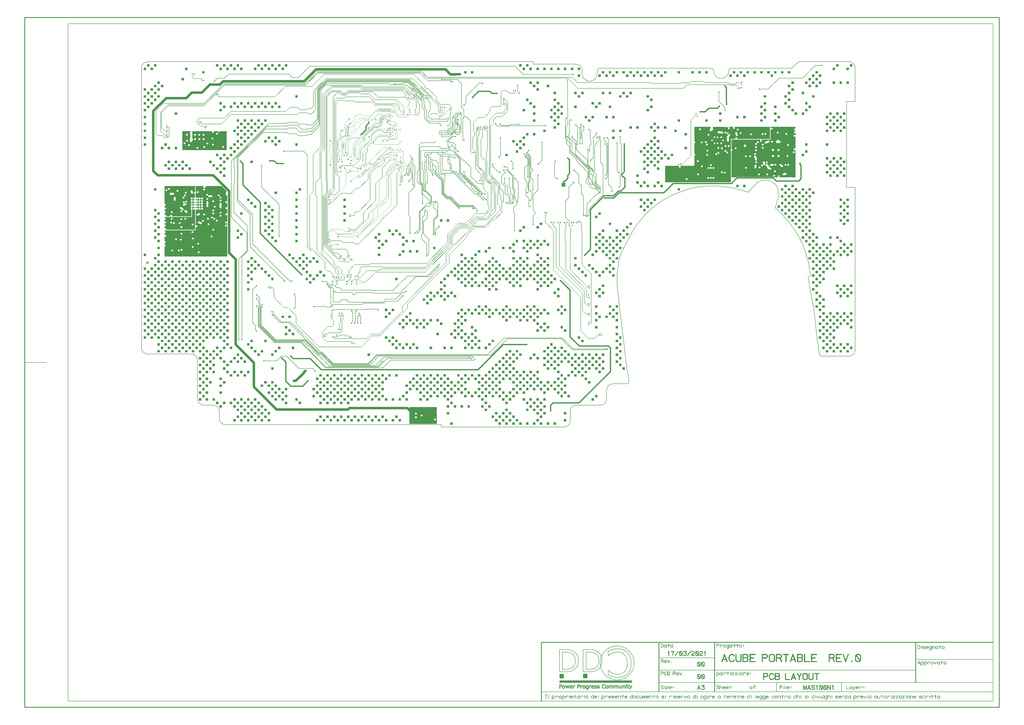
<source format=gbr>
*
G04 Job   : D:\Pd-Master\Mas\Mas100n1 ACB_0001_0\Mas100n1 ACUBE_PORTABILE R_0.pcb*
G04 User  : DESKTOP-CUVV7JD:Shina*
G04 Layer : 8-Internal7.gbr*
G04 Date  : Wed Mar 17 17:59:32 2021*
G04 RSM MASTER DESIGN srl*
%ICAS*%
%MOMM*%
%FSLAX24Y24*%
%OFA0.0000B0.0000*%
G90*
G74*
%AMVB_RECTANGLE*
21,1,$1,$2,0,0,$3*
%
%ADD13C,0.08000*%
%ADD10C,0.15000*%
%ADD71C,0.20000*%
%ADD16C,0.20320*%
%ADD19C,0.25000*%
%ADD17C,0.25400*%
%ADD70C,0.30480*%
%ADD15C,0.35000*%
%ADD18C,0.38000*%
%ADD11C,0.50000*%
%ADD14C,0.50800*%
%ADD12C,1.00000*%
%ADD20VB_RECTANGLE,1.52400X1.52400X90.00000*%
G01*
G36*
X9142Y362695D02*
X19142D01*
Y372695*
X9142*
Y362695*
Y390980D02*
X19142D01*
Y400980*
X9142*
Y390980*
Y419264D02*
X19142D01*
Y429264*
X9142*
Y419264*
Y447548D02*
X19142D01*
Y457548*
X9142*
Y447548*
Y475832D02*
X19142D01*
Y485832*
X9142*
Y475832*
Y504117D02*
X19142D01*
Y514117*
X9142*
Y504117*
Y532401D02*
X19142D01*
Y542401*
X9142*
Y532401*
Y560685D02*
X19142D01*
Y570685*
X9142*
Y560685*
Y588969D02*
X19142D01*
Y598969*
X9142*
Y588969*
Y617254D02*
X19142D01*
Y627254*
X9142*
Y617254*
Y645538D02*
X19142D01*
Y655538*
X9142*
Y645538*
Y702107D02*
X19142D01*
Y712106*
X9142*
Y702107*
Y1154655D02*
X19142D01*
Y1164655*
X9142*
Y1154655*
Y1182939D02*
X19142D01*
Y1192939*
X9142*
Y1182939*
Y1211223D02*
X19142D01*
Y1221223*
X9142*
Y1211223*
Y1239507D02*
X19142D01*
Y1249507*
X9142*
Y1239507*
Y1267792D02*
X19142D01*
Y1277792*
X9142*
Y1267792*
Y1296076D02*
X19142D01*
Y1306076*
X9142*
Y1296076*
Y1324360D02*
X19142D01*
Y1334360*
X9142*
Y1324360*
Y1352644D02*
X19142D01*
Y1362644*
X9142*
Y1352644*
Y1380929D02*
X19142D01*
Y1390929*
X9142*
Y1380929*
Y1465782D02*
X19142D01*
Y1475782*
X9142*
Y1465782*
X23284Y376838D02*
X33284D01*
Y386838*
X23284*
Y376838*
Y405122D02*
X33284D01*
Y415122*
X23284*
Y405122*
Y433406D02*
X33284D01*
Y443406*
X23284*
Y433406*
Y461690D02*
X33284D01*
Y471690*
X23284*
Y461690*
Y489975D02*
X33284D01*
Y499975*
X23284*
Y489975*
Y518259D02*
X33284D01*
Y528259*
X23284*
Y518259*
Y546543D02*
X33284D01*
Y556543*
X23284*
Y546543*
Y574827D02*
X33284D01*
Y584827*
X23284*
Y574827*
Y603112D02*
X33284D01*
Y613112*
X23284*
Y603112*
Y631396D02*
X33284D01*
Y641396*
X23284*
Y631396*
Y1310218D02*
X33284D01*
Y1320218*
X23284*
Y1310218*
Y1338502D02*
X33284D01*
Y1348502*
X23284*
Y1338502*
Y1366787D02*
X33284D01*
Y1376787*
X23284*
Y1366787*
Y1479924D02*
X33284D01*
Y1489924*
X23284*
Y1479924*
X37426Y362695D02*
X47426D01*
Y372695*
X37426*
Y362695*
Y390980D02*
X47426D01*
Y400980*
X37426*
Y390980*
Y419264D02*
X47426D01*
Y429264*
X37426*
Y419264*
Y447548D02*
X47426D01*
Y457548*
X37426*
Y447548*
Y475832D02*
X47426D01*
Y485832*
X37426*
Y475832*
Y504117D02*
X47426D01*
Y514117*
X37426*
Y504117*
Y532401D02*
X47426D01*
Y542401*
X37426*
Y532401*
Y560685D02*
X47426D01*
Y570685*
X37426*
Y560685*
Y588969D02*
X47426D01*
Y598969*
X37426*
Y588969*
Y617254D02*
X47426D01*
Y627254*
X37426*
Y617254*
Y645538D02*
X47426D01*
Y655538*
X37426*
Y645538*
Y1324360D02*
X47426D01*
Y1334360*
X37426*
Y1324360*
Y1352644D02*
X47426D01*
Y1362644*
X37426*
Y1352644*
Y1380929D02*
X47426D01*
Y1390929*
X37426*
Y1380929*
Y1465782D02*
X47426D01*
Y1475782*
X37426*
Y1465782*
X51569Y376838D02*
X61569D01*
Y386838*
X51569*
Y376838*
Y405122D02*
X61569D01*
Y415122*
X51569*
Y405122*
Y433406D02*
X61569D01*
Y443406*
X51569*
Y433406*
Y461690D02*
X61569D01*
Y471690*
X51569*
Y461690*
Y489975D02*
X61569D01*
Y499975*
X51569*
Y489975*
Y518259D02*
X61569D01*
Y528259*
X51569*
Y518259*
Y546543D02*
X61569D01*
Y556543*
X51569*
Y546543*
Y574827D02*
X61569D01*
Y584827*
X51569*
Y574827*
Y603112D02*
X61569D01*
Y613112*
X51569*
Y603112*
Y631396D02*
X61569D01*
Y641396*
X51569*
Y631396*
Y659680D02*
X61569D01*
Y669680*
X51569*
Y659680*
Y687964D02*
X61569D01*
Y697964*
X51569*
Y687964*
Y772817D02*
X61569D01*
Y782817*
X51569*
Y772817*
Y801101D02*
X61569D01*
Y811101*
X51569*
Y801101*
Y829386D02*
X61569D01*
Y839386*
X51569*
Y829386*
Y857670D02*
X61569D01*
Y867670*
X51569*
Y857670*
Y885954D02*
X61569D01*
Y895954*
X51569*
Y885954*
Y970807D02*
X61569D01*
Y980807*
X51569*
Y970807*
Y1338502D02*
X61569D01*
Y1348502*
X51569*
Y1338502*
Y1366787D02*
X61569D01*
Y1376787*
X51569*
Y1366787*
Y1395071D02*
X61569D01*
Y1405071*
X51569*
Y1395071*
Y1479924D02*
X61569D01*
Y1489924*
X51569*
Y1479924*
X65711Y306127D02*
X75711D01*
Y316127*
X65711*
Y306127*
Y334411D02*
X75711D01*
Y344411*
X65711*
Y334411*
Y362695D02*
X75711D01*
Y372695*
X65711*
Y362695*
Y390980D02*
X75711D01*
Y400980*
X65711*
Y390980*
Y419264D02*
X75711D01*
Y429264*
X65711*
Y419264*
Y447548D02*
X75711D01*
Y457548*
X65711*
Y447548*
Y475832D02*
X75711D01*
Y485832*
X65711*
Y475832*
Y504117D02*
X75711D01*
Y514117*
X65711*
Y504117*
Y532401D02*
X75711D01*
Y542401*
X65711*
Y532401*
Y560685D02*
X75711D01*
Y570685*
X65711*
Y560685*
Y588969D02*
X75711D01*
Y598969*
X65711*
Y588969*
Y617254D02*
X75711D01*
Y627254*
X65711*
Y617254*
Y645538D02*
X75711D01*
Y655538*
X65711*
Y645538*
Y673822D02*
X75711D01*
Y683822*
X65711*
Y673822*
Y702107D02*
X75711D01*
Y712106*
X65711*
Y702107*
Y730391D02*
X75711D01*
Y740391*
X65711*
Y730391*
Y758675D02*
X75711D01*
Y768675*
X65711*
Y758675*
Y786959D02*
X75711D01*
Y796959*
X65711*
Y786959*
Y815244D02*
X75711D01*
Y825244*
X65711*
Y815244*
Y843528D02*
X75711D01*
Y853528*
X65711*
Y843528*
Y871812D02*
X75711D01*
Y881812*
X65711*
Y871812*
Y1352644D02*
X75711D01*
Y1362644*
X65711*
Y1352644*
Y1380929D02*
X75711D01*
Y1390929*
X65711*
Y1380929*
Y1409213D02*
X75711D01*
Y1419213*
X65711*
Y1409213*
X79853Y320269D02*
X89853D01*
Y330269*
X79853*
Y320269*
Y348553D02*
X89853D01*
Y358553*
X79853*
Y348553*
Y376838D02*
X89853D01*
Y386838*
X79853*
Y376838*
Y405122D02*
X89853D01*
Y415122*
X79853*
Y405122*
Y433406D02*
X89853D01*
Y443406*
X79853*
Y433406*
Y461690D02*
X89853D01*
Y471690*
X79853*
Y461690*
Y489975D02*
X89853D01*
Y499975*
X79853*
Y489975*
Y518259D02*
X89853D01*
Y528259*
X79853*
Y518259*
Y546543D02*
X89853D01*
Y556543*
X79853*
Y546543*
Y574827D02*
X89853D01*
Y584827*
X79853*
Y574827*
Y603112D02*
X89853D01*
Y613112*
X79853*
Y603112*
Y631396D02*
X89853D01*
Y641396*
X79853*
Y631396*
Y659680D02*
X89853D01*
Y669680*
X79853*
Y659680*
Y1140513D02*
X89853D01*
Y1150513*
X79853*
Y1140513*
Y1395071D02*
X89853D01*
Y1405071*
X79853*
Y1395071*
X93995Y306127D02*
X103995D01*
Y316127*
X93995*
Y306127*
Y334411D02*
X103995D01*
Y344411*
X93995*
Y334411*
Y362695D02*
X103995D01*
Y372695*
X93995*
Y362695*
Y390980D02*
X103995D01*
Y400980*
X93995*
Y390980*
Y419264D02*
X103995D01*
Y429264*
X93995*
Y419264*
Y447548D02*
X103995D01*
Y457548*
X93995*
Y447548*
Y475832D02*
X103995D01*
Y485832*
X93995*
Y475832*
Y504117D02*
X103995D01*
Y514117*
X93995*
Y504117*
Y532401D02*
X103995D01*
Y542401*
X93995*
Y532401*
Y560685D02*
X103995D01*
Y570685*
X93995*
Y560685*
Y588969D02*
X103995D01*
Y598969*
X93995*
Y588969*
Y617254D02*
X103995D01*
Y627254*
X93995*
Y617254*
Y645538D02*
X103995D01*
Y655538*
X93995*
Y645538*
Y673822D02*
X103995D01*
Y683822*
X93995*
Y673822*
Y1069802D02*
X103995D01*
Y1079802*
X93995*
Y1069802*
Y1154655D02*
X103995D01*
Y1164655*
X93995*
Y1154655*
X95000Y806750D02*
G02X95750Y807500I750D01*
G01X122260*
Y725000*
G03X126300Y720960I4040*
X130340Y725000J4040*
X126300Y729040I4040*
X122260Y725000J4040*
G01Y807500*
X138260*
Y770800*
G03X142300Y766760I4040*
X146340Y770800J4040*
X142300Y774840I4040*
X138260Y770800J4040*
G01Y807500*
X149460*
Y725000*
G03X153500Y720960I4040*
X157540Y725000J4040*
X153500Y729040I4040*
X149460Y725000J4040*
G01Y807500*
X157260*
Y769600*
G03X160760Y765596I4040*
G01Y727500*
G03X164800Y723460I4040*
X168840Y727500J4040*
X164800Y731540I4040*
X160760Y727500J4040*
G01Y765596*
G03X161300Y765560I540J4004*
X165340Y769600J4040*
X161300Y773640I4040*
X157260Y769600J4040*
G01Y807500*
X159860*
Y793500*
G03X163900Y789460I4040*
X167940Y793500J4040*
X163900Y797540I4040*
X159860Y793500J4040*
G01Y807500*
X205260*
Y800500*
G03X206260Y797839I4040*
G01Y739200*
G03X210300Y735160I4040*
X214340Y739200J4040*
X210300Y743240I4040*
X206260Y739200J4040*
G01Y797839*
G03X206960Y797207I3040J2661*
G01Y774400*
G03X211000Y770360I4040*
X215040Y774400J4040*
X211000Y778440I4040*
X206960Y774400J4040*
G01Y797207*
G03X209300Y796460I2340J3293*
X213340Y800500J4040*
X209300Y804540I4040*
X205260Y800500J4040*
G01Y807500*
X222500*
Y821076*
G02X223250Y821826I750*
X223775Y821612J750*
G03X226600Y820460I2825J2888*
X228860Y821151J4040*
G01Y752900*
G03X230960Y749356I4040*
G01Y717700*
G03X235000Y713660I4040*
X239040Y717700J4040*
X235000Y721740I4040*
X230960Y717700J4040*
G01Y749356*
G03X232900Y748860I1940J3544*
X236940Y752900J4040*
X232900Y756940I4040*
X228860Y752900J4040*
G01Y821151*
G03X230640Y824500I2260J3349*
X226600Y828540I4040*
X223775Y827388J4040*
G02X223250Y827174I525J536*
X222500Y827924J750*
G01Y893554*
G02X223250Y894304I750*
X223866Y893982J750*
G03X226160Y892287I3634J2518*
G01Y871700*
G03X230200Y867660I4040*
X231660Y867933J4040*
G01Y840000*
G03X234485Y836147I4040*
G02X234498Y836143I226J715*
G01X243126Y833366*
G02X243140Y833361I220J717*
G03X244400Y833160I1260J3839*
X248440Y837200J4040*
X245615Y841053I4040*
G02X245602Y841057I226J715*
G01X236974Y843834*
G02X236960Y843839I220J717*
G03X235700Y844040I1260J3839*
X231660Y840000J4040*
G01Y867933*
G03X231814Y867996I1460J3767*
G02X231828Y868002I299J687*
G01X238054Y870671*
G02X238069Y870677I306J685*
G03X240540Y874400I1569J3723*
X236500Y878440I4040*
X234886Y878104J4040*
G02X234872Y878098I299J687*
G01X228646Y875429*
G02X228631Y875423I306J685*
G03X226160Y871700I1569J3723*
G01Y892287*
G03X227500Y892079I1340J4213*
X231921Y896500J4421*
X227500Y900921I4421*
X223866Y899018J4421*
G02X223250Y898696I616J428*
X222500Y899446J750*
G01Y904054*
G02X223250Y904804I750*
X223866Y904482J750*
G03X227500Y902579I3634J2518*
X231921Y907000J4421*
X227500Y911421I4421*
X223866Y909518J4421*
G02X223250Y909196I616J428*
X222500Y909946J750*
G01Y914554*
G02X223250Y915304I750*
X223866Y914982J750*
G03X227500Y913079I3634J2518*
X231921Y917500J4421*
X227500Y921921I4421*
X223866Y920018J4421*
G02X223250Y919696I616J428*
X222500Y920446J750*
G01Y925054*
G02X223250Y925804I750*
X223866Y925482J750*
G03X227500Y923579I3634J2518*
X231921Y928000J4421*
X227500Y932421I4421*
X223866Y930518J4421*
G02X223250Y930196I616J428*
X222500Y930946J750*
G01Y935554*
G02X223250Y936304I750*
X223866Y935982J750*
G03X227500Y934079I3634J2518*
X231921Y938500J4421*
X227500Y942921I4421*
X223866Y941018J4421*
G02X223250Y940696I616J428*
X222500Y941446J750*
G01Y957981*
G02X222741Y958532I750*
G03X224040Y961500I2741J2968*
X222741Y964468I4040*
G02X222500Y965019I509J551*
G01Y989250*
G02X223250Y990000I750*
G01X227360*
Y964600*
G03X231400Y960560I4040*
X233579Y961198J4040*
G01Y896500*
G03X238000Y892079I4421*
X242421Y896500J4421*
X238000Y900921I4421*
X233579Y896500J4421*
G01Y907000*
G03X238000Y902579I4421*
X242421Y907000J4421*
X238000Y911421I4421*
X233579Y907000J4421*
G01Y917500*
G03X238000Y913079I4421*
X242421Y917500J4421*
X238000Y921921I4421*
X233579Y917500J4421*
G01Y928000*
G03X238000Y923579I4421*
X242421Y928000J4421*
X238000Y932421I4421*
X233579Y928000J4421*
G01Y938500*
G03X238000Y934079I4421*
X242421Y938500J4421*
X238000Y942921I4421*
X233579Y938500J4421*
G01Y961198*
G03X235440Y964600I2179J3402*
X231400Y968640I4040*
X227360Y964600J4040*
G01Y990000*
X244079*
Y896500*
G03X248460Y892079I4421*
G01Y846500*
G03X252500Y842460I4040*
X256540Y846500J4040*
X252500Y850540I4040*
X248460Y846500J4040*
G01Y892079*
G03X248500I40J4421*
X252860Y895768J4421*
G01Y872700*
G03X256900Y868660I4040*
X260940Y872700J4040*
X256900Y876740I4040*
X252860Y872700J4040*
G01Y895768*
G03X252921Y896500I4360J732*
X248500Y900921I4421*
X244079Y896500J4421*
G01Y907000*
G03X248500Y902579I4421*
X252921Y907000J4421*
X248500Y911421I4421*
X244079Y907000J4421*
G01Y917500*
G03X248500Y913079I4421*
X252921Y917500J4421*
X248500Y921921I4421*
X244079Y917500J4421*
G01Y928000*
G03X248500Y923579I4421*
X252921Y928000J4421*
X248500Y932421I4421*
X244079Y928000J4421*
G01Y938500*
G03X248500Y934079I4421*
X252921Y938500J4421*
X248500Y942921I4421*
X244079Y938500J4421*
G01Y990000*
X253260*
Y974700*
G03X257300Y970660I4040*
X261340Y974700J4040*
X257300Y978740I4040*
X253260Y974700J4040*
G01Y990000*
X255191*
G02X255941Y989250J750*
X255537Y988585I750*
G03X253360Y985000I1863J3585*
X257400Y980960I4040*
X260193Y982081J4040*
G02X260204Y982092I519J542*
G01X265749Y987339*
G02X265760Y987350I524J537*
G03X265860Y987447I2760J2950*
G01Y953600*
G03X266560Y951327I4040*
G01Y924300*
Y924272*
G02Y924261I750*
G01Y915039*
G02Y915028I750J11*
G01Y915000*
G03X266562Y914872I4040*
G02Y914857I750J24*
G01X266760Y907232*
G02X266761Y907217I749J30*
G03X268960Y903703I4039J83*
G01Y855300*
G03X271360Y851608I4040*
G01Y832600*
G03X275400Y828560I4040*
X279440Y832600J4040*
X275400Y836640I4040*
X271360Y832600J4040*
G01Y851608*
G03X273000Y851260I1640J3692*
X277040Y855300J4040*
X273000Y859340I4040*
X268960Y855300J4040*
G01Y903703*
G03X270800Y903260I1840J3597*
X274840Y907300J4040*
X274838Y907428I4040*
G02Y907443I750J24*
G01X274640Y915043*
G02Y915062I750J19*
G01Y924261*
G02Y924272I750J11*
G01Y924300*
G03X270600Y928340I4040*
X266560Y924300J4040*
G01Y936500*
G03X270600Y932460I4040*
X274640Y936500J4040*
X270600Y940540I4040*
X266560Y936500J4040*
G01Y951327*
G03X269900Y949560I3340J2273*
X273760Y952408J4040*
G01Y948000*
G03X277800Y943960I4040*
X277823J4040*
G02X277828I5J750*
X277839J750*
G01X283560*
Y782700*
G03X287600Y778660I4040*
X291640Y782700J4040*
X287600Y786740I4040*
X283560Y782700J4040*
G01Y943960*
X285960*
Y860200*
G03X290000Y856160I4040*
X290660Y856214J4040*
G01Y810300*
G03X294700Y806260I4040*
X298740Y810300J4040*
X294700Y814340I4040*
X290660Y810300J4040*
G01Y856214*
G03X294040Y860200I660J3986*
X290000Y864240I4040*
X285960Y860200J4040*
G01Y943960*
X287161*
G02X287172I11J750*
X287177J750*
G03X287200I23J4040*
X290360Y945483J4040*
G01Y877500*
G03X294400Y873460I4040*
X294960Y873499J4040*
G01Y855400*
G03X299000Y851360I4040*
X303040Y855400J4040*
X299000Y859440I4040*
X294960Y855400J4040*
G01Y873499*
G03X298440Y877500I560J4001*
X294400Y881540I4040*
X290360Y877500J4040*
G01Y945483*
G03X290460Y945614I3160J2517*
G01Y927500*
G03X290560Y926607I4040*
G01Y890000*
G03X294600Y885960I4040*
X298640Y890000J4040*
X294600Y894040I4040*
X290560Y890000J4040*
G01Y926607*
G03X294500Y923460I3940J893*
X296760Y924151J4040*
G01Y904800*
G03X300800Y900760I4040*
X304840Y904800J4040*
X300800Y908840I4040*
X296760Y904800J4040*
G01Y924151*
G03X298540Y927500I2260J3349*
X294500Y931540I4040*
X290460Y927500J4040*
G01Y945614*
G03X291240Y948000I3260J2386*
X287200Y952040I4040*
X287177J4040*
G02X287172I5J750*
X287161J750*
G01X277839*
G02X277828I11J750*
X277823J750*
G03X277800I23J4040*
X273760Y948000J4040*
G01Y952408*
G03X273940Y953600I3860J1192*
X269900Y957640I4040*
X265860Y953600J4040*
G01Y987447*
G03X266942Y989414I2860J2853*
G02X267674Y990000I732J164*
G01X305360*
Y847600*
G03X309400Y843560I4040*
X313440Y847600J4040*
X309400Y851640I4040*
X305360Y847600J4040*
G01Y990000*
X313160*
Y951300*
G03X317200Y947260I4040*
X320260Y948662J4040*
G01Y911000*
G03X320275Y910657I4040*
G02X320276Y910643I749J63*
G01X320360Y909582*
Y867500*
G03X324400Y863460I4040*
X328440Y867500J4040*
X324400Y871540I4040*
X320360Y867500J4040*
G01Y909582*
X320970Y901919*
G02X320971Y901903I747J71*
G03X321160Y900945I4029J297*
G01Y880000*
G03X325200Y875960I4040*
X329240Y880000J4040*
X325200Y884040I4040*
X321160Y880000J4040*
G01Y900945*
G03X325000Y898160I3840J1255*
X329040Y902200J4040*
X329025Y902543I4040*
G02X329024Y902557I749J63*
G01X328362Y910885*
G02X328360Y910944I748J59*
X328364Y911021I750*
G01X329015Y917348*
G02X329016Y917363I747J66*
G03X329040Y917800I4016J437*
X325000Y921840I4040*
X320960Y917800J4040*
G01Y917799*
G02X320955Y917709I750*
G01X320287Y911469*
G02X320286Y911453I747J68*
G03X320260Y911000I4014J453*
G01Y948662*
G03X320360Y948783I3060J2638*
G01Y942200*
G03X320660Y940672I4040*
G01Y930000*
G03X324700Y925960I4040*
X328740Y930000J4040*
X324700Y934040I4040*
X320660Y930000J4040*
G01Y940672*
G03X324400Y938160I3740J1528*
X328440Y942200J4040*
X324400Y946240I4040*
X320360Y942200J4040*
G01Y948783*
G03X321240Y951300I3160J2517*
X317200Y955340I4040*
X313160Y951300J4040*
G01Y990000*
X328881*
G02X329412Y989780J750*
G01X342860Y976332*
Y827500*
G03X346900Y823460I4040*
X350940Y827500J4040*
X346900Y831540I4040*
X342860Y827500J4040*
G01Y976332*
X349654Y969538*
G02X349874Y969007I530J531*
X349418Y968317I750*
G03X346976Y964954I1582J3717*
G02X346974Y964939I748J65*
G01X346081Y955415*
G02X346080Y955400I748J59*
G03X346060Y955000I4020J400*
X350100Y950960I4040*
X351492Y951207J4040*
G02X351750Y951253I258J704*
X352500Y950503J750*
G01Y927109*
G02X351750Y926359I750*
X351257Y926544J750*
G03X348600Y927540I2657J3044*
X344560Y923500J4040*
X348600Y919460I4040*
X351257Y920456J4040*
G02X351750Y920641I493J565*
X352500Y919891J750*
G01Y902274*
G02X351750Y901524I750*
X351288Y901683J750*
G03X348800Y902540I2488J3183*
X344760Y898500J4040*
X348800Y894460I4040*
X351288Y895317J4040*
G02X351750Y895476I462J591*
X352500Y894726J750*
G01Y876924*
G02X351750Y876174I750*
X351225Y876388J750*
G03X348400Y877540I2825J2888*
X344360Y873500J4040*
X348400Y869460I4040*
X351225Y870612J4040*
G02X351750Y870826I525J536*
X352500Y870076J750*
G01Y842558*
G02X351750Y841808I750*
X351116Y842157J750*
G03X347700Y844040I3416J2157*
X343660Y840000J4040*
X347700Y835960I4040*
X351116Y837843J4040*
G02X351750Y838192I634J401*
X352500Y837442J750*
G01Y700750*
G02X351750Y700000I750*
G01X95750*
G02X95000Y700750J750*
G01Y740610*
G02X95750Y741360I750*
X95758J750*
G03X95800I42J4040*
X99840Y745400J4040*
X95800Y749440I4040*
X95758J4040*
G02X95750I8J750*
X95000Y750190J750*
G01Y755210*
G02X95750Y755960I750*
X95758J750*
G03X95800I42J4040*
X99840Y760000J4040*
X95800Y764040I4040*
X95758J4040*
G02X95750I8J750*
X95000Y764790J750*
G01Y780850*
G02X95750Y781600I750*
X96096Y781515J750*
G03X97959Y781060I1863J3585*
X101999Y785100J4040*
X97959Y789140I4040*
X96096Y788685J4040*
G02X95750Y788600I346J665*
X95000Y789350J750*
G01Y795310*
G02X95750Y796060I750*
X95758J750*
G03X95800I42J4040*
X99840Y800100J4040*
X95800Y804140I4040*
X95758J4040*
G02X95750I8J750*
X95000Y804890J750*
G01Y806750*
Y861750D02*
G02X95750Y862500I750D01*
G01X118001*
Y839900*
G03X122041Y835860I4040*
X126081Y839900J4040*
X122041Y843940I4040*
X118001Y839900J4040*
G01Y862500*
X120160*
Y854900*
G03X124200Y850860I4040*
X128240Y854900J4040*
X124200Y858940I4040*
X120160Y854900J4040*
G01Y862500*
X128919*
Y837600*
G03X132959Y833560I4040*
X136999Y837600J4040*
X132959Y841640I4040*
X128919Y837600J4040*
G01Y862500*
X153001*
Y837400*
G03X157041Y833360I4040*
X159860Y834506J4040*
G01Y821000*
G03X163900Y816960I4040*
X167940Y821000J4040*
X163900Y825040I4040*
X159860Y821000J4040*
G01Y834506*
G03X161081Y837400I2819J2894*
X157041Y841440I4040*
X153001Y837400J4040*
G01Y862500*
X159860*
Y853500*
G03X163900Y849460I4040*
X167940Y853500J4040*
X163900Y857540I4040*
X159860Y853500J4040*
G01Y862500*
X175860*
Y855300*
G03X179900Y851260I4040*
X183940Y855300J4040*
X179900Y859340I4040*
X175860Y855300J4040*
G01Y862500*
X206360*
Y831800*
G03X210400Y827760I4040*
X214440Y831800J4040*
X210400Y835840I4040*
X206360Y831800J4040*
G01Y862500*
X207500*
Y891634*
G02X207996Y892340I750*
G03X210921Y896500I1496J4160*
X207996Y900660I4421*
G02X207500Y901366I254J706*
G01Y902134*
G02X207996Y902840I750*
G03X210916Y906786I1496J4160*
G02X211665Y907500I749J36*
G01X211835*
G02X212584Y906786J750*
G03X217000Y902579I4416J214*
X218924Y903019J4421*
G02X219250Y903094I326J675*
X220000Y902344J750*
G01Y901156*
G02X219250Y900406I750*
X218924Y900481J750*
G03X217000Y900921I1924J3981*
X212579Y896500J4421*
X217000Y892079I4421*
X218924Y892519J4421*
G02X219250Y892594I326J675*
X220000Y891844J750*
G01Y875605*
G02X219931Y875291I750*
G03X219560Y873600I3669J1691*
X219931Y871909I4040*
G02X220000Y871595I681J314*
G01Y810750*
G02X219250Y810000I750*
G01X102377*
G02X101627Y810750J750*
X101686Y811040I750*
G03X101999Y812600I3727J1560*
X97959Y816640I4040*
X96096Y816185J4040*
G02X95750Y816100I346J665*
X95000Y816850J750*
G01Y822810*
G02X95750Y823560I750*
X95758J750*
G03X95800I42J4040*
X99840Y827600J4040*
X95800Y831640I4040*
X95758J4040*
G02X95750I8J750*
X95000Y832390J750*
G01Y835850*
G02X95750Y836600I750*
X96096Y836515J750*
G03X97959Y836060I1863J3585*
X101999Y840100J4040*
X97959Y844140I4040*
X96096Y843685J4040*
G02X95750Y843600I346J665*
X95000Y844350J750*
G01Y850310*
G02X95750Y851060I750*
X95758J750*
G03X95800I42J4040*
X99840Y855100J4040*
X95800Y859140I4040*
X95758J4040*
G02X95750I8J750*
X95000Y859890J750*
G01Y861750*
Y989250D02*
G02X95750Y990000I750D01*
G01X98460*
Y972500*
G03X102500Y968460I4040*
X106540Y972500J4040*
X102500Y976540I4040*
X98460Y972500J4040*
G01Y990000*
X109160*
Y977900*
G03X113200Y973860I4040*
X115579Y974635J4040*
G01Y957500*
G03X120000Y953079I4421*
X120025J4421*
G02X120029I4J750*
X120040J750*
G01X120160*
Y882400*
G03X124200Y878360I4040*
X128240Y882400J4040*
X124200Y886440I4040*
X120160Y882400J4040*
G01Y953079*
X129960*
G02X129971I11J750*
X129975J750*
G03X130000I25J4421*
X132060Y953588J4421*
G01Y932500*
G03X136100Y928460I4040*
X140118Y932082J4040*
G02X140120Y932098I746J77*
G01X141012Y940221*
G02X141013Y940237I747J70*
G03X141040Y940700I4013J463*
X137000Y944740I4040*
X132982Y941118J4040*
G02X132980Y941102I746J77*
G01X132088Y932979*
G02X132087Y932963I747J70*
G03X132060Y932500I4013J463*
G01Y953588*
G03X134421Y957500I2060J3912*
X130000Y961921I4421*
X129975J4421*
G02X129971I4J750*
X129960J750*
G01X120040*
G02X120029I11J750*
X120025J750*
G03X120000I25J4421*
X115579Y957500J4421*
G01Y974635*
G03X117240Y977900I2379J3265*
X113200Y981940I4040*
X109160Y977900J4040*
G01Y990000*
X144160*
Y969800*
G03X148200Y965760I4040*
X152240Y969800J4040*
X148200Y973840I4040*
X144160Y969800J4040*
G01Y990000*
X157160*
Y899600*
G03X158979Y896225I4040*
G02X158991Y896217I413J626*
G01X159860Y895638*
Y886000*
G03X163900Y881960I4040*
X167940Y886000J4040*
X163900Y890040I4040*
X159860Y886000J4040*
G01Y895638*
X166727Y891060*
G02X166740Y891052I407J630*
G03X169000Y890360I2260J3348*
X173040Y894400J4040*
X171221Y897775I4040*
G02X171209Y897783I413J626*
G01X163473Y902940*
G02X163460Y902948I407J630*
G03X161200Y903640I2260J3348*
X157160Y899600J4040*
G01Y990000*
X168460*
Y942100*
G03X170160Y938807I4040*
G01Y912600*
G03X174200Y908560I4040*
X175534Y908786J4040*
G02X175548Y908791I247J707*
G01X175960Y908933*
Y887300*
G03X177252Y884339I4040*
G02X177263Y884328I510J550*
G01X182108Y879780*
G02X182119Y879770I506J554*
G03X184900Y878660I2781J2930*
X188940Y882700J4040*
X187648Y885661I4040*
G02X187637Y885672I510J550*
G01X182792Y890220*
G02X182781Y890230I506J554*
G03X180000Y891340I2781J2930*
X175960Y887300J4040*
G01Y908933*
X182175Y911066*
G02X182190Y911071I254J705*
G03X184940Y914900I1290J3829*
X180900Y918940I4040*
X179566Y918714J4040*
G02X179552Y918709I247J707*
G01X172925Y916434*
G02X172910Y916429I254J705*
G03X170160Y912600I1290J3829*
G01Y923000*
G03X174200Y918960I4040*
X178240Y923000J4040*
X174200Y927040I4040*
X170160Y923000J4040*
G01Y938807*
G03X172500Y938060I2340J3293*
X176540Y942100J4040*
X172500Y946140I4040*
X168460Y942100J4040*
G01Y990000*
X174660*
Y951200*
G03X178700Y947160I4040*
X180160Y947433J4040*
G01Y925000*
G03X184200Y920960I4040*
X188240Y925000J4040*
X184200Y929040I4040*
X180160Y925000J4040*
G01Y947433*
G03X182740Y951200I1460J3767*
X178700Y955240I4040*
X174660Y951200J4040*
G01Y990000*
X177960*
Y962000*
G03X182000Y957960I4040*
X186040Y962000J4040*
X182000Y966040I4040*
X177960Y962000J4040*
G01Y990000*
X201160*
Y968300*
G03X201490Y966701I4040*
G02X201495Y966688I689J296*
G01X202079Y965312*
Y917500*
G03X206500Y913079I4421*
X210921Y917500J4421*
X206500Y921921I4421*
X202079Y917500J4421*
G01Y928000*
G03X206500Y923579I4421*
X210921Y928000J4421*
X206500Y932421I4421*
X202079Y928000J4421*
G01Y938500*
G03X206500Y934079I4421*
X210921Y938500J4421*
X206500Y942921I4421*
X202079Y938500J4421*
G01Y965312*
X204267Y960156*
G02X204272Y960143I687J302*
G03X208000Y957660I3728J1557*
X212040Y961700J4040*
X211710Y963299I4040*
G02X211705Y963312I689J296*
G01X208933Y969844*
G02X208928Y969857I687J302*
G03X205200Y972340I3728J1557*
X201160Y968300J4040*
G01Y990000*
X219250*
G02X220000Y989250J750*
G01Y966231*
G02X219367Y965490I750*
G03X215960Y961500I633J3990*
X219367Y957510I4040*
G02X220000Y956769I117J741*
G01Y943156*
G02X219250Y942406I750*
X218924Y942481J750*
G03X217000Y942921I1924J3981*
X212579Y938500J4421*
X217000Y934079I4421*
X218924Y934519J4421*
G02X219250Y934594I326J675*
X220000Y933844J750*
G01Y932656*
G02X219250Y931906I750*
X218924Y931981J750*
G03X217000Y932421I1924J3981*
X212579Y928000J4421*
X217000Y923579I4421*
X218924Y924019J4421*
G02X219250Y924094I326J675*
X220000Y923344J750*
G01Y922156*
G02X219250Y921406I750*
X218924Y921481J750*
G03X217000Y921921I1924J3981*
X212579Y917500J4421*
X217000Y913079I4421*
X218924Y913519J4421*
G02X219250Y913594I326J675*
X220000Y912844J750*
G01Y911656*
G02X219250Y910906I750*
X218924Y910981J750*
G03X217000Y911421I1924J3981*
X213956Y910206J4421*
G02X213440Y910000I516J544*
G01X210060*
G02X209544Y910206J750*
G03X206500Y911421I3044J3206*
X202079Y907000J4421*
X204576Y903019I4421*
G02X205000Y902344I326J675*
G01Y901156*
G02X204576Y900481I750*
G03X202079Y896500I1924J3981*
X204576Y892519I4421*
G02X205000Y891844I326J675*
G01Y865750*
G02X204250Y865000I750*
G01X126538*
G02X125788Y865750J750*
X125834Y866008I750*
G03X126081Y867400I3793J1392*
X122041Y871440I4040*
X118001Y867400J4040*
X118248Y866008I4040*
G02X118294Y865750I704J258*
X117544Y865000I750*
G01X102377*
G02X101627Y865750J750*
X101686Y866040I750*
G03X101999Y867600I3727J1560*
X97959Y871640I4040*
X96096Y871185J4040*
G02X95750Y871100I346J665*
X95000Y871850J750*
G01Y877810*
G02X95750Y878560I750*
X95758J750*
G03X95800I42J4040*
X99840Y882600J4040*
X95800Y886640I4040*
X95758J4040*
G02X95750I8J750*
X95000Y887390J750*
G01Y893350*
G02X95750Y894100I750*
X96096Y894015J750*
G03X97959Y893560I1863J3585*
X101999Y897600J4040*
X97959Y901640I4040*
X96096Y901185J4040*
G02X95750Y901100I346J665*
X95000Y901850J750*
G01Y907810*
G02X95750Y908560I750*
X95758J750*
G03X95800I42J4040*
X99840Y912600J4040*
X95800Y916640I4040*
X95758J4040*
G02X95750I8J750*
X95000Y917390J750*
G01Y989250*
X108137Y320269D02*
X118137D01*
Y330269*
X108137*
Y320269*
Y348553D02*
X118137D01*
Y358553*
X108137*
Y348553*
Y376838D02*
X118137D01*
Y386838*
X108137*
Y376838*
Y405122D02*
X118137D01*
Y415122*
X108137*
Y405122*
Y433406D02*
X118137D01*
Y443406*
X108137*
Y433406*
Y461690D02*
X118137D01*
Y471690*
X108137*
Y461690*
Y489975D02*
X118137D01*
Y499975*
X108137*
Y489975*
Y518259D02*
X118137D01*
Y528259*
X108137*
Y518259*
Y546543D02*
X118137D01*
Y556543*
X108137*
Y546543*
Y574827D02*
X118137D01*
Y584827*
X108137*
Y574827*
Y603112D02*
X118137D01*
Y613112*
X108137*
Y603112*
Y631396D02*
X118137D01*
Y641396*
X108137*
Y631396*
Y659680D02*
X118137D01*
Y669680*
X108137*
Y659680*
Y1055660D02*
X118137D01*
Y1065660*
X108137*
Y1055660*
Y1083944D02*
X118137D01*
Y1093944*
X108137*
Y1083944*
Y1140513D02*
X118137D01*
Y1150513*
X108137*
Y1140513*
X122279Y306127D02*
X132279D01*
Y316127*
X122279*
Y306127*
Y334411D02*
X132279D01*
Y344411*
X122279*
Y334411*
Y362695D02*
X132279D01*
Y372695*
X122279*
Y362695*
Y390980D02*
X132279D01*
Y400980*
X122279*
Y390980*
Y419264D02*
X132279D01*
Y429264*
X122279*
Y419264*
Y447548D02*
X132279D01*
Y457548*
X122279*
Y447548*
Y475832D02*
X132279D01*
Y485832*
X122279*
Y475832*
Y504117D02*
X132279D01*
Y514117*
X122279*
Y504117*
Y532401D02*
X132279D01*
Y542401*
X122279*
Y532401*
Y560685D02*
X132279D01*
Y570685*
X122279*
Y560685*
Y588969D02*
X132279D01*
Y598969*
X122279*
Y588969*
Y617254D02*
X132279D01*
Y627254*
X122279*
Y617254*
Y645538D02*
X132279D01*
Y655538*
X122279*
Y645538*
Y673822D02*
X132279D01*
Y683822*
X122279*
Y673822*
Y1069802D02*
X132279D01*
Y1079802*
X122279*
Y1069802*
X136421Y320269D02*
X146421D01*
Y330269*
X136421*
Y320269*
Y348553D02*
X146421D01*
Y358553*
X136421*
Y348553*
Y376838D02*
X146421D01*
Y386838*
X136421*
Y376838*
Y405122D02*
X146421D01*
Y415122*
X136421*
Y405122*
Y433406D02*
X146421D01*
Y443406*
X136421*
Y433406*
Y461690D02*
X146421D01*
Y471690*
X136421*
Y461690*
Y489975D02*
X146421D01*
Y499975*
X136421*
Y489975*
Y518259D02*
X146421D01*
Y528259*
X136421*
Y518259*
Y546543D02*
X146421D01*
Y556543*
X136421*
Y546543*
Y574827D02*
X146421D01*
Y584827*
X136421*
Y574827*
Y603112D02*
X146421D01*
Y613112*
X136421*
Y603112*
Y631396D02*
X146421D01*
Y641396*
X136421*
Y631396*
Y659680D02*
X146421D01*
Y669680*
X136421*
Y659680*
Y1055660D02*
X146421D01*
Y1065660*
X136421*
Y1055660*
Y1083944D02*
X146421D01*
Y1093944*
X136421*
Y1083944*
Y1140513D02*
X146421D01*
Y1150513*
X136421*
Y1140513*
Y1281934D02*
X146421D01*
Y1291934*
X136421*
Y1281934*
X150563Y306127D02*
X160563D01*
Y316127*
X150563*
Y306127*
Y334411D02*
X160563D01*
Y344411*
X150563*
Y334411*
Y362695D02*
X160563D01*
Y372695*
X150563*
Y362695*
Y390980D02*
X160563D01*
Y400980*
X150563*
Y390980*
Y419264D02*
X160563D01*
Y429264*
X150563*
Y419264*
Y447548D02*
X160563D01*
Y457548*
X150563*
Y447548*
Y475832D02*
X160563D01*
Y485832*
X150563*
Y475832*
Y504117D02*
X160563D01*
Y514117*
X150563*
Y504117*
Y532401D02*
X160563D01*
Y542401*
X150563*
Y532401*
Y560685D02*
X160563D01*
Y570685*
X150563*
Y560685*
Y588969D02*
X160563D01*
Y598969*
X150563*
Y588969*
Y617254D02*
X160563D01*
Y627254*
X150563*
Y617254*
Y645538D02*
X160563D01*
Y655538*
X150563*
Y645538*
Y673822D02*
X160563D01*
Y683822*
X150563*
Y673822*
Y1069802D02*
X160563D01*
Y1079802*
X150563*
Y1069802*
X164706Y320269D02*
X174706D01*
Y330269*
X164706*
Y320269*
Y348553D02*
X174706D01*
Y358553*
X164706*
Y348553*
Y376838D02*
X174706D01*
Y386838*
X164706*
Y376838*
Y405122D02*
X174706D01*
Y415122*
X164706*
Y405122*
Y433406D02*
X174706D01*
Y443406*
X164706*
Y433406*
Y461690D02*
X174706D01*
Y471690*
X164706*
Y461690*
Y489975D02*
X174706D01*
Y499975*
X164706*
Y489975*
Y518259D02*
X174706D01*
Y528259*
X164706*
Y518259*
Y546543D02*
X174706D01*
Y556543*
X164706*
Y546543*
Y574827D02*
X174706D01*
Y584827*
X164706*
Y574827*
Y603112D02*
X174706D01*
Y613112*
X164706*
Y603112*
Y631396D02*
X174706D01*
Y641396*
X164706*
Y631396*
Y659680D02*
X174706D01*
Y669680*
X164706*
Y659680*
Y1055660D02*
X174706D01*
Y1065660*
X164706*
Y1055660*
Y1083944D02*
X174706D01*
Y1093944*
X164706*
Y1083944*
Y1423355D02*
X174706D01*
Y1433355*
X164706*
Y1423355*
X167500Y1214250D02*
G02X168250Y1215000I750D01*
G01X172860*
Y1165100*
G03X176900Y1161060I4040*
X180940Y1165100J4040*
X176900Y1169140I4040*
X172860Y1165100J4040*
G01Y1215000*
X182860*
Y1200000*
G03X183160Y1198472I4040*
G01Y1175200*
G03X187200Y1171160I4040*
X190860Y1173489J4040*
G01Y1157500*
G03X194900Y1153460I4040*
X198940Y1157500J4040*
X194900Y1161540I4040*
X190860Y1157500J4040*
G01Y1173489*
G03X191240Y1175200I3660J1711*
X187200Y1179240I4040*
X183160Y1175200J4040*
G01Y1198472*
G03X186900Y1195960I3740J1528*
X190940Y1200000J4040*
X186900Y1204040I4040*
X182860Y1200000J4040*
G01Y1215000*
X204078*
G02X204721Y1214636J750*
X204828Y1214250I643J386*
X204789Y1214011I750*
G01X204601Y1213433*
G02X203888Y1212915I713J232*
X203718Y1212934J750*
G03X202800Y1213040I918J3934*
X198760Y1209000J4040*
X199038Y1207528I4040*
G02X199043Y1207514I699J273*
G01X201210Y1201880*
G02X201260Y1201611I700J269*
G01Y1194339*
G02Y1194328I750J11*
G01Y1194300*
G02X201237Y1194117I750*
G01X199977Y1188764*
G02X199973Y1188749I733J161*
G03X199878Y1188179I3927J949*
G02X199876Y1188163I747J70*
G01X198484Y1174240*
G02X198482Y1174225I747J63*
G03X198460Y1173800I4018J425*
X202500Y1169760I4040*
X205659Y1171282J4040*
G02X205669Y1171294I587J467*
G01X210621Y1177434*
G02X210630Y1177446I590J462*
G03X211540Y1180000I3130J2554*
X211158Y1181714I4040*
G02X211152Y1181728I680J318*
G01X208238Y1188041*
G02X208169Y1188355I681J314*
X208186Y1188513I750*
G01X209241Y1193412*
G02X209245Y1193427I736J147*
G03X209340Y1194300I3945J873*
G01Y1194328*
G02Y1194339I750*
G01Y1202461*
G02Y1202472I750J11*
G01Y1202500*
G03X209062Y1203972I4040*
G02X209057Y1203986I699J273*
G01X207434Y1208207*
G02X207384Y1208476I700J269*
X207507Y1208887I750*
G01X211288Y1214651*
G02X211306Y1214677I633J403*
G01X211307Y1214679*
G02X211922Y1215000I615J429*
G01X215833*
Y1182500*
G03X220000Y1178333I4167*
X224167Y1182500J4167*
X220000Y1186667I4167*
X215833Y1182500J4167*
G01Y1200000*
G03X220000Y1195833I4167*
X224167Y1200000J4167*
X220000Y1204167I4167*
X215833Y1200000J4167*
G01Y1215000*
X216310*
G02X216873Y1214746J750*
G03X220000Y1213333I3127J2754*
X223127Y1214746J4167*
G02X223690Y1215000I563J496*
G01X225960*
Y1146600*
G03X230000Y1142560I4040*
X234040Y1146600J4040*
X230000Y1150640I4040*
X225960Y1146600J4040*
G01Y1215000*
X233333*
Y1182500*
G03X237500Y1178333I4167*
X241667Y1182500J4167*
X237500Y1186667I4167*
X233333Y1182500J4167*
G01Y1200000*
G03X237500Y1195833I4167*
X241667Y1200000J4167*
X237500Y1204167I4167*
X233333Y1200000J4167*
G01Y1215000*
X233810*
G02X234373Y1214746J750*
G03X237500Y1213333I3127J2754*
X240627Y1214746J4167*
G02X241190Y1215000I563J496*
G01X250833*
Y1182500*
G03X253460Y1178628I4167*
G01Y1149900*
G03X257500Y1145860I4040*
X261540Y1149900J4040*
X257500Y1153940I4040*
X253460Y1149900J4040*
G01Y1178628*
G03X255000Y1178333I1540J3872*
X259167Y1182500J4167*
X255000Y1186667I4167*
X250833Y1182500J4167*
G01Y1200000*
G03X255000Y1195833I4167*
X259167Y1200000J4167*
X255000Y1204167I4167*
X250833Y1200000J4167*
G01Y1215000*
X251310*
G02X251873Y1214746J750*
G03X255000Y1213333I3127J2754*
X258127Y1214746J4167*
G02X258690Y1215000I563J496*
G01X266560*
Y1164500*
G03X270600Y1160460I4040*
X274640Y1164500J4040*
X270600Y1168540I4040*
X266560Y1164500J4040*
G01Y1215000*
X287260*
Y1185000*
G03X289260Y1181513I4040*
G01Y1159700*
G03X293300Y1155660I4040*
X297340Y1159700J4040*
X293300Y1163740I4040*
X289260Y1159700J4040*
G01Y1181513*
G03X291300Y1180960I2040J3487*
X295340Y1185000J4040*
X291300Y1189040I4040*
X287260Y1185000J4040*
G01Y1215000*
X288841*
G02X289591Y1214250J750*
X289539Y1213976I750*
G03X289260Y1212500I3761J1476*
X293300Y1208460I4040*
X297340Y1212500J4040*
X297061Y1213976I4040*
G02X297009Y1214250I698J274*
X297759Y1215000I750*
G01X305660*
Y1204500*
G03X309700Y1200460I4040*
X313740Y1204500J4040*
X309700Y1208540I4040*
X305660Y1204500J4040*
G01Y1215000*
X313586*
G02X314324Y1214383J750*
G03X318300Y1211060I3976J717*
X322276Y1214383J4040*
G02X323014Y1215000I738J133*
G01X330960*
Y1150300*
G03X335000Y1146260I4040*
X339040Y1150300J4040*
X335000Y1154340I4040*
X330960Y1150300J4040*
G01Y1215000*
X349250*
G02X350000Y1214250J750*
G01Y1138250*
G02X349250Y1137500I750*
G01X168250*
G02X167500Y1138250J750*
G01Y1214250*
X178848Y306127D02*
X188848D01*
Y316127*
X178848*
Y306127*
Y334411D02*
X188848D01*
Y344411*
X178848*
Y334411*
Y362695D02*
X188848D01*
Y372695*
X178848*
Y362695*
Y390980D02*
X188848D01*
Y400980*
X178848*
Y390980*
Y419264D02*
X188848D01*
Y429264*
X178848*
Y419264*
Y447548D02*
X188848D01*
Y457548*
X178848*
Y447548*
Y475832D02*
X188848D01*
Y485832*
X178848*
Y475832*
Y504117D02*
X188848D01*
Y514117*
X178848*
Y504117*
Y532401D02*
X188848D01*
Y542401*
X178848*
Y532401*
Y560685D02*
X188848D01*
Y570685*
X178848*
Y560685*
Y588969D02*
X188848D01*
Y598969*
X178848*
Y588969*
Y617254D02*
X188848D01*
Y627254*
X178848*
Y617254*
Y645538D02*
X188848D01*
Y655538*
X178848*
Y645538*
Y673822D02*
X188848D01*
Y683822*
X178848*
Y673822*
Y1069802D02*
X188848D01*
Y1079802*
X178848*
Y1069802*
Y1465782D02*
X188848D01*
Y1475782*
X178848*
Y1465782*
X192990Y320269D02*
X202990D01*
Y330269*
X192990*
Y320269*
Y348553D02*
X202990D01*
Y358553*
X192990*
Y348553*
Y376838D02*
X202990D01*
Y386838*
X192990*
Y376838*
Y405122D02*
X202990D01*
Y415122*
X192990*
Y405122*
Y433406D02*
X202990D01*
Y443406*
X192990*
Y433406*
Y461690D02*
X202990D01*
Y471690*
X192990*
Y461690*
Y489975D02*
X202990D01*
Y499975*
X192990*
Y489975*
Y518259D02*
X202990D01*
Y528259*
X192990*
Y518259*
Y546543D02*
X202990D01*
Y556543*
X192990*
Y546543*
Y574827D02*
X202990D01*
Y584827*
X192990*
Y574827*
Y603112D02*
X202990D01*
Y613112*
X192990*
Y603112*
Y631396D02*
X202990D01*
Y641396*
X192990*
Y631396*
Y659680D02*
X202990D01*
Y669680*
X192990*
Y659680*
Y1055660D02*
X202990D01*
Y1065660*
X192990*
Y1055660*
X207132Y306127D02*
X217132D01*
Y316127*
X207132*
Y306127*
Y334411D02*
X217132D01*
Y344411*
X207132*
Y334411*
Y362695D02*
X217132D01*
Y372695*
X207132*
Y362695*
Y390980D02*
X217132D01*
Y400980*
X207132*
Y390980*
Y419264D02*
X217132D01*
Y429264*
X207132*
Y419264*
Y447548D02*
X217132D01*
Y457548*
X207132*
Y447548*
Y475832D02*
X217132D01*
Y485832*
X207132*
Y475832*
Y504117D02*
X217132D01*
Y514117*
X207132*
Y504117*
Y532401D02*
X217132D01*
Y542401*
X207132*
Y532401*
Y560685D02*
X217132D01*
Y570685*
X207132*
Y560685*
Y588969D02*
X217132D01*
Y598969*
X207132*
Y588969*
Y617254D02*
X217132D01*
Y627254*
X207132*
Y617254*
Y645538D02*
X217132D01*
Y655538*
X207132*
Y645538*
Y673822D02*
X217132D01*
Y683822*
X207132*
Y673822*
X221274Y320269D02*
X231274D01*
Y330269*
X221274*
Y320269*
Y348553D02*
X231274D01*
Y358553*
X221274*
Y348553*
Y376838D02*
X231274D01*
Y386838*
X221274*
Y376838*
Y405122D02*
X231274D01*
Y415122*
X221274*
Y405122*
Y433406D02*
X231274D01*
Y443406*
X221274*
Y433406*
Y461690D02*
X231274D01*
Y471690*
X221274*
Y461690*
Y489975D02*
X231274D01*
Y499975*
X221274*
Y489975*
Y518259D02*
X231274D01*
Y528259*
X221274*
Y518259*
Y546543D02*
X231274D01*
Y556543*
X221274*
Y546543*
Y574827D02*
X231274D01*
Y584827*
X221274*
Y574827*
Y603112D02*
X231274D01*
Y613112*
X221274*
Y603112*
Y631396D02*
X231274D01*
Y641396*
X221274*
Y631396*
Y659680D02*
X231274D01*
Y669680*
X221274*
Y659680*
X235416Y108137D02*
X245416D01*
Y118137*
X235416*
Y108137*
Y136421D02*
X245416D01*
Y146421*
X235416*
Y136421*
Y164706D02*
X245416D01*
Y174706*
X235416*
Y164706*
Y192990D02*
X245416D01*
Y202990*
X235416*
Y192990*
Y221274D02*
X245416D01*
Y231274*
X235416*
Y221274*
Y249558D02*
X245416D01*
Y259558*
X235416*
Y249558*
Y277843D02*
X245416D01*
Y287843*
X235416*
Y277843*
Y306127D02*
X245416D01*
Y316127*
X235416*
Y306127*
Y334411D02*
X245416D01*
Y344411*
X235416*
Y334411*
Y362695D02*
X245416D01*
Y372695*
X235416*
Y362695*
Y390980D02*
X245416D01*
Y400980*
X235416*
Y390980*
Y419264D02*
X245416D01*
Y429264*
X235416*
Y419264*
Y447548D02*
X245416D01*
Y457548*
X235416*
Y447548*
Y475832D02*
X245416D01*
Y485832*
X235416*
Y475832*
Y504117D02*
X245416D01*
Y514117*
X235416*
Y504117*
Y532401D02*
X245416D01*
Y542401*
X235416*
Y532401*
Y560685D02*
X245416D01*
Y570685*
X235416*
Y560685*
Y588969D02*
X245416D01*
Y598969*
X235416*
Y588969*
Y617254D02*
X245416D01*
Y627254*
X235416*
Y617254*
Y645538D02*
X245416D01*
Y655538*
X235416*
Y645538*
Y673822D02*
X245416D01*
Y683822*
X235416*
Y673822*
X249558Y122279D02*
X259558D01*
Y132279*
X249558*
Y122279*
Y150563D02*
X259558D01*
Y160563*
X249558*
Y150563*
Y178848D02*
X259558D01*
Y188848*
X249558*
Y178848*
Y207132D02*
X259558D01*
Y217132*
X249558*
Y207132*
Y235416D02*
X259558D01*
Y245416*
X249558*
Y235416*
Y263700D02*
X259558D01*
Y273700*
X249558*
Y263700*
Y291985D02*
X259558D01*
Y301985*
X249558*
Y291985*
Y320269D02*
X259558D01*
Y330269*
X249558*
Y320269*
Y348553D02*
X259558D01*
Y358553*
X249558*
Y348553*
Y376838D02*
X259558D01*
Y386838*
X249558*
Y376838*
Y405122D02*
X259558D01*
Y415122*
X249558*
Y405122*
Y433406D02*
X259558D01*
Y443406*
X249558*
Y433406*
Y461690D02*
X259558D01*
Y471690*
X249558*
Y461690*
Y489975D02*
X259558D01*
Y499975*
X249558*
Y489975*
Y518259D02*
X259558D01*
Y528259*
X249558*
Y518259*
Y546543D02*
X259558D01*
Y556543*
X249558*
Y546543*
Y574827D02*
X259558D01*
Y584827*
X249558*
Y574827*
Y603112D02*
X259558D01*
Y613112*
X249558*
Y603112*
Y631396D02*
X259558D01*
Y641396*
X249558*
Y631396*
Y659680D02*
X259558D01*
Y669680*
X249558*
Y659680*
Y1451639D02*
X259558D01*
Y1461639*
X249558*
Y1451639*
X263700Y108137D02*
X273700D01*
Y118137*
X263700*
Y108137*
Y136421D02*
X273700D01*
Y146421*
X263700*
Y136421*
Y164706D02*
X273700D01*
Y174706*
X263700*
Y164706*
Y192990D02*
X273700D01*
Y202990*
X263700*
Y192990*
Y221274D02*
X273700D01*
Y231274*
X263700*
Y221274*
Y249558D02*
X273700D01*
Y259558*
X263700*
Y249558*
Y277843D02*
X273700D01*
Y287843*
X263700*
Y277843*
Y306127D02*
X273700D01*
Y316127*
X263700*
Y306127*
Y362695D02*
X273700D01*
Y372695*
X263700*
Y362695*
Y390980D02*
X273700D01*
Y400980*
X263700*
Y390980*
Y419264D02*
X273700D01*
Y429264*
X263700*
Y419264*
Y447548D02*
X273700D01*
Y457548*
X263700*
Y447548*
Y475832D02*
X273700D01*
Y485832*
X263700*
Y475832*
Y504117D02*
X273700D01*
Y514117*
X263700*
Y504117*
Y532401D02*
X273700D01*
Y542401*
X263700*
Y532401*
Y560685D02*
X273700D01*
Y570685*
X263700*
Y560685*
Y588969D02*
X273700D01*
Y598969*
X263700*
Y588969*
Y617254D02*
X273700D01*
Y627254*
X263700*
Y617254*
Y645538D02*
X273700D01*
Y655538*
X263700*
Y645538*
Y673822D02*
X273700D01*
Y683822*
X263700*
Y673822*
X277843Y178848D02*
X287843D01*
Y188848*
X277843*
Y178848*
Y235416D02*
X287843D01*
Y245416*
X277843*
Y235416*
Y263700D02*
X287843D01*
Y273700*
X277843*
Y263700*
Y291985D02*
X287843D01*
Y301985*
X277843*
Y291985*
Y376838D02*
X287843D01*
Y386838*
X277843*
Y376838*
Y405122D02*
X287843D01*
Y415122*
X277843*
Y405122*
Y433406D02*
X287843D01*
Y443406*
X277843*
Y433406*
Y461690D02*
X287843D01*
Y471690*
X277843*
Y461690*
Y489975D02*
X287843D01*
Y499975*
X277843*
Y489975*
Y518259D02*
X287843D01*
Y528259*
X277843*
Y518259*
Y546543D02*
X287843D01*
Y556543*
X277843*
Y546543*
Y574827D02*
X287843D01*
Y584827*
X277843*
Y574827*
Y603112D02*
X287843D01*
Y613112*
X277843*
Y603112*
Y631396D02*
X287843D01*
Y641396*
X277843*
Y631396*
Y659680D02*
X287843D01*
Y669680*
X277843*
Y659680*
Y1083944D02*
X287843D01*
Y1093944*
X277843*
Y1083944*
X291985Y108137D02*
X301985D01*
Y118137*
X291985*
Y108137*
Y221274D02*
X301985D01*
Y231274*
X291985*
Y221274*
Y249558D02*
X301985D01*
Y259558*
X291985*
Y249558*
Y277843D02*
X301985D01*
Y287843*
X291985*
Y277843*
Y306127D02*
X301985D01*
Y316127*
X291985*
Y306127*
Y362695D02*
X301985D01*
Y372695*
X291985*
Y362695*
Y390980D02*
X301985D01*
Y400980*
X291985*
Y390980*
Y419264D02*
X301985D01*
Y429264*
X291985*
Y419264*
Y447548D02*
X301985D01*
Y457548*
X291985*
Y447548*
Y475832D02*
X301985D01*
Y485832*
X291985*
Y475832*
Y504117D02*
X301985D01*
Y514117*
X291985*
Y504117*
Y532401D02*
X301985D01*
Y542401*
X291985*
Y532401*
Y560685D02*
X301985D01*
Y570685*
X291985*
Y560685*
Y588969D02*
X301985D01*
Y598969*
X291985*
Y588969*
Y617254D02*
X301985D01*
Y627254*
X291985*
Y617254*
Y645538D02*
X301985D01*
Y655538*
X291985*
Y645538*
Y673822D02*
X301985D01*
Y683822*
X291985*
Y673822*
Y1069802D02*
X301985D01*
Y1079802*
X291985*
Y1069802*
X306127Y93995D02*
X316127D01*
Y103995*
X306127*
Y93995*
Y291985D02*
X316127D01*
Y301985*
X306127*
Y291985*
Y320269D02*
X316127D01*
Y330269*
X306127*
Y320269*
Y376838D02*
X316127D01*
Y386838*
X306127*
Y376838*
Y405122D02*
X316127D01*
Y415122*
X306127*
Y405122*
Y433406D02*
X316127D01*
Y443406*
X306127*
Y433406*
Y461690D02*
X316127D01*
Y471690*
X306127*
Y461690*
Y489975D02*
X316127D01*
Y499975*
X306127*
Y489975*
Y518259D02*
X316127D01*
Y528259*
X306127*
Y518259*
Y546543D02*
X316127D01*
Y556543*
X306127*
Y546543*
Y574827D02*
X316127D01*
Y584827*
X306127*
Y574827*
Y603112D02*
X316127D01*
Y613112*
X306127*
Y603112*
Y631396D02*
X316127D01*
Y641396*
X306127*
Y631396*
Y659680D02*
X316127D01*
Y669680*
X306127*
Y659680*
Y1055660D02*
X316127D01*
Y1065660*
X306127*
Y1055660*
Y1112228D02*
X316127D01*
Y1122228*
X306127*
Y1112228*
Y1479924D02*
X316127D01*
Y1489924*
X306127*
Y1479924*
X320269Y79853D02*
X330269D01*
Y89853*
X320269*
Y79853*
Y136421D02*
X330269D01*
Y146421*
X320269*
Y136421*
Y164706D02*
X330269D01*
Y174706*
X320269*
Y164706*
Y192990D02*
X330269D01*
Y202990*
X320269*
Y192990*
Y277843D02*
X330269D01*
Y287843*
X320269*
Y277843*
Y306127D02*
X330269D01*
Y316127*
X320269*
Y306127*
Y362695D02*
X330269D01*
Y372695*
X320269*
Y362695*
Y390980D02*
X330269D01*
Y400980*
X320269*
Y390980*
Y419264D02*
X330269D01*
Y429264*
X320269*
Y419264*
Y447548D02*
X330269D01*
Y457548*
X320269*
Y447548*
Y475832D02*
X330269D01*
Y485832*
X320269*
Y475832*
Y504117D02*
X330269D01*
Y514117*
X320269*
Y504117*
Y532401D02*
X330269D01*
Y542401*
X320269*
Y532401*
Y560685D02*
X330269D01*
Y570685*
X320269*
Y560685*
Y588969D02*
X330269D01*
Y598969*
X320269*
Y588969*
Y617254D02*
X330269D01*
Y627254*
X320269*
Y617254*
Y645538D02*
X330269D01*
Y655538*
X320269*
Y645538*
Y673822D02*
X330269D01*
Y683822*
X320269*
Y673822*
Y1041518D02*
X330269D01*
Y1051518*
X320269*
Y1041518*
Y1069802D02*
X330269D01*
Y1079802*
X320269*
Y1069802*
Y1098086D02*
X330269D01*
Y1108086*
X320269*
Y1098086*
Y1296076D02*
X330269D01*
Y1306076*
X320269*
Y1296076*
Y1324360D02*
X330269D01*
Y1334360*
X320269*
Y1324360*
Y1465782D02*
X330269D01*
Y1475782*
X320269*
Y1465782*
X334411Y93995D02*
X344411D01*
Y103995*
X334411*
Y93995*
Y178848D02*
X344411D01*
Y188848*
X334411*
Y178848*
Y235416D02*
X344411D01*
Y245416*
X334411*
Y235416*
Y263700D02*
X344411D01*
Y273700*
X334411*
Y263700*
Y320269D02*
X344411D01*
Y330269*
X334411*
Y320269*
Y348553D02*
X344411D01*
Y358553*
X334411*
Y348553*
Y376838D02*
X344411D01*
Y386838*
X334411*
Y376838*
Y405122D02*
X344411D01*
Y415122*
X334411*
Y405122*
Y433406D02*
X344411D01*
Y443406*
X334411*
Y433406*
Y461690D02*
X344411D01*
Y471690*
X334411*
Y461690*
Y489975D02*
X344411D01*
Y499975*
X334411*
Y489975*
Y518259D02*
X344411D01*
Y528259*
X334411*
Y518259*
Y546543D02*
X344411D01*
Y556543*
X334411*
Y546543*
Y574827D02*
X344411D01*
Y584827*
X334411*
Y574827*
Y603112D02*
X344411D01*
Y613112*
X334411*
Y603112*
Y631396D02*
X344411D01*
Y641396*
X334411*
Y631396*
Y659680D02*
X344411D01*
Y669680*
X334411*
Y659680*
Y1027376D02*
X344411D01*
Y1037375*
X334411*
Y1027376*
Y1055660D02*
X344411D01*
Y1065660*
X334411*
Y1055660*
Y1083944D02*
X344411D01*
Y1093944*
X334411*
Y1083944*
Y1112228D02*
X344411D01*
Y1122228*
X334411*
Y1112228*
Y1310218D02*
X344411D01*
Y1320218*
X334411*
Y1310218*
Y1479924D02*
X344411D01*
Y1489924*
X334411*
Y1479924*
X348553Y221274D02*
X358553D01*
Y231274*
X348553*
Y221274*
Y249558D02*
X358553D01*
Y259558*
X348553*
Y249558*
Y334411D02*
X358553D01*
Y344411*
X348553*
Y334411*
Y362695D02*
X358553D01*
Y372695*
X348553*
Y362695*
Y390980D02*
X358553D01*
Y400980*
X348553*
Y390980*
Y419264D02*
X358553D01*
Y429264*
X348553*
Y419264*
Y447548D02*
X358553D01*
Y457548*
X348553*
Y447548*
Y475832D02*
X358553D01*
Y485832*
X348553*
Y475832*
Y504117D02*
X358553D01*
Y514117*
X348553*
Y504117*
Y532401D02*
X358553D01*
Y542401*
X348553*
Y532401*
Y560685D02*
X358553D01*
Y570685*
X348553*
Y560685*
Y588969D02*
X358553D01*
Y598969*
X348553*
Y588969*
Y617254D02*
X358553D01*
Y627254*
X348553*
Y617254*
Y645538D02*
X358553D01*
Y655538*
X348553*
Y645538*
Y673822D02*
X358553D01*
Y683822*
X348553*
Y673822*
Y1098086D02*
X358553D01*
Y1108086*
X348553*
Y1098086*
Y1465782D02*
X358553D01*
Y1475782*
X348553*
Y1465782*
X362695Y93995D02*
X372695D01*
Y103995*
X362695*
Y93995*
Y207132D02*
X372695D01*
Y217132*
X362695*
Y207132*
Y263700D02*
X372695D01*
Y273700*
X362695*
Y263700*
Y320269D02*
X372695D01*
Y330269*
X362695*
Y320269*
Y1112228D02*
X372695D01*
Y1122228*
X362695*
Y1112228*
Y1140513D02*
X372695D01*
Y1150513*
X362695*
Y1140513*
Y1310218D02*
X372695D01*
Y1320218*
X362695*
Y1310218*
Y1479924D02*
X372695D01*
Y1489924*
X362695*
Y1479924*
X376838Y23284D02*
X386838D01*
Y33284*
X376838*
Y23284*
Y79853D02*
X386838D01*
Y89853*
X376838*
Y79853*
Y108137D02*
X386838D01*
Y118137*
X376838*
Y108137*
Y221274D02*
X386838D01*
Y231274*
X376838*
Y221274*
Y277843D02*
X386838D01*
Y287843*
X376838*
Y277843*
Y1126370D02*
X386838D01*
Y1136370*
X376838*
Y1126370*
Y1154655D02*
X386838D01*
Y1164655*
X376838*
Y1154655*
Y1211223D02*
X386838D01*
Y1221223*
X376838*
Y1211223*
Y1324360D02*
X386838D01*
Y1334360*
X376838*
Y1324360*
Y1465782D02*
X386838D01*
Y1475782*
X376838*
Y1465782*
X390980Y37426D02*
X400980D01*
Y47426*
X390980*
Y37426*
Y65711D02*
X400980D01*
Y75711*
X390980*
Y65711*
Y93995D02*
X400980D01*
Y103995*
X390980*
Y93995*
Y207132D02*
X400980D01*
Y217132*
X390980*
Y207132*
Y263700D02*
X400980D01*
Y273700*
X390980*
Y263700*
Y291985D02*
X400980D01*
Y301985*
X390980*
Y291985*
Y772817D02*
X400980D01*
Y782817*
X390980*
Y772817*
Y801101D02*
X400980D01*
Y811101*
X390980*
Y801101*
Y1140513D02*
X400980D01*
Y1150513*
X390980*
Y1140513*
Y1168797D02*
X400980D01*
Y1178797*
X390980*
Y1168797*
Y1197081D02*
X400980D01*
Y1207081*
X390980*
Y1197081*
Y1225365D02*
X400980D01*
Y1235365*
X390980*
Y1225365*
Y1253650D02*
X400980D01*
Y1263650*
X390980*
Y1253650*
Y1310218D02*
X400980D01*
Y1320218*
X390980*
Y1310218*
Y1479924D02*
X400980D01*
Y1489924*
X390980*
Y1479924*
X405122Y23284D02*
X415122D01*
Y33284*
X405122*
Y23284*
Y51569D02*
X415122D01*
Y61569*
X405122*
Y51569*
Y79853D02*
X415122D01*
Y89853*
X405122*
Y79853*
Y108137D02*
X415122D01*
Y118137*
X405122*
Y108137*
Y221274D02*
X415122D01*
Y231274*
X405122*
Y221274*
Y277843D02*
X415122D01*
Y287843*
X405122*
Y277843*
Y786959D02*
X415122D01*
Y796959*
X405122*
Y786959*
Y871812D02*
X415122D01*
Y881812*
X405122*
Y871812*
Y1154655D02*
X415122D01*
Y1164655*
X405122*
Y1154655*
Y1182939D02*
X415122D01*
Y1192939*
X405122*
Y1182939*
Y1211223D02*
X415122D01*
Y1221223*
X405122*
Y1211223*
Y1239507D02*
X415122D01*
Y1249507*
X405122*
Y1239507*
Y1324360D02*
X415122D01*
Y1334360*
X405122*
Y1324360*
Y1465782D02*
X415122D01*
Y1475782*
X405122*
Y1465782*
X419264Y37426D02*
X429264D01*
Y47426*
X419264*
Y37426*
Y65711D02*
X429264D01*
Y75711*
X419264*
Y65711*
Y93995D02*
X429264D01*
Y103995*
X419264*
Y93995*
Y207132D02*
X429264D01*
Y217132*
X419264*
Y207132*
Y263700D02*
X429264D01*
Y273700*
X419264*
Y263700*
Y1168797D02*
X429264D01*
Y1178797*
X419264*
Y1168797*
Y1197081D02*
X429264D01*
Y1207081*
X419264*
Y1197081*
Y1225365D02*
X429264D01*
Y1235365*
X419264*
Y1225365*
Y1253650D02*
X429264D01*
Y1263650*
X419264*
Y1253650*
Y1310218D02*
X429264D01*
Y1320218*
X419264*
Y1310218*
X433406Y23284D02*
X443406D01*
Y33284*
X433406*
Y23284*
Y51569D02*
X443406D01*
Y61569*
X433406*
Y51569*
Y79853D02*
X443406D01*
Y89853*
X433406*
Y79853*
Y108137D02*
X443406D01*
Y118137*
X433406*
Y108137*
Y221274D02*
X443406D01*
Y231274*
X433406*
Y221274*
Y334411D02*
X443406D01*
Y344411*
X433406*
Y334411*
Y560685D02*
X443406D01*
Y570685*
X433406*
Y560685*
Y588969D02*
X443406D01*
Y598969*
X433406*
Y588969*
Y617254D02*
X443406D01*
Y627254*
X433406*
Y617254*
Y645538D02*
X443406D01*
Y655538*
X433406*
Y645538*
Y673822D02*
X443406D01*
Y683822*
X433406*
Y673822*
Y928381D02*
X443406D01*
Y938381*
X433406*
Y928381*
Y1182939D02*
X443406D01*
Y1192939*
X433406*
Y1182939*
Y1211223D02*
X443406D01*
Y1221223*
X433406*
Y1211223*
Y1239507D02*
X443406D01*
Y1249507*
X433406*
Y1239507*
Y1324360D02*
X443406D01*
Y1334360*
X433406*
Y1324360*
X447548Y37426D02*
X457548D01*
Y47426*
X447548*
Y37426*
Y65711D02*
X457548D01*
Y75711*
X447548*
Y65711*
Y93995D02*
X457548D01*
Y103995*
X447548*
Y93995*
Y320269D02*
X457548D01*
Y330269*
X447548*
Y320269*
Y348553D02*
X457548D01*
Y358553*
X447548*
Y348553*
Y603112D02*
X457548D01*
Y613112*
X447548*
Y603112*
Y631396D02*
X457548D01*
Y641396*
X447548*
Y631396*
Y659680D02*
X457548D01*
Y669680*
X447548*
Y659680*
Y687964D02*
X457548D01*
Y697964*
X447548*
Y687964*
Y914238D02*
X457548D01*
Y924238*
X447548*
Y914238*
Y1083944D02*
X457548D01*
Y1093944*
X447548*
Y1083944*
Y1197081D02*
X457548D01*
Y1207081*
X447548*
Y1197081*
Y1225365D02*
X457548D01*
Y1235365*
X447548*
Y1225365*
Y1253650D02*
X457548D01*
Y1263650*
X447548*
Y1253650*
Y1310218D02*
X457548D01*
Y1320218*
X447548*
Y1310218*
X461690Y23284D02*
X471690D01*
Y33284*
X461690*
Y23284*
Y51569D02*
X471690D01*
Y61569*
X461690*
Y51569*
Y79853D02*
X471690D01*
Y89853*
X461690*
Y79853*
Y108137D02*
X471690D01*
Y118137*
X461690*
Y108137*
Y306127D02*
X471690D01*
Y316127*
X461690*
Y306127*
Y645538D02*
X471690D01*
Y655538*
X461690*
Y645538*
Y673822D02*
X471690D01*
Y683822*
X461690*
Y673822*
Y900096D02*
X471690D01*
Y910096*
X461690*
Y900096*
Y1211223D02*
X471690D01*
Y1221223*
X461690*
Y1211223*
Y1239507D02*
X471690D01*
Y1249507*
X461690*
Y1239507*
Y1324360D02*
X471690D01*
Y1334360*
X461690*
Y1324360*
Y1465782D02*
X471690D01*
Y1475782*
X461690*
Y1465782*
X475832Y37426D02*
X485832D01*
Y47426*
X475832*
Y37426*
Y65711D02*
X485832D01*
Y75711*
X475832*
Y65711*
Y93995D02*
X485832D01*
Y103995*
X475832*
Y93995*
Y291985D02*
X485832D01*
Y301985*
X475832*
Y291985*
Y659680D02*
X485832D01*
Y669680*
X475832*
Y659680*
Y1225365D02*
X485832D01*
Y1235365*
X475832*
Y1225365*
Y1253650D02*
X485832D01*
Y1263650*
X475832*
Y1253650*
Y1310218D02*
X485832D01*
Y1320218*
X475832*
Y1310218*
Y1479924D02*
X485832D01*
Y1489924*
X475832*
Y1479924*
X489975Y23284D02*
X499975D01*
Y33284*
X489975*
Y23284*
Y51569D02*
X499975D01*
Y61569*
X489975*
Y51569*
Y79853D02*
X499975D01*
Y89853*
X489975*
Y79853*
Y164706D02*
X499975D01*
Y174706*
X489975*
Y164706*
Y306127D02*
X499975D01*
Y316127*
X489975*
Y306127*
Y645538D02*
X499975D01*
Y655538*
X489975*
Y645538*
Y1239507D02*
X499975D01*
Y1249507*
X489975*
Y1239507*
Y1324360D02*
X499975D01*
Y1334360*
X489975*
Y1324360*
Y1465782D02*
X499975D01*
Y1475782*
X489975*
Y1465782*
X504117Y37426D02*
X514117D01*
Y47426*
X504117*
Y37426*
Y65711D02*
X514117D01*
Y75711*
X504117*
Y65711*
Y178848D02*
X514117D01*
Y188848*
X504117*
Y178848*
Y348553D02*
X514117D01*
Y358553*
X504117*
Y348553*
Y631396D02*
X514117D01*
Y641396*
X504117*
Y631396*
Y801101D02*
X514117D01*
Y811101*
X504117*
Y801101*
Y829386D02*
X514117D01*
Y839386*
X504117*
Y829386*
Y857670D02*
X514117D01*
Y867670*
X504117*
Y857670*
Y885954D02*
X514117D01*
Y895954*
X504117*
Y885954*
Y914238D02*
X514117D01*
Y924238*
X504117*
Y914238*
Y1168797D02*
X514117D01*
Y1178797*
X504117*
Y1168797*
Y1253650D02*
X514117D01*
Y1263650*
X504117*
Y1253650*
Y1310218D02*
X514117D01*
Y1320218*
X504117*
Y1310218*
Y1479924D02*
X514117D01*
Y1489924*
X504117*
Y1479924*
X518259Y23284D02*
X528259D01*
Y33284*
X518259*
Y23284*
Y51569D02*
X528259D01*
Y61569*
X518259*
Y51569*
Y136421D02*
X528259D01*
Y146421*
X518259*
Y136421*
Y164706D02*
X528259D01*
Y174706*
X518259*
Y164706*
Y617254D02*
X528259D01*
Y627254*
X518259*
Y617254*
Y786959D02*
X528259D01*
Y796959*
X518259*
Y786959*
Y815244D02*
X528259D01*
Y825244*
X518259*
Y815244*
Y843528D02*
X528259D01*
Y853528*
X518259*
Y843528*
Y871812D02*
X528259D01*
Y881812*
X518259*
Y871812*
Y900096D02*
X528259D01*
Y910096*
X518259*
Y900096*
Y1182939D02*
X528259D01*
Y1192939*
X518259*
Y1182939*
Y1324360D02*
X528259D01*
Y1334360*
X518259*
Y1324360*
Y1465782D02*
X528259D01*
Y1475782*
X518259*
Y1465782*
X532401Y122279D02*
X542401D01*
Y132279*
X532401*
Y122279*
Y150563D02*
X542401D01*
Y160563*
X532401*
Y150563*
Y178848D02*
X542401D01*
Y188848*
X532401*
Y178848*
Y235416D02*
X542401D01*
Y245416*
X532401*
Y235416*
Y291985D02*
X542401D01*
Y301985*
X532401*
Y291985*
Y603112D02*
X542401D01*
Y613112*
X532401*
Y603112*
Y772817D02*
X542401D01*
Y782817*
X532401*
Y772817*
Y801101D02*
X542401D01*
Y811101*
X532401*
Y801101*
Y829386D02*
X542401D01*
Y839386*
X532401*
Y829386*
Y857670D02*
X542401D01*
Y867670*
X532401*
Y857670*
Y885954D02*
X542401D01*
Y895954*
X532401*
Y885954*
Y1168797D02*
X542401D01*
Y1178797*
X532401*
Y1168797*
Y1310218D02*
X542401D01*
Y1320218*
X532401*
Y1310218*
Y1479924D02*
X542401D01*
Y1489924*
X532401*
Y1479924*
X546543Y108137D02*
X556543D01*
Y118137*
X546543*
Y108137*
Y136421D02*
X556543D01*
Y146421*
X546543*
Y136421*
Y164706D02*
X556543D01*
Y174706*
X546543*
Y164706*
Y306127D02*
X556543D01*
Y316127*
X546543*
Y306127*
Y758675D02*
X556543D01*
Y768675*
X546543*
Y758675*
Y956665D02*
X556543D01*
Y966665*
X546543*
Y956665*
Y1154655D02*
X556543D01*
Y1164655*
X546543*
Y1154655*
Y1182939D02*
X556543D01*
Y1192939*
X546543*
Y1182939*
Y1324360D02*
X556543D01*
Y1334360*
X546543*
Y1324360*
Y1465782D02*
X556543D01*
Y1475782*
X546543*
Y1465782*
X560685Y122279D02*
X570685D01*
Y132279*
X560685*
Y122279*
Y150563D02*
X570685D01*
Y160563*
X560685*
Y150563*
Y320269D02*
X570685D01*
Y330269*
X560685*
Y320269*
Y1168797D02*
X570685D01*
Y1178797*
X560685*
Y1168797*
Y1310218D02*
X570685D01*
Y1320218*
X560685*
Y1310218*
Y1479924D02*
X570685D01*
Y1489924*
X560685*
Y1479924*
X574827Y108137D02*
X584827D01*
Y118137*
X574827*
Y108137*
Y136421D02*
X584827D01*
Y146421*
X574827*
Y136421*
Y447548D02*
X584827D01*
Y457548*
X574827*
Y447548*
Y1465782D02*
X584827D01*
Y1475782*
X574827*
Y1465782*
X588969Y93995D02*
X598969D01*
Y103995*
X588969*
Y93995*
Y122279D02*
X598969D01*
Y132279*
X588969*
Y122279*
Y150563D02*
X598969D01*
Y160563*
X588969*
Y150563*
Y376838D02*
X598969D01*
Y386838*
X588969*
Y376838*
Y405122D02*
X598969D01*
Y415122*
X588969*
Y405122*
Y1479924D02*
X598969D01*
Y1489924*
X588969*
Y1479924*
X603112Y390980D02*
X613112D01*
Y400980*
X603112*
Y390980*
Y447548D02*
X613112D01*
Y457548*
X603112*
Y447548*
Y702107D02*
X613112D01*
Y712106*
X603112*
Y702107*
X617254Y320269D02*
X627254D01*
Y330269*
X617254*
Y320269*
Y376838D02*
X627254D01*
Y386838*
X617254*
Y376838*
Y687964D02*
X627254D01*
Y697964*
X617254*
Y687964*
X631396Y108137D02*
X641396D01*
Y118137*
X631396*
Y108137*
Y673822D02*
X641396D01*
Y683822*
X631396*
Y673822*
Y758675D02*
X641396D01*
Y768675*
X631396*
Y758675*
Y786959D02*
X641396D01*
Y796959*
X631396*
Y786959*
Y815244D02*
X641396D01*
Y825244*
X631396*
Y815244*
Y843528D02*
X641396D01*
Y853528*
X631396*
Y843528*
Y871812D02*
X641396D01*
Y881812*
X631396*
Y871812*
Y900096D02*
X641396D01*
Y910096*
X631396*
Y900096*
Y928381D02*
X641396D01*
Y938381*
X631396*
Y928381*
Y956665D02*
X641396D01*
Y966665*
X631396*
Y956665*
Y1154655D02*
X641396D01*
Y1164655*
X631396*
Y1154655*
Y1352644D02*
X641396D01*
Y1362644*
X631396*
Y1352644*
X645538Y93995D02*
X655538D01*
Y103995*
X645538*
Y93995*
Y659680D02*
X655538D01*
Y669680*
X645538*
Y659680*
Y687964D02*
X655538D01*
Y697964*
X645538*
Y687964*
Y970807D02*
X655538D01*
Y980807*
X645538*
Y970807*
X659680Y645538D02*
X669680D01*
Y655538*
X659680*
Y645538*
Y673822D02*
X669680D01*
Y683822*
X659680*
Y673822*
Y702107D02*
X669680D01*
Y712106*
X659680*
Y702107*
X673822Y603112D02*
X683822D01*
Y613112*
X673822*
Y603112*
Y631396D02*
X683822D01*
Y641396*
X673822*
Y631396*
Y659680D02*
X683822D01*
Y669680*
X673822*
Y659680*
Y687964D02*
X683822D01*
Y697964*
X673822*
Y687964*
X687964Y588969D02*
X697964D01*
Y598969*
X687964*
Y588969*
Y617254D02*
X697964D01*
Y627254*
X687964*
Y617254*
Y673822D02*
X697964D01*
Y683822*
X687964*
Y673822*
X702107Y122279D02*
X712106D01*
Y132279*
X702107*
Y122279*
Y150563D02*
X712106D01*
Y160563*
X702107*
Y150563*
Y603112D02*
X712106D01*
Y613112*
X702107*
Y603112*
Y687964D02*
X712106D01*
Y697964*
X702107*
Y687964*
X716249Y23284D02*
X726249D01*
Y33284*
X716249*
Y23284*
Y136421D02*
X726249D01*
Y146421*
X716249*
Y136421*
Y164706D02*
X726249D01*
Y174706*
X716249*
Y164706*
Y192990D02*
X726249D01*
Y202990*
X716249*
Y192990*
Y617254D02*
X726249D01*
Y627254*
X716249*
Y617254*
Y673822D02*
X726249D01*
Y683822*
X716249*
Y673822*
X730391Y37426D02*
X740391D01*
Y47426*
X730391*
Y37426*
Y93995D02*
X740391D01*
Y103995*
X730391*
Y93995*
Y122279D02*
X740391D01*
Y132279*
X730391*
Y122279*
Y150563D02*
X740391D01*
Y160563*
X730391*
Y150563*
Y178848D02*
X740391D01*
Y188848*
X730391*
Y178848*
Y207132D02*
X740391D01*
Y217132*
X730391*
Y207132*
Y631396D02*
X740391D01*
Y641396*
X730391*
Y631396*
X744533Y23284D02*
X754533D01*
Y33284*
X744533*
Y23284*
Y108137D02*
X754533D01*
Y118137*
X744533*
Y108137*
Y136421D02*
X754533D01*
Y146421*
X744533*
Y136421*
Y164706D02*
X754533D01*
Y174706*
X744533*
Y164706*
Y192990D02*
X754533D01*
Y202990*
X744533*
Y192990*
Y617254D02*
X754533D01*
Y627254*
X744533*
Y617254*
X758675Y37426D02*
X768675D01*
Y47426*
X758675*
Y37426*
Y93995D02*
X768675D01*
Y103995*
X758675*
Y93995*
Y122279D02*
X768675D01*
Y132279*
X758675*
Y122279*
Y150563D02*
X768675D01*
Y160563*
X758675*
Y150563*
Y178848D02*
X768675D01*
Y188848*
X758675*
Y178848*
Y207132D02*
X768675D01*
Y217132*
X758675*
Y207132*
X772817Y23284D02*
X782817D01*
Y33284*
X772817*
Y23284*
Y108137D02*
X782817D01*
Y118137*
X772817*
Y108137*
Y136421D02*
X782817D01*
Y146421*
X772817*
Y136421*
Y164706D02*
X782817D01*
Y174706*
X772817*
Y164706*
Y192990D02*
X782817D01*
Y202990*
X772817*
Y192990*
X786959Y37426D02*
X796959D01*
Y47426*
X786959*
Y37426*
Y93995D02*
X796959D01*
Y103995*
X786959*
Y93995*
Y122279D02*
X796959D01*
Y132279*
X786959*
Y122279*
Y150563D02*
X796959D01*
Y160563*
X786959*
Y150563*
Y178848D02*
X796959D01*
Y188848*
X786959*
Y178848*
Y207132D02*
X796959D01*
Y217132*
X786959*
Y207132*
X801101Y23284D02*
X811101D01*
Y33284*
X801101*
Y23284*
Y108137D02*
X811101D01*
Y118137*
X801101*
Y108137*
Y136421D02*
X811101D01*
Y146421*
X801101*
Y136421*
Y164706D02*
X811101D01*
Y174706*
X801101*
Y164706*
Y192990D02*
X811101D01*
Y202990*
X801101*
Y192990*
X815244Y37426D02*
X825244D01*
Y47426*
X815244*
Y37426*
Y93995D02*
X825244D01*
Y103995*
X815244*
Y93995*
Y122279D02*
X825244D01*
Y132279*
X815244*
Y122279*
Y150563D02*
X825244D01*
Y160563*
X815244*
Y150563*
Y178848D02*
X825244D01*
Y188848*
X815244*
Y178848*
Y207132D02*
X825244D01*
Y217132*
X815244*
Y207132*
X829386Y23284D02*
X839386D01*
Y33284*
X829386*
Y23284*
Y108137D02*
X839386D01*
Y118137*
X829386*
Y108137*
Y136421D02*
X839386D01*
Y146421*
X829386*
Y136421*
Y164706D02*
X839386D01*
Y174706*
X829386*
Y164706*
Y192990D02*
X839386D01*
Y202990*
X829386*
Y192990*
Y843528D02*
X839386D01*
Y853528*
X829386*
Y843528*
Y871812D02*
X839386D01*
Y881812*
X829386*
Y871812*
Y900096D02*
X839386D01*
Y910096*
X829386*
Y900096*
Y928381D02*
X839386D01*
Y938381*
X829386*
Y928381*
X843528Y37426D02*
X853528D01*
Y47426*
X843528*
Y37426*
Y93995D02*
X853528D01*
Y103995*
X843528*
Y93995*
Y122279D02*
X853528D01*
Y132279*
X843528*
Y122279*
Y150563D02*
X853528D01*
Y160563*
X843528*
Y150563*
Y178848D02*
X853528D01*
Y188848*
X843528*
Y178848*
Y207132D02*
X853528D01*
Y217132*
X843528*
Y207132*
X857670Y23284D02*
X867670D01*
Y33284*
X857670*
Y23284*
Y108137D02*
X867670D01*
Y118137*
X857670*
Y108137*
Y136421D02*
X867670D01*
Y146421*
X857670*
Y136421*
Y164706D02*
X867670D01*
Y174706*
X857670*
Y164706*
Y192990D02*
X867670D01*
Y202990*
X857670*
Y192990*
X871812Y37426D02*
X881812D01*
Y47426*
X871812*
Y37426*
Y122279D02*
X881812D01*
Y132279*
X871812*
Y122279*
Y150563D02*
X881812D01*
Y160563*
X871812*
Y150563*
Y178848D02*
X881812D01*
Y188848*
X871812*
Y178848*
Y207132D02*
X881812D01*
Y217132*
X871812*
Y207132*
X885954Y23284D02*
X895954D01*
Y33284*
X885954*
Y23284*
Y108137D02*
X895954D01*
Y118137*
X885954*
Y108137*
Y136421D02*
X895954D01*
Y146421*
X885954*
Y136421*
Y164706D02*
X895954D01*
Y174706*
X885954*
Y164706*
Y192990D02*
X895954D01*
Y202990*
X885954*
Y192990*
X900096Y37426D02*
X910096D01*
Y47426*
X900096*
Y37426*
Y122279D02*
X910096D01*
Y132279*
X900096*
Y122279*
Y150563D02*
X910096D01*
Y160563*
X900096*
Y150563*
Y178848D02*
X910096D01*
Y188848*
X900096*
Y178848*
Y207132D02*
X910096D01*
Y217132*
X900096*
Y207132*
X914238Y23284D02*
X924238D01*
Y33284*
X914238*
Y23284*
Y108137D02*
X924238D01*
Y118137*
X914238*
Y108137*
Y136421D02*
X924238D01*
Y146421*
X914238*
Y136421*
Y164706D02*
X924238D01*
Y174706*
X914238*
Y164706*
Y192990D02*
X924238D01*
Y202990*
X914238*
Y192990*
X928381Y37426D02*
X938381D01*
Y47426*
X928381*
Y37426*
Y122279D02*
X938381D01*
Y132279*
X928381*
Y122279*
Y150563D02*
X938381D01*
Y160563*
X928381*
Y150563*
Y178848D02*
X938381D01*
Y188848*
X928381*
Y178848*
Y207132D02*
X938381D01*
Y217132*
X928381*
Y207132*
Y291985D02*
X938381D01*
Y301985*
X928381*
Y291985*
X942523Y23284D02*
X952523D01*
Y33284*
X942523*
Y23284*
Y108137D02*
X952523D01*
Y118137*
X942523*
Y108137*
Y136421D02*
X952523D01*
Y146421*
X942523*
Y136421*
Y164706D02*
X952523D01*
Y174706*
X942523*
Y164706*
Y192990D02*
X952523D01*
Y202990*
X942523*
Y192990*
X956665Y37426D02*
X966665D01*
Y47426*
X956665*
Y37426*
Y122279D02*
X966665D01*
Y132279*
X956665*
Y122279*
Y150563D02*
X966665D01*
Y160563*
X956665*
Y150563*
Y178848D02*
X966665D01*
Y188848*
X956665*
Y178848*
Y207132D02*
X966665D01*
Y217132*
X956665*
Y207132*
Y772817D02*
X966665D01*
Y782817*
X956665*
Y772817*
X970807Y23284D02*
X980807D01*
Y33284*
X970807*
Y23284*
Y108137D02*
X980807D01*
Y118137*
X970807*
Y108137*
Y136421D02*
X980807D01*
Y146421*
X970807*
Y136421*
Y164706D02*
X980807D01*
Y174706*
X970807*
Y164706*
Y192990D02*
X980807D01*
Y202990*
X970807*
Y192990*
Y702107D02*
X980807D01*
Y712106*
X970807*
Y702107*
Y730391D02*
X980807D01*
Y740391*
X970807*
Y730391*
Y758675D02*
X980807D01*
Y768675*
X970807*
Y758675*
Y786959D02*
X980807D01*
Y796959*
X970807*
Y786959*
X984949Y37426D02*
X994949D01*
Y47426*
X984949*
Y37426*
Y122279D02*
X994949D01*
Y132279*
X984949*
Y122279*
Y150563D02*
X994949D01*
Y160563*
X984949*
Y150563*
Y178848D02*
X994949D01*
Y188848*
X984949*
Y178848*
Y207132D02*
X994949D01*
Y217132*
X984949*
Y207132*
Y744533D02*
X994949D01*
Y754533*
X984949*
Y744533*
X999091Y23284D02*
X1009091D01*
Y33284*
X999091*
Y23284*
Y108137D02*
X1009091D01*
Y118137*
X999091*
Y108137*
Y192990D02*
X1009091D01*
Y202990*
X999091*
Y192990*
Y362695D02*
X1009091D01*
Y372695*
X999091*
Y362695*
Y447548D02*
X1009091D01*
Y457548*
X999091*
Y447548*
Y475832D02*
X1009091D01*
Y485832*
X999091*
Y475832*
Y758675D02*
X1009091D01*
Y768675*
X999091*
Y758675*
X1013233Y207132D02*
X1023233D01*
Y217132*
X1013233*
Y207132*
Y348553D02*
X1023233D01*
Y358553*
X1013233*
Y348553*
Y461690D02*
X1023233D01*
Y471690*
X1013233*
Y461690*
Y801101D02*
X1023233D01*
Y811101*
X1013233*
Y801101*
X1027376Y23284D02*
X1037375D01*
Y33284*
X1027376*
Y23284*
Y108137D02*
X1037375D01*
Y118137*
X1027376*
Y108137*
Y334411D02*
X1037375D01*
Y344411*
X1027376*
Y334411*
Y362695D02*
X1037375D01*
Y372695*
X1027376*
Y362695*
Y475832D02*
X1037375D01*
Y485832*
X1027376*
Y475832*
Y786959D02*
X1037375D01*
Y796959*
X1027376*
Y786959*
X1041518Y37426D02*
X1051518D01*
Y47426*
X1041518*
Y37426*
Y207132D02*
X1051518D01*
Y217132*
X1041518*
Y207132*
Y320269D02*
X1051518D01*
Y330269*
X1041518*
Y320269*
Y348553D02*
X1051518D01*
Y358553*
X1041518*
Y348553*
Y603112D02*
X1051518D01*
Y613112*
X1041518*
Y603112*
Y801101D02*
X1051518D01*
Y811101*
X1041518*
Y801101*
X1055660Y23284D02*
X1065660D01*
Y33284*
X1055660*
Y23284*
Y108137D02*
X1065660D01*
Y118137*
X1055660*
Y108137*
Y334411D02*
X1065660D01*
Y344411*
X1055660*
Y334411*
Y419264D02*
X1065660D01*
Y429264*
X1055660*
Y419264*
Y702107D02*
X1065660D01*
Y712106*
X1055660*
Y702107*
Y786959D02*
X1065660D01*
Y796959*
X1055660*
Y786959*
X1069802Y122279D02*
X1079802D01*
Y132279*
X1069802*
Y122279*
Y320269D02*
X1079802D01*
Y330269*
X1069802*
Y320269*
Y405122D02*
X1079802D01*
Y415122*
X1069802*
Y405122*
Y433406D02*
X1079802D01*
Y443406*
X1069802*
Y433406*
Y716249D02*
X1079802D01*
Y726249*
X1069802*
Y716249*
Y744533D02*
X1079802D01*
Y754533*
X1069802*
Y744533*
Y772817D02*
X1079802D01*
Y782817*
X1069802*
Y772817*
X1083944Y108137D02*
X1093944D01*
Y118137*
X1083944*
Y108137*
Y136421D02*
X1093944D01*
Y146421*
X1083944*
Y136421*
Y164706D02*
X1093944D01*
Y174706*
X1083944*
Y164706*
Y334411D02*
X1093944D01*
Y344411*
X1083944*
Y334411*
Y419264D02*
X1093944D01*
Y429264*
X1083944*
Y419264*
Y447548D02*
X1093944D01*
Y457548*
X1083944*
Y447548*
Y758675D02*
X1093944D01*
Y768675*
X1083944*
Y758675*
X1098086Y150563D02*
X1108086D01*
Y160563*
X1098086*
Y150563*
Y178848D02*
X1108086D01*
Y188848*
X1098086*
Y178848*
Y320269D02*
X1108086D01*
Y330269*
X1098086*
Y320269*
Y433406D02*
X1108086D01*
Y443406*
X1098086*
Y433406*
Y461690D02*
X1108086D01*
Y471690*
X1098086*
Y461690*
Y716249D02*
X1108086D01*
Y726249*
X1098086*
Y716249*
X1100000Y81750D02*
G02X1100750Y82500I750D01*
G01X1122560*
Y55000*
G03X1122660Y54107I4040*
G01Y40000*
G03X1126700Y35960I4040*
X1130740Y40000J4040*
X1126700Y44040I4040*
X1122660Y40000J4040*
G01Y54107*
G03X1126600Y50960I3940J893*
X1130640Y55000J4040*
X1126600Y59040I4040*
X1122560Y55000J4040*
G01Y82500*
X1146160*
Y47500*
G03X1150200Y43460I4040*
X1154240Y47500J4040*
X1150200Y51540I4040*
X1146160Y47500J4040*
G01Y82500*
X1200860*
Y31300*
G03X1204900Y27260I4040*
X1208940Y31300J4040*
X1204900Y35340I4040*
X1200860Y31300J4040*
G01Y82500*
X1211750*
G02X1212500Y81750J750*
G01Y63519*
G02X1212259Y62968I750*
G03X1210960Y60000I2741J2968*
X1212259Y57032I4040*
G02X1212500Y56481I509J551*
G01Y13250*
G02X1211750Y12500I750*
G01X1100750*
G02X1100000Y13250J750*
G01Y81750*
X1112228Y164706D02*
X1122228D01*
Y174706*
X1112228*
Y164706*
Y192990D02*
X1122228D01*
Y202990*
X1112228*
Y192990*
Y334411D02*
X1122228D01*
Y344411*
X1112228*
Y334411*
Y419264D02*
X1122228D01*
Y429264*
X1112228*
Y419264*
Y758675D02*
X1122228D01*
Y768675*
X1112228*
Y758675*
X1126370Y150563D02*
X1136370D01*
Y160563*
X1126370*
Y150563*
Y178848D02*
X1136370D01*
Y188848*
X1126370*
Y178848*
Y207132D02*
X1136370D01*
Y217132*
X1126370*
Y207132*
Y320269D02*
X1136370D01*
Y330269*
X1126370*
Y320269*
Y405122D02*
X1136370D01*
Y415122*
X1126370*
Y405122*
Y433406D02*
X1136370D01*
Y443406*
X1126370*
Y433406*
Y716249D02*
X1136370D01*
Y726249*
X1126370*
Y716249*
X1140513Y108137D02*
X1150513D01*
Y118137*
X1140513*
Y108137*
Y136421D02*
X1150513D01*
Y146421*
X1140513*
Y136421*
Y164706D02*
X1150513D01*
Y174706*
X1140513*
Y164706*
Y192990D02*
X1150513D01*
Y202990*
X1140513*
Y192990*
Y419264D02*
X1150513D01*
Y429264*
X1140513*
Y419264*
X1154655Y122279D02*
X1164655D01*
Y132279*
X1154655*
Y122279*
Y150563D02*
X1164655D01*
Y160563*
X1154655*
Y150563*
Y178848D02*
X1164655D01*
Y188848*
X1154655*
Y178848*
Y207132D02*
X1164655D01*
Y217132*
X1154655*
Y207132*
Y405122D02*
X1164655D01*
Y415122*
X1154655*
Y405122*
Y433406D02*
X1164655D01*
Y443406*
X1154655*
Y433406*
Y518259D02*
X1164655D01*
Y528259*
X1154655*
Y518259*
X1168797Y108137D02*
X1178797D01*
Y118137*
X1168797*
Y108137*
Y136421D02*
X1178797D01*
Y146421*
X1168797*
Y136421*
Y164706D02*
X1178797D01*
Y174706*
X1168797*
Y164706*
Y192990D02*
X1178797D01*
Y202990*
X1168797*
Y192990*
Y419264D02*
X1178797D01*
Y429264*
X1168797*
Y419264*
Y504117D02*
X1178797D01*
Y514117*
X1168797*
Y504117*
Y532401D02*
X1178797D01*
Y542401*
X1168797*
Y532401*
X1182939Y122279D02*
X1192939D01*
Y132279*
X1182939*
Y122279*
Y150563D02*
X1192939D01*
Y160563*
X1182939*
Y150563*
Y178848D02*
X1192939D01*
Y188848*
X1182939*
Y178848*
Y207132D02*
X1192939D01*
Y217132*
X1182939*
Y207132*
Y320269D02*
X1192939D01*
Y330269*
X1182939*
Y320269*
Y433406D02*
X1192939D01*
Y443406*
X1182939*
Y433406*
Y518259D02*
X1192939D01*
Y528259*
X1182939*
Y518259*
Y546543D02*
X1192939D01*
Y556543*
X1182939*
Y546543*
X1197081Y136421D02*
X1207081D01*
Y146421*
X1197081*
Y136421*
Y164706D02*
X1207081D01*
Y174706*
X1197081*
Y164706*
Y192990D02*
X1207081D01*
Y202990*
X1197081*
Y192990*
Y532401D02*
X1207081D01*
Y542401*
X1197081*
Y532401*
Y730391D02*
X1207081D01*
Y740391*
X1197081*
Y730391*
X1211223Y122279D02*
X1221223D01*
Y132279*
X1211223*
Y122279*
Y150563D02*
X1221223D01*
Y160563*
X1211223*
Y150563*
Y178848D02*
X1221223D01*
Y188848*
X1211223*
Y178848*
Y207132D02*
X1221223D01*
Y217132*
X1211223*
Y207132*
Y376838D02*
X1221223D01*
Y386838*
X1211223*
Y376838*
Y433406D02*
X1221223D01*
Y443406*
X1211223*
Y433406*
Y546543D02*
X1221223D01*
Y556543*
X1211223*
Y546543*
X1225365Y136421D02*
X1235365D01*
Y146421*
X1225365*
Y136421*
Y164706D02*
X1235365D01*
Y174706*
X1225365*
Y164706*
Y192990D02*
X1235365D01*
Y202990*
X1225365*
Y192990*
Y419264D02*
X1235365D01*
Y429264*
X1225365*
Y419264*
Y532401D02*
X1235365D01*
Y542401*
X1225365*
Y532401*
Y560685D02*
X1235365D01*
Y570685*
X1225365*
Y560685*
Y588969D02*
X1235365D01*
Y598969*
X1225365*
Y588969*
Y843528D02*
X1235365D01*
Y853528*
X1225365*
Y843528*
X1239507Y122279D02*
X1249507D01*
Y132279*
X1239507*
Y122279*
Y150563D02*
X1249507D01*
Y160563*
X1239507*
Y150563*
Y178848D02*
X1249507D01*
Y188848*
X1239507*
Y178848*
Y207132D02*
X1249507D01*
Y217132*
X1239507*
Y207132*
Y320269D02*
X1249507D01*
Y330269*
X1239507*
Y320269*
Y518259D02*
X1249507D01*
Y528259*
X1239507*
Y518259*
Y546543D02*
X1249507D01*
Y556543*
X1239507*
Y546543*
Y574827D02*
X1249507D01*
Y584827*
X1239507*
Y574827*
Y603112D02*
X1249507D01*
Y613112*
X1239507*
Y603112*
X1253650Y51569D02*
X1263650D01*
Y61569*
X1253650*
Y51569*
Y79853D02*
X1263650D01*
Y89853*
X1253650*
Y79853*
Y108137D02*
X1263650D01*
Y118137*
X1253650*
Y108137*
Y136421D02*
X1263650D01*
Y146421*
X1253650*
Y136421*
Y164706D02*
X1263650D01*
Y174706*
X1253650*
Y164706*
Y192990D02*
X1263650D01*
Y202990*
X1253650*
Y192990*
Y532401D02*
X1263650D01*
Y542401*
X1253650*
Y532401*
Y617254D02*
X1263650D01*
Y627254*
X1253650*
Y617254*
Y843528D02*
X1263650D01*
Y853528*
X1253650*
Y843528*
X1267792Y9142D02*
X1277792D01*
Y19142*
X1267792*
Y9142*
Y93995D02*
X1277792D01*
Y103995*
X1267792*
Y93995*
Y122279D02*
X1277792D01*
Y132279*
X1267792*
Y122279*
Y150563D02*
X1277792D01*
Y160563*
X1267792*
Y150563*
Y178848D02*
X1277792D01*
Y188848*
X1267792*
Y178848*
Y320269D02*
X1277792D01*
Y330269*
X1267792*
Y320269*
Y376838D02*
X1277792D01*
Y386838*
X1267792*
Y376838*
Y546543D02*
X1277792D01*
Y556543*
X1267792*
Y546543*
Y631396D02*
X1277792D01*
Y641396*
X1267792*
Y631396*
X1281934Y79853D02*
X1291934D01*
Y89853*
X1281934*
Y79853*
Y136421D02*
X1291934D01*
Y146421*
X1281934*
Y136421*
Y164706D02*
X1291934D01*
Y174706*
X1281934*
Y164706*
Y362695D02*
X1291934D01*
Y372695*
X1281934*
Y362695*
Y390980D02*
X1291934D01*
Y400980*
X1281934*
Y390980*
Y419264D02*
X1291934D01*
Y429264*
X1281934*
Y419264*
Y532401D02*
X1291934D01*
Y542401*
X1281934*
Y532401*
Y617254D02*
X1291934D01*
Y627254*
X1281934*
Y617254*
Y645538D02*
X1291934D01*
Y655538*
X1281934*
Y645538*
X1296076Y150563D02*
X1306076D01*
Y160563*
X1296076*
Y150563*
Y178848D02*
X1306076D01*
Y188848*
X1296076*
Y178848*
Y207132D02*
X1306076D01*
Y217132*
X1296076*
Y207132*
Y376838D02*
X1306076D01*
Y386838*
X1296076*
Y376838*
Y405122D02*
X1306076D01*
Y415122*
X1296076*
Y405122*
Y433406D02*
X1306076D01*
Y443406*
X1296076*
Y433406*
Y461690D02*
X1306076D01*
Y471690*
X1296076*
Y461690*
Y603112D02*
X1306076D01*
Y613112*
X1296076*
Y603112*
Y631396D02*
X1306076D01*
Y641396*
X1296076*
Y631396*
Y659680D02*
X1306076D01*
Y669680*
X1296076*
Y659680*
X1310218Y79853D02*
X1320218D01*
Y89853*
X1310218*
Y79853*
Y136421D02*
X1320218D01*
Y146421*
X1310218*
Y136421*
Y164706D02*
X1320218D01*
Y174706*
X1310218*
Y164706*
Y192990D02*
X1320218D01*
Y202990*
X1310218*
Y192990*
Y362695D02*
X1320218D01*
Y372695*
X1310218*
Y362695*
Y390980D02*
X1320218D01*
Y400980*
X1310218*
Y390980*
Y419264D02*
X1320218D01*
Y429264*
X1310218*
Y419264*
Y447548D02*
X1320218D01*
Y457548*
X1310218*
Y447548*
Y475832D02*
X1320218D01*
Y485832*
X1310218*
Y475832*
Y588969D02*
X1320218D01*
Y598969*
X1310218*
Y588969*
Y617254D02*
X1320218D01*
Y627254*
X1310218*
Y617254*
Y645538D02*
X1320218D01*
Y655538*
X1310218*
Y645538*
Y673822D02*
X1320218D01*
Y683822*
X1310218*
Y673822*
Y702107D02*
X1320218D01*
Y712106*
X1310218*
Y702107*
X1324360Y122279D02*
X1334360D01*
Y132279*
X1324360*
Y122279*
Y150563D02*
X1334360D01*
Y160563*
X1324360*
Y150563*
Y178848D02*
X1334360D01*
Y188848*
X1324360*
Y178848*
Y207132D02*
X1334360D01*
Y217132*
X1324360*
Y207132*
Y320269D02*
X1334360D01*
Y330269*
X1324360*
Y320269*
Y348553D02*
X1334360D01*
Y358553*
X1324360*
Y348553*
Y376838D02*
X1334360D01*
Y386838*
X1324360*
Y376838*
Y433406D02*
X1334360D01*
Y443406*
X1324360*
Y433406*
Y461690D02*
X1334360D01*
Y471690*
X1324360*
Y461690*
Y574827D02*
X1334360D01*
Y584827*
X1324360*
Y574827*
Y603112D02*
X1334360D01*
Y613112*
X1324360*
Y603112*
Y631396D02*
X1334360D01*
Y641396*
X1324360*
Y631396*
Y659680D02*
X1334360D01*
Y669680*
X1324360*
Y659680*
Y687964D02*
X1334360D01*
Y697964*
X1324360*
Y687964*
Y1451639D02*
X1334360D01*
Y1461639*
X1324360*
Y1451639*
X1338502Y79853D02*
X1348502D01*
Y89853*
X1338502*
Y79853*
Y136421D02*
X1348502D01*
Y146421*
X1338502*
Y136421*
Y192990D02*
X1348502D01*
Y202990*
X1338502*
Y192990*
Y334411D02*
X1348502D01*
Y344411*
X1338502*
Y334411*
Y362695D02*
X1348502D01*
Y372695*
X1338502*
Y362695*
Y475832D02*
X1348502D01*
Y485832*
X1338502*
Y475832*
Y588969D02*
X1348502D01*
Y598969*
X1338502*
Y588969*
Y617254D02*
X1348502D01*
Y627254*
X1338502*
Y617254*
Y645538D02*
X1348502D01*
Y655538*
X1338502*
Y645538*
Y673822D02*
X1348502D01*
Y683822*
X1338502*
Y673822*
X1352644Y122279D02*
X1362644D01*
Y132279*
X1352644*
Y122279*
Y207132D02*
X1362644D01*
Y217132*
X1352644*
Y207132*
Y320269D02*
X1362644D01*
Y330269*
X1352644*
Y320269*
Y348553D02*
X1362644D01*
Y358553*
X1352644*
Y348553*
Y376838D02*
X1362644D01*
Y386838*
X1352644*
Y376838*
Y405122D02*
X1362644D01*
Y415122*
X1352644*
Y405122*
Y461690D02*
X1362644D01*
Y471690*
X1352644*
Y461690*
Y574827D02*
X1362644D01*
Y584827*
X1352644*
Y574827*
Y603112D02*
X1362644D01*
Y613112*
X1352644*
Y603112*
Y631396D02*
X1362644D01*
Y641396*
X1352644*
Y631396*
Y659680D02*
X1362644D01*
Y669680*
X1352644*
Y659680*
Y687964D02*
X1362644D01*
Y697964*
X1352644*
Y687964*
Y1451639D02*
X1362644D01*
Y1461639*
X1352644*
Y1451639*
X1366787Y136421D02*
X1376787D01*
Y146421*
X1366787*
Y136421*
Y192990D02*
X1376787D01*
Y202990*
X1366787*
Y192990*
Y334411D02*
X1376787D01*
Y344411*
X1366787*
Y334411*
Y362695D02*
X1376787D01*
Y372695*
X1366787*
Y362695*
Y390980D02*
X1376787D01*
Y400980*
X1366787*
Y390980*
Y475832D02*
X1376787D01*
Y485832*
X1366787*
Y475832*
Y588969D02*
X1376787D01*
Y598969*
X1366787*
Y588969*
Y617254D02*
X1376787D01*
Y627254*
X1366787*
Y617254*
Y645538D02*
X1376787D01*
Y655538*
X1366787*
Y645538*
Y673822D02*
X1376787D01*
Y683822*
X1366787*
Y673822*
Y702107D02*
X1376787D01*
Y712106*
X1366787*
Y702107*
X1380929Y122279D02*
X1390929D01*
Y132279*
X1380929*
Y122279*
Y150563D02*
X1390929D01*
Y160563*
X1380929*
Y150563*
Y178848D02*
X1390929D01*
Y188848*
X1380929*
Y178848*
Y207132D02*
X1390929D01*
Y217132*
X1380929*
Y207132*
Y320269D02*
X1390929D01*
Y330269*
X1380929*
Y320269*
Y348553D02*
X1390929D01*
Y358553*
X1380929*
Y348553*
Y461690D02*
X1390929D01*
Y471690*
X1380929*
Y461690*
Y489975D02*
X1390929D01*
Y499975*
X1380929*
Y489975*
Y574827D02*
X1390929D01*
Y584827*
X1380929*
Y574827*
Y631396D02*
X1390929D01*
Y641396*
X1380929*
Y631396*
Y659680D02*
X1390929D01*
Y669680*
X1380929*
Y659680*
Y716249D02*
X1390929D01*
Y726249*
X1380929*
Y716249*
X1395071Y79853D02*
X1405071D01*
Y89853*
X1395071*
Y79853*
Y108137D02*
X1405071D01*
Y118137*
X1395071*
Y108137*
Y136421D02*
X1405071D01*
Y146421*
X1395071*
Y136421*
Y164706D02*
X1405071D01*
Y174706*
X1395071*
Y164706*
Y192990D02*
X1405071D01*
Y202990*
X1395071*
Y192990*
Y475832D02*
X1405071D01*
Y485832*
X1395071*
Y475832*
Y588969D02*
X1405071D01*
Y598969*
X1395071*
Y588969*
Y645538D02*
X1405071D01*
Y655538*
X1395071*
Y645538*
X1409213Y65711D02*
X1419213D01*
Y75711*
X1409213*
Y65711*
Y93995D02*
X1419213D01*
Y103995*
X1409213*
Y93995*
Y122279D02*
X1419213D01*
Y132279*
X1409213*
Y122279*
Y150563D02*
X1419213D01*
Y160563*
X1409213*
Y150563*
Y178848D02*
X1419213D01*
Y188848*
X1409213*
Y178848*
Y207132D02*
X1419213D01*
Y217132*
X1409213*
Y207132*
Y320269D02*
X1419213D01*
Y330269*
X1409213*
Y320269*
Y461690D02*
X1419213D01*
Y471690*
X1409213*
Y461690*
Y489975D02*
X1419213D01*
Y499975*
X1409213*
Y489975*
Y574827D02*
X1419213D01*
Y584827*
X1409213*
Y574827*
Y603112D02*
X1419213D01*
Y613112*
X1409213*
Y603112*
Y631396D02*
X1419213D01*
Y641396*
X1409213*
Y631396*
Y659680D02*
X1419213D01*
Y669680*
X1409213*
Y659680*
Y716249D02*
X1419213D01*
Y726249*
X1409213*
Y716249*
X1423355Y79853D02*
X1433355D01*
Y89853*
X1423355*
Y79853*
Y136421D02*
X1433355D01*
Y146421*
X1423355*
Y136421*
Y164706D02*
X1433355D01*
Y174706*
X1423355*
Y164706*
Y192990D02*
X1433355D01*
Y202990*
X1423355*
Y192990*
Y221274D02*
X1433355D01*
Y231274*
X1423355*
Y221274*
Y334411D02*
X1433355D01*
Y344411*
X1423355*
Y334411*
Y447548D02*
X1433355D01*
Y457548*
X1423355*
Y447548*
Y475832D02*
X1433355D01*
Y485832*
X1423355*
Y475832*
Y560685D02*
X1433355D01*
Y570685*
X1423355*
Y560685*
Y588969D02*
X1433355D01*
Y598969*
X1423355*
Y588969*
Y617254D02*
X1433355D01*
Y627254*
X1423355*
Y617254*
Y645538D02*
X1433355D01*
Y655538*
X1423355*
Y645538*
Y673822D02*
X1433355D01*
Y683822*
X1423355*
Y673822*
Y730391D02*
X1433355D01*
Y740391*
X1423355*
Y730391*
X1437497Y37426D02*
X1447497D01*
Y47426*
X1437497*
Y37426*
Y122279D02*
X1447497D01*
Y132279*
X1437497*
Y122279*
Y150563D02*
X1447497D01*
Y160563*
X1437497*
Y150563*
Y178848D02*
X1447497D01*
Y188848*
X1437497*
Y178848*
Y207132D02*
X1447497D01*
Y217132*
X1437497*
Y207132*
Y235416D02*
X1447497D01*
Y245416*
X1437497*
Y235416*
Y348553D02*
X1447497D01*
Y358553*
X1437497*
Y348553*
Y461690D02*
X1447497D01*
Y471690*
X1437497*
Y461690*
Y574827D02*
X1447497D01*
Y584827*
X1437497*
Y574827*
Y603112D02*
X1447497D01*
Y613112*
X1437497*
Y603112*
Y631396D02*
X1447497D01*
Y641396*
X1437497*
Y631396*
Y659680D02*
X1447497D01*
Y669680*
X1437497*
Y659680*
Y687964D02*
X1447497D01*
Y697964*
X1437497*
Y687964*
X1451639Y23284D02*
X1461639D01*
Y33284*
X1451639*
Y23284*
Y51569D02*
X1461639D01*
Y61569*
X1451639*
Y51569*
Y136421D02*
X1461639D01*
Y146421*
X1451639*
Y136421*
Y164706D02*
X1461639D01*
Y174706*
X1451639*
Y164706*
Y192990D02*
X1461639D01*
Y202990*
X1451639*
Y192990*
Y221274D02*
X1461639D01*
Y231274*
X1451639*
Y221274*
Y249558D02*
X1461639D01*
Y259558*
X1451639*
Y249558*
Y475832D02*
X1461639D01*
Y485832*
X1451639*
Y475832*
Y560685D02*
X1461639D01*
Y570685*
X1451639*
Y560685*
Y588969D02*
X1461639D01*
Y598969*
X1451639*
Y588969*
Y617254D02*
X1461639D01*
Y627254*
X1451639*
Y617254*
Y645538D02*
X1461639D01*
Y655538*
X1451639*
Y645538*
Y673822D02*
X1461639D01*
Y683822*
X1451639*
Y673822*
X1465782Y9142D02*
X1475782D01*
Y19142*
X1465782*
Y9142*
Y37426D02*
X1475782D01*
Y47426*
X1465782*
Y37426*
Y122279D02*
X1475782D01*
Y132279*
X1465782*
Y122279*
Y150563D02*
X1475782D01*
Y160563*
X1465782*
Y150563*
Y178848D02*
X1475782D01*
Y188848*
X1465782*
Y178848*
Y207132D02*
X1475782D01*
Y217132*
X1465782*
Y207132*
Y235416D02*
X1475782D01*
Y245416*
X1465782*
Y235416*
Y263700D02*
X1475782D01*
Y273700*
X1465782*
Y263700*
Y461690D02*
X1475782D01*
Y471690*
X1465782*
Y461690*
Y603112D02*
X1475782D01*
Y613112*
X1465782*
Y603112*
Y631396D02*
X1475782D01*
Y641396*
X1465782*
Y631396*
Y659680D02*
X1475782D01*
Y669680*
X1465782*
Y659680*
X1479924Y23284D02*
X1489924D01*
Y33284*
X1479924*
Y23284*
Y51569D02*
X1489924D01*
Y61569*
X1479924*
Y51569*
Y108137D02*
X1489924D01*
Y118137*
X1479924*
Y108137*
Y136421D02*
X1489924D01*
Y146421*
X1479924*
Y136421*
Y192990D02*
X1489924D01*
Y202990*
X1479924*
Y192990*
Y221274D02*
X1489924D01*
Y231274*
X1479924*
Y221274*
Y249558D02*
X1489924D01*
Y259558*
X1479924*
Y249558*
Y277843D02*
X1489924D01*
Y287843*
X1479924*
Y277843*
Y447548D02*
X1489924D01*
Y457548*
X1479924*
Y447548*
Y475832D02*
X1489924D01*
Y485832*
X1479924*
Y475832*
Y617254D02*
X1489924D01*
Y627254*
X1479924*
Y617254*
Y645538D02*
X1489924D01*
Y655538*
X1479924*
Y645538*
Y730391D02*
X1489924D01*
Y740391*
X1479924*
Y730391*
X1494066Y9142D02*
X1504066D01*
Y19142*
X1494066*
Y9142*
Y37426D02*
X1504066D01*
Y47426*
X1494066*
Y37426*
Y65711D02*
X1504066D01*
Y75711*
X1494066*
Y65711*
Y93995D02*
X1504066D01*
Y103995*
X1494066*
Y93995*
Y122279D02*
X1504066D01*
Y132279*
X1494066*
Y122279*
Y207132D02*
X1504066D01*
Y217132*
X1494066*
Y207132*
Y235416D02*
X1504066D01*
Y245416*
X1494066*
Y235416*
Y263700D02*
X1504066D01*
Y273700*
X1494066*
Y263700*
Y291985D02*
X1504066D01*
Y301985*
X1494066*
Y291985*
Y433406D02*
X1504066D01*
Y443406*
X1494066*
Y433406*
Y461690D02*
X1504066D01*
Y471690*
X1494066*
Y461690*
Y489975D02*
X1504066D01*
Y499975*
X1494066*
Y489975*
Y603112D02*
X1504066D01*
Y613112*
X1494066*
Y603112*
Y631396D02*
X1504066D01*
Y641396*
X1494066*
Y631396*
Y1112228D02*
X1504066D01*
Y1122228*
X1494066*
Y1112228*
X1508208Y23284D02*
X1518208D01*
Y33284*
X1508208*
Y23284*
Y51569D02*
X1518208D01*
Y61569*
X1508208*
Y51569*
Y108137D02*
X1518208D01*
Y118137*
X1508208*
Y108137*
Y136421D02*
X1518208D01*
Y146421*
X1508208*
Y136421*
Y192990D02*
X1518208D01*
Y202990*
X1508208*
Y192990*
Y221274D02*
X1518208D01*
Y231274*
X1508208*
Y221274*
Y249558D02*
X1518208D01*
Y259558*
X1508208*
Y249558*
Y277843D02*
X1518208D01*
Y287843*
X1508208*
Y277843*
Y306127D02*
X1518208D01*
Y316127*
X1508208*
Y306127*
Y447548D02*
X1518208D01*
Y457548*
X1508208*
Y447548*
Y475832D02*
X1518208D01*
Y485832*
X1508208*
Y475832*
Y588969D02*
X1518208D01*
Y598969*
X1508208*
Y588969*
Y617254D02*
X1518208D01*
Y627254*
X1508208*
Y617254*
Y645538D02*
X1518208D01*
Y655538*
X1508208*
Y645538*
Y730391D02*
X1518208D01*
Y740391*
X1508208*
Y730391*
X1522350Y9142D02*
X1532350D01*
Y19142*
X1522350*
Y9142*
Y37426D02*
X1532350D01*
Y47426*
X1522350*
Y37426*
Y122279D02*
X1532350D01*
Y132279*
X1522350*
Y122279*
Y150563D02*
X1532350D01*
Y160563*
X1522350*
Y150563*
Y178848D02*
X1532350D01*
Y188848*
X1522350*
Y178848*
Y207132D02*
X1532350D01*
Y217132*
X1522350*
Y207132*
Y235416D02*
X1532350D01*
Y245416*
X1522350*
Y235416*
Y263700D02*
X1532350D01*
Y273700*
X1522350*
Y263700*
Y291985D02*
X1532350D01*
Y301985*
X1522350*
Y291985*
Y461690D02*
X1532350D01*
Y471690*
X1522350*
Y461690*
Y574827D02*
X1532350D01*
Y584827*
X1522350*
Y574827*
Y603112D02*
X1532350D01*
Y613112*
X1522350*
Y603112*
Y631396D02*
X1532350D01*
Y641396*
X1522350*
Y631396*
Y659680D02*
X1532350D01*
Y669680*
X1522350*
Y659680*
Y687964D02*
X1532350D01*
Y697964*
X1522350*
Y687964*
Y716249D02*
X1532350D01*
Y726249*
X1522350*
Y716249*
Y744533D02*
X1532350D01*
Y754533*
X1522350*
Y744533*
Y1168797D02*
X1532350D01*
Y1178797*
X1522350*
Y1168797*
X1536492Y23284D02*
X1546492D01*
Y33284*
X1536492*
Y23284*
Y136421D02*
X1546492D01*
Y146421*
X1536492*
Y136421*
Y164706D02*
X1546492D01*
Y174706*
X1536492*
Y164706*
Y192990D02*
X1546492D01*
Y202990*
X1536492*
Y192990*
Y221274D02*
X1546492D01*
Y231274*
X1536492*
Y221274*
Y277843D02*
X1546492D01*
Y287843*
X1536492*
Y277843*
Y306127D02*
X1546492D01*
Y316127*
X1536492*
Y306127*
Y447548D02*
X1546492D01*
Y457548*
X1536492*
Y447548*
Y475832D02*
X1546492D01*
Y485832*
X1536492*
Y475832*
Y588969D02*
X1546492D01*
Y598969*
X1536492*
Y588969*
Y617254D02*
X1546492D01*
Y627254*
X1536492*
Y617254*
Y645538D02*
X1546492D01*
Y655538*
X1536492*
Y645538*
Y673822D02*
X1546492D01*
Y683822*
X1536492*
Y673822*
Y758675D02*
X1546492D01*
Y768675*
X1536492*
Y758675*
Y1126370D02*
X1546492D01*
Y1136370*
X1536492*
Y1126370*
Y1154655D02*
X1546492D01*
Y1164655*
X1536492*
Y1154655*
X1550634Y9142D02*
X1560634D01*
Y19142*
X1550634*
Y9142*
Y150563D02*
X1560634D01*
Y160563*
X1550634*
Y150563*
Y178848D02*
X1560634D01*
Y188848*
X1550634*
Y178848*
Y207132D02*
X1560634D01*
Y217132*
X1550634*
Y207132*
Y291985D02*
X1560634D01*
Y301985*
X1550634*
Y291985*
Y433406D02*
X1560634D01*
Y443406*
X1550634*
Y433406*
Y461690D02*
X1560634D01*
Y471690*
X1550634*
Y461690*
Y574827D02*
X1560634D01*
Y584827*
X1550634*
Y574827*
Y603112D02*
X1560634D01*
Y613112*
X1550634*
Y603112*
Y631396D02*
X1560634D01*
Y641396*
X1550634*
Y631396*
Y659680D02*
X1560634D01*
Y669680*
X1550634*
Y659680*
Y687964D02*
X1560634D01*
Y697964*
X1550634*
Y687964*
Y801101D02*
X1560634D01*
Y811101*
X1550634*
Y801101*
Y1140513D02*
X1560634D01*
Y1150513*
X1550634*
Y1140513*
Y1168797D02*
X1560634D01*
Y1178797*
X1550634*
Y1168797*
Y1479924D02*
X1560634D01*
Y1489924*
X1550634*
Y1479924*
X1564776Y108137D02*
X1574776D01*
Y118137*
X1564776*
Y108137*
Y136421D02*
X1574776D01*
Y146421*
X1564776*
Y136421*
Y164706D02*
X1574776D01*
Y174706*
X1564776*
Y164706*
Y192990D02*
X1574776D01*
Y202990*
X1564776*
Y192990*
Y221274D02*
X1574776D01*
Y231274*
X1564776*
Y221274*
Y447548D02*
X1574776D01*
Y457548*
X1564776*
Y447548*
Y475832D02*
X1574776D01*
Y485832*
X1564776*
Y475832*
Y617254D02*
X1574776D01*
Y627254*
X1564776*
Y617254*
Y645538D02*
X1574776D01*
Y655538*
X1564776*
Y645538*
Y673822D02*
X1574776D01*
Y683822*
X1564776*
Y673822*
Y730391D02*
X1574776D01*
Y740391*
X1564776*
Y730391*
Y758675D02*
X1574776D01*
Y768675*
X1564776*
Y758675*
Y815244D02*
X1574776D01*
Y825244*
X1564776*
Y815244*
Y1154655D02*
X1574776D01*
Y1164655*
X1564776*
Y1154655*
Y1182939D02*
X1574776D01*
Y1192939*
X1564776*
Y1182939*
Y1296076D02*
X1574776D01*
Y1306076*
X1564776*
Y1296076*
Y1465782D02*
X1574776D01*
Y1475782*
X1564776*
Y1465782*
X1578919Y9142D02*
X1588919D01*
Y19142*
X1578919*
Y9142*
Y65711D02*
X1588919D01*
Y75711*
X1578919*
Y65711*
Y93995D02*
X1588919D01*
Y103995*
X1578919*
Y93995*
Y150563D02*
X1588919D01*
Y160563*
X1578919*
Y150563*
Y178848D02*
X1588919D01*
Y188848*
X1578919*
Y178848*
Y207132D02*
X1588919D01*
Y217132*
X1578919*
Y207132*
Y433406D02*
X1588919D01*
Y443406*
X1578919*
Y433406*
Y461690D02*
X1588919D01*
Y471690*
X1578919*
Y461690*
Y489975D02*
X1588919D01*
Y499975*
X1578919*
Y489975*
Y603112D02*
X1588919D01*
Y613112*
X1578919*
Y603112*
Y631396D02*
X1588919D01*
Y641396*
X1578919*
Y631396*
Y659680D02*
X1588919D01*
Y669680*
X1578919*
Y659680*
Y687964D02*
X1588919D01*
Y697964*
X1578919*
Y687964*
Y716249D02*
X1588919D01*
Y726249*
X1578919*
Y716249*
Y744533D02*
X1588919D01*
Y754533*
X1578919*
Y744533*
Y1197081D02*
X1588919D01*
Y1207081*
X1578919*
Y1197081*
Y1338502D02*
X1588919D01*
Y1348502*
X1578919*
Y1338502*
Y1479924D02*
X1588919D01*
Y1489924*
X1578919*
Y1479924*
X1593061Y79853D02*
X1603061D01*
Y89853*
X1593061*
Y79853*
Y108137D02*
X1603061D01*
Y118137*
X1593061*
Y108137*
Y164706D02*
X1603061D01*
Y174706*
X1593061*
Y164706*
Y192990D02*
X1603061D01*
Y202990*
X1593061*
Y192990*
Y221274D02*
X1603061D01*
Y231274*
X1593061*
Y221274*
Y277843D02*
X1603061D01*
Y287843*
X1593061*
Y277843*
Y447548D02*
X1603061D01*
Y457548*
X1593061*
Y447548*
Y475832D02*
X1603061D01*
Y485832*
X1593061*
Y475832*
Y617254D02*
X1603061D01*
Y627254*
X1593061*
Y617254*
Y645538D02*
X1603061D01*
Y655538*
X1593061*
Y645538*
Y730391D02*
X1603061D01*
Y740391*
X1593061*
Y730391*
Y758675D02*
X1603061D01*
Y768675*
X1593061*
Y758675*
Y1324360D02*
X1603061D01*
Y1334360*
X1593061*
Y1324360*
Y1409213D02*
X1603061D01*
Y1419213*
X1593061*
Y1409213*
Y1465782D02*
X1603061D01*
Y1475782*
X1593061*
Y1465782*
X1607203Y9142D02*
X1617203D01*
Y19142*
X1607203*
Y9142*
Y65711D02*
X1617203D01*
Y75711*
X1607203*
Y65711*
Y93995D02*
X1617203D01*
Y103995*
X1607203*
Y93995*
Y150563D02*
X1617203D01*
Y160563*
X1607203*
Y150563*
Y178848D02*
X1617203D01*
Y188848*
X1607203*
Y178848*
Y207132D02*
X1617203D01*
Y217132*
X1607203*
Y207132*
Y291985D02*
X1617203D01*
Y301985*
X1607203*
Y291985*
Y433406D02*
X1617203D01*
Y443406*
X1607203*
Y433406*
Y461690D02*
X1617203D01*
Y471690*
X1607203*
Y461690*
Y489975D02*
X1617203D01*
Y499975*
X1607203*
Y489975*
Y603112D02*
X1617203D01*
Y613112*
X1607203*
Y603112*
Y631396D02*
X1617203D01*
Y641396*
X1607203*
Y631396*
Y659680D02*
X1617203D01*
Y669680*
X1607203*
Y659680*
Y744533D02*
X1617203D01*
Y754533*
X1607203*
Y744533*
Y1197081D02*
X1617203D01*
Y1207081*
X1607203*
Y1197081*
Y1253650D02*
X1617203D01*
Y1263650*
X1607203*
Y1253650*
Y1281934D02*
X1617203D01*
Y1291934*
X1607203*
Y1281934*
Y1310218D02*
X1617203D01*
Y1320218*
X1607203*
Y1310218*
Y1395071D02*
X1617203D01*
Y1405071*
X1607203*
Y1395071*
X1621345Y23284D02*
X1631345D01*
Y33284*
X1621345*
Y23284*
Y51569D02*
X1631345D01*
Y61569*
X1621345*
Y51569*
Y79853D02*
X1631345D01*
Y89853*
X1621345*
Y79853*
Y108137D02*
X1631345D01*
Y118137*
X1621345*
Y108137*
Y164706D02*
X1631345D01*
Y174706*
X1621345*
Y164706*
Y192990D02*
X1631345D01*
Y202990*
X1621345*
Y192990*
Y221274D02*
X1631345D01*
Y231274*
X1621345*
Y221274*
Y277843D02*
X1631345D01*
Y287843*
X1621345*
Y277843*
Y390980D02*
X1631345D01*
Y400980*
X1621345*
Y390980*
Y419264D02*
X1631345D01*
Y429264*
X1621345*
Y419264*
Y447548D02*
X1631345D01*
Y457548*
X1621345*
Y447548*
Y475832D02*
X1631345D01*
Y485832*
X1621345*
Y475832*
Y560685D02*
X1631345D01*
Y570685*
X1621345*
Y560685*
Y588969D02*
X1631345D01*
Y598969*
X1621345*
Y588969*
Y617254D02*
X1631345D01*
Y627254*
X1621345*
Y617254*
Y645538D02*
X1631345D01*
Y655538*
X1621345*
Y645538*
Y673822D02*
X1631345D01*
Y683822*
X1621345*
Y673822*
Y702107D02*
X1631345D01*
Y712106*
X1621345*
Y702107*
Y730391D02*
X1631345D01*
Y740391*
X1621345*
Y730391*
Y758675D02*
X1631345D01*
Y768675*
X1621345*
Y758675*
Y815244D02*
X1631345D01*
Y825244*
X1621345*
Y815244*
Y1380929D02*
X1631345D01*
Y1390929*
X1621345*
Y1380929*
Y1409213D02*
X1631345D01*
Y1419213*
X1621345*
Y1409213*
Y1465782D02*
X1631345D01*
Y1475782*
X1621345*
Y1465782*
X1635487Y9142D02*
X1645487D01*
Y19142*
X1635487*
Y9142*
Y37426D02*
X1645487D01*
Y47426*
X1635487*
Y37426*
Y65711D02*
X1645487D01*
Y75711*
X1635487*
Y65711*
Y93995D02*
X1645487D01*
Y103995*
X1635487*
Y93995*
Y150563D02*
X1645487D01*
Y160563*
X1635487*
Y150563*
Y178848D02*
X1645487D01*
Y188848*
X1635487*
Y178848*
Y405122D02*
X1645487D01*
Y415122*
X1635487*
Y405122*
Y461690D02*
X1645487D01*
Y471690*
X1635487*
Y461690*
Y574827D02*
X1645487D01*
Y584827*
X1635487*
Y574827*
Y603112D02*
X1645487D01*
Y613112*
X1635487*
Y603112*
Y631396D02*
X1645487D01*
Y641396*
X1635487*
Y631396*
Y659680D02*
X1645487D01*
Y669680*
X1635487*
Y659680*
Y687964D02*
X1645487D01*
Y697964*
X1635487*
Y687964*
Y744533D02*
X1645487D01*
Y754533*
X1635487*
Y744533*
Y829386D02*
X1645487D01*
Y839386*
X1635487*
Y829386*
X1649629Y51569D02*
X1659629D01*
Y61569*
X1649629*
Y51569*
Y79853D02*
X1659629D01*
Y89853*
X1649629*
Y79853*
Y108137D02*
X1659629D01*
Y118137*
X1649629*
Y108137*
Y136421D02*
X1659629D01*
Y146421*
X1649629*
Y136421*
Y164706D02*
X1659629D01*
Y174706*
X1649629*
Y164706*
Y249558D02*
X1659629D01*
Y259558*
X1649629*
Y249558*
Y277843D02*
X1659629D01*
Y287843*
X1649629*
Y277843*
Y306127D02*
X1659629D01*
Y316127*
X1649629*
Y306127*
Y390980D02*
X1659629D01*
Y400980*
X1649629*
Y390980*
Y419264D02*
X1659629D01*
Y429264*
X1649629*
Y419264*
Y475832D02*
X1659629D01*
Y485832*
X1649629*
Y475832*
Y588969D02*
X1659629D01*
Y598969*
X1649629*
Y588969*
Y617254D02*
X1659629D01*
Y627254*
X1649629*
Y617254*
Y645538D02*
X1659629D01*
Y655538*
X1649629*
Y645538*
Y673822D02*
X1659629D01*
Y683822*
X1649629*
Y673822*
Y758675D02*
X1659629D01*
Y768675*
X1649629*
Y758675*
Y1211223D02*
X1659629D01*
Y1221223*
X1649629*
Y1211223*
Y1465782D02*
X1659629D01*
Y1475782*
X1649629*
Y1465782*
X1663771Y9142D02*
X1673771D01*
Y19142*
X1663771*
Y9142*
Y150563D02*
X1673771D01*
Y160563*
X1663771*
Y150563*
Y178848D02*
X1673771D01*
Y188848*
X1663771*
Y178848*
Y235416D02*
X1673771D01*
Y245416*
X1663771*
Y235416*
Y263700D02*
X1673771D01*
Y273700*
X1663771*
Y263700*
Y291985D02*
X1673771D01*
Y301985*
X1663771*
Y291985*
Y320269D02*
X1673771D01*
Y330269*
X1663771*
Y320269*
Y405122D02*
X1673771D01*
Y415122*
X1663771*
Y405122*
Y461690D02*
X1673771D01*
Y471690*
X1663771*
Y461690*
Y574827D02*
X1673771D01*
Y584827*
X1663771*
Y574827*
Y603112D02*
X1673771D01*
Y613112*
X1663771*
Y603112*
Y631396D02*
X1673771D01*
Y641396*
X1663771*
Y631396*
Y659680D02*
X1673771D01*
Y669680*
X1663771*
Y659680*
Y687964D02*
X1673771D01*
Y697964*
X1663771*
Y687964*
Y744533D02*
X1673771D01*
Y754533*
X1663771*
Y744533*
Y1395071D02*
X1673771D01*
Y1405071*
X1663771*
Y1395071*
X1677913Y164706D02*
X1687913D01*
Y174706*
X1677913*
Y164706*
Y249558D02*
X1687913D01*
Y259558*
X1677913*
Y249558*
Y277843D02*
X1687913D01*
Y287843*
X1677913*
Y277843*
Y306127D02*
X1687913D01*
Y316127*
X1677913*
Y306127*
Y334411D02*
X1687913D01*
Y344411*
X1677913*
Y334411*
Y588969D02*
X1687913D01*
Y598969*
X1677913*
Y588969*
Y617254D02*
X1687913D01*
Y627254*
X1677913*
Y617254*
Y1267792D02*
X1687913D01*
Y1277792*
X1677913*
Y1267792*
Y1296076D02*
X1687913D01*
Y1306076*
X1677913*
Y1296076*
Y1465782D02*
X1687913D01*
Y1475782*
X1677913*
Y1465782*
X1692056Y9142D02*
X1702056D01*
Y19142*
X1692056*
Y9142*
Y150563D02*
X1702056D01*
Y160563*
X1692056*
Y150563*
Y178848D02*
X1702056D01*
Y188848*
X1692056*
Y178848*
Y235416D02*
X1702056D01*
Y245416*
X1692056*
Y235416*
Y263700D02*
X1702056D01*
Y273700*
X1692056*
Y263700*
Y291985D02*
X1702056D01*
Y301985*
X1692056*
Y291985*
Y320269D02*
X1702056D01*
Y330269*
X1692056*
Y320269*
Y546543D02*
X1702056D01*
Y556543*
X1692056*
Y546543*
Y603112D02*
X1702056D01*
Y613112*
X1692056*
Y603112*
Y1225365D02*
X1702056D01*
Y1235365*
X1692056*
Y1225365*
Y1253650D02*
X1702056D01*
Y1263650*
X1692056*
Y1253650*
Y1281934D02*
X1702056D01*
Y1291934*
X1692056*
Y1281934*
Y1310218D02*
X1702056D01*
Y1320218*
X1692056*
Y1310218*
Y1338502D02*
X1702056D01*
Y1348502*
X1692056*
Y1338502*
Y1366787D02*
X1702056D01*
Y1376787*
X1692056*
Y1366787*
X1706198Y136421D02*
X1716198D01*
Y146421*
X1706198*
Y136421*
Y164706D02*
X1716198D01*
Y174706*
X1706198*
Y164706*
Y192990D02*
X1716198D01*
Y202990*
X1706198*
Y192990*
Y221274D02*
X1716198D01*
Y231274*
X1706198*
Y221274*
Y249558D02*
X1716198D01*
Y259558*
X1706198*
Y249558*
Y277843D02*
X1716198D01*
Y287843*
X1706198*
Y277843*
Y306127D02*
X1716198D01*
Y316127*
X1706198*
Y306127*
Y475832D02*
X1716198D01*
Y485832*
X1706198*
Y475832*
Y532401D02*
X1716198D01*
Y542401*
X1706198*
Y532401*
Y560685D02*
X1716198D01*
Y570685*
X1706198*
Y560685*
Y1239507D02*
X1716198D01*
Y1249507*
X1706198*
Y1239507*
Y1267792D02*
X1716198D01*
Y1277792*
X1706198*
Y1267792*
Y1296076D02*
X1716198D01*
Y1306076*
X1706198*
Y1296076*
Y1324360D02*
X1716198D01*
Y1334360*
X1706198*
Y1324360*
Y1465782D02*
X1716198D01*
Y1475782*
X1706198*
Y1465782*
X1716195Y-1049529D02*
X2013795D01*
Y-1040729*
X1716195*
Y-1049529*
X1716595Y-1031929D02*
X1734195D01*
Y-1013129*
X1716595*
Y-1031929*
X1720340Y122279D02*
X1730340D01*
Y132279*
X1720340*
Y122279*
Y150563D02*
X1730340D01*
Y160563*
X1720340*
Y150563*
Y178848D02*
X1730340D01*
Y188848*
X1720340*
Y178848*
Y207132D02*
X1730340D01*
Y217132*
X1720340*
Y207132*
Y263700D02*
X1730340D01*
Y273700*
X1720340*
Y263700*
Y291985D02*
X1730340D01*
Y301985*
X1720340*
Y291985*
Y320269D02*
X1730340D01*
Y330269*
X1720340*
Y320269*
Y405122D02*
X1730340D01*
Y415122*
X1720340*
Y405122*
Y461690D02*
X1730340D01*
Y471690*
X1720340*
Y461690*
Y489975D02*
X1730340D01*
Y499975*
X1720340*
Y489975*
Y1281934D02*
X1730340D01*
Y1291934*
X1720340*
Y1281934*
Y1310218D02*
X1730340D01*
Y1320218*
X1720340*
Y1310218*
X1734482Y23284D02*
X1744482D01*
Y33284*
X1734482*
Y23284*
Y51569D02*
X1744482D01*
Y61569*
X1734482*
Y51569*
Y136421D02*
X1744482D01*
Y146421*
X1734482*
Y136421*
Y164706D02*
X1744482D01*
Y174706*
X1734482*
Y164706*
Y192990D02*
X1744482D01*
Y202990*
X1734482*
Y192990*
Y277843D02*
X1744482D01*
Y287843*
X1734482*
Y277843*
Y306127D02*
X1744482D01*
Y316127*
X1734482*
Y306127*
Y390980D02*
X1744482D01*
Y400980*
X1734482*
Y390980*
Y475832D02*
X1744482D01*
Y485832*
X1734482*
Y475832*
Y1465782D02*
X1744482D01*
Y1475782*
X1734482*
Y1465782*
X1748624Y122279D02*
X1758624D01*
Y132279*
X1748624*
Y122279*
Y207132D02*
X1758624D01*
Y217132*
X1748624*
Y207132*
Y263700D02*
X1758624D01*
Y273700*
X1748624*
Y263700*
Y291985D02*
X1758624D01*
Y301985*
X1748624*
Y291985*
X1762766Y221274D02*
X1772766D01*
Y231274*
X1762766*
Y221274*
Y249558D02*
X1772766D01*
Y259558*
X1762766*
Y249558*
Y277843D02*
X1772766D01*
Y287843*
X1762766*
Y277843*
Y1465782D02*
X1772766D01*
Y1475782*
X1762766*
Y1465782*
X1776908Y207132D02*
X1786908D01*
Y217132*
X1776908*
Y207132*
Y235416D02*
X1786908D01*
Y245416*
X1776908*
Y235416*
Y263700D02*
X1786908D01*
Y273700*
X1776908*
Y263700*
Y291985D02*
X1786908D01*
Y301985*
X1776908*
Y291985*
Y659680D02*
X1786908D01*
Y669680*
X1776908*
Y659680*
Y687964D02*
X1786908D01*
Y697964*
X1776908*
Y687964*
Y1310218D02*
X1786908D01*
Y1320218*
X1776908*
Y1310218*
Y1366787D02*
X1786908D01*
Y1376787*
X1776908*
Y1366787*
X1791051Y221274D02*
X1801051D01*
Y231274*
X1791051*
Y221274*
Y249558D02*
X1801051D01*
Y259558*
X1791051*
Y249558*
Y277843D02*
X1801051D01*
Y287843*
X1791051*
Y277843*
Y362695D02*
X1801051D01*
Y372695*
X1791051*
Y362695*
Y645538D02*
X1801051D01*
Y655538*
X1791051*
Y645538*
Y1352644D02*
X1801051D01*
Y1362644*
X1791051*
Y1352644*
Y1437497D02*
X1801051D01*
Y1447497*
X1791051*
Y1437497*
Y1465782D02*
X1801051D01*
Y1475782*
X1791051*
Y1465782*
X1805193Y207132D02*
X1815193D01*
Y217132*
X1805193*
Y207132*
Y235416D02*
X1815193D01*
Y245416*
X1805193*
Y235416*
Y263700D02*
X1815193D01*
Y273700*
X1805193*
Y263700*
Y291985D02*
X1815193D01*
Y301985*
X1805193*
Y291985*
Y348553D02*
X1815193D01*
Y358553*
X1805193*
Y348553*
Y631396D02*
X1815193D01*
Y641396*
X1805193*
Y631396*
Y1366787D02*
X1815193D01*
Y1376787*
X1805193*
Y1366787*
X1812995Y-1031529D02*
X1830595D01*
Y-1012729*
X1812995*
Y-1031529*
X1819335Y192990D02*
X1829335D01*
Y202990*
X1819335*
Y192990*
Y221274D02*
X1829335D01*
Y231274*
X1819335*
Y221274*
Y249558D02*
X1829335D01*
Y259558*
X1819335*
Y249558*
Y277843D02*
X1829335D01*
Y287843*
X1819335*
Y277843*
Y617254D02*
X1829335D01*
Y627254*
X1819335*
Y617254*
Y1267792D02*
X1829335D01*
Y1277792*
X1819335*
Y1267792*
X1833477Y178848D02*
X1843477D01*
Y188848*
X1833477*
Y178848*
Y235416D02*
X1843477D01*
Y245416*
X1833477*
Y235416*
Y263700D02*
X1843477D01*
Y273700*
X1833477*
Y263700*
Y291985D02*
X1843477D01*
Y301985*
X1833477*
Y291985*
Y659680D02*
X1843477D01*
Y669680*
X1833477*
Y659680*
Y1253650D02*
X1843477D01*
Y1263650*
X1833477*
Y1253650*
X1847619Y108137D02*
X1857619D01*
Y118137*
X1847619*
Y108137*
Y249558D02*
X1857619D01*
Y259558*
X1847619*
Y249558*
Y277843D02*
X1857619D01*
Y287843*
X1847619*
Y277843*
Y645538D02*
X1857619D01*
Y655538*
X1847619*
Y645538*
Y702107D02*
X1857619D01*
Y712106*
X1847619*
Y702107*
Y1267792D02*
X1857619D01*
Y1277792*
X1847619*
Y1267792*
Y1324360D02*
X1857619D01*
Y1334360*
X1847619*
Y1324360*
X1861761Y122279D02*
X1871761D01*
Y132279*
X1861761*
Y122279*
Y235416D02*
X1871761D01*
Y245416*
X1861761*
Y235416*
Y263700D02*
X1871761D01*
Y273700*
X1861761*
Y263700*
Y291985D02*
X1871761D01*
Y301985*
X1861761*
Y291985*
Y405122D02*
X1871761D01*
Y415122*
X1861761*
Y405122*
Y433406D02*
X1871761D01*
Y443406*
X1861761*
Y433406*
Y461690D02*
X1871761D01*
Y471690*
X1861761*
Y461690*
Y489975D02*
X1871761D01*
Y499975*
X1861761*
Y489975*
Y546543D02*
X1871761D01*
Y556543*
X1861761*
Y546543*
Y631396D02*
X1871761D01*
Y641396*
X1861761*
Y631396*
Y716249D02*
X1871761D01*
Y726249*
X1861761*
Y716249*
Y744533D02*
X1871761D01*
Y754533*
X1861761*
Y744533*
Y772817D02*
X1871761D01*
Y782817*
X1861761*
Y772817*
Y857670D02*
X1871761D01*
Y867670*
X1861761*
Y857670*
Y1310218D02*
X1871761D01*
Y1320218*
X1861761*
Y1310218*
X1875903Y221274D02*
X1885903D01*
Y231274*
X1875903*
Y221274*
Y249558D02*
X1885903D01*
Y259558*
X1875903*
Y249558*
Y277843D02*
X1885903D01*
Y287843*
X1875903*
Y277843*
Y447548D02*
X1885903D01*
Y457548*
X1875903*
Y447548*
Y532401D02*
X1885903D01*
Y542401*
X1875903*
Y532401*
Y560685D02*
X1885903D01*
Y570685*
X1875903*
Y560685*
Y617254D02*
X1885903D01*
Y627254*
X1875903*
Y617254*
Y730391D02*
X1885903D01*
Y740391*
X1875903*
Y730391*
Y758675D02*
X1885903D01*
Y768675*
X1875903*
Y758675*
Y786959D02*
X1885903D01*
Y796959*
X1875903*
Y786959*
Y871812D02*
X1885903D01*
Y881812*
X1875903*
Y871812*
Y1324360D02*
X1885903D01*
Y1334360*
X1875903*
Y1324360*
Y1437497D02*
X1885903D01*
Y1447497*
X1875903*
Y1437497*
X1890045Y235416D02*
X1900045D01*
Y245416*
X1890045*
Y235416*
Y263700D02*
X1900045D01*
Y273700*
X1890045*
Y263700*
Y291985D02*
X1900045D01*
Y301985*
X1890045*
Y291985*
Y546543D02*
X1900045D01*
Y556543*
X1890045*
Y546543*
Y574827D02*
X1900045D01*
Y584827*
X1890045*
Y574827*
Y631396D02*
X1900045D01*
Y641396*
X1890045*
Y631396*
Y716249D02*
X1900045D01*
Y726249*
X1890045*
Y716249*
Y744533D02*
X1900045D01*
Y754533*
X1890045*
Y744533*
Y772817D02*
X1900045D01*
Y782817*
X1890045*
Y772817*
Y801101D02*
X1900045D01*
Y811101*
X1890045*
Y801101*
Y1366787D02*
X1900045D01*
Y1376787*
X1890045*
Y1366787*
Y1451639D02*
X1900045D01*
Y1461639*
X1890045*
Y1451639*
X1904188Y447548D02*
X1914188D01*
Y457548*
X1904188*
Y447548*
Y645538D02*
X1914188D01*
Y655538*
X1904188*
Y645538*
Y702107D02*
X1914188D01*
Y712106*
X1904188*
Y702107*
Y730391D02*
X1914188D01*
Y740391*
X1904188*
Y730391*
Y758675D02*
X1914188D01*
Y768675*
X1904188*
Y758675*
Y1267792D02*
X1914188D01*
Y1277792*
X1904188*
Y1267792*
Y1437497D02*
X1914188D01*
Y1447497*
X1904188*
Y1437497*
X1918330Y461690D02*
X1928330D01*
Y471690*
X1918330*
Y461690*
Y489975D02*
X1928330D01*
Y499975*
X1918330*
Y489975*
Y631396D02*
X1928330D01*
Y641396*
X1918330*
Y631396*
Y659680D02*
X1928330D01*
Y669680*
X1918330*
Y659680*
Y687964D02*
X1928330D01*
Y697964*
X1918330*
Y687964*
Y716249D02*
X1928330D01*
Y726249*
X1918330*
Y716249*
Y744533D02*
X1928330D01*
Y754533*
X1918330*
Y744533*
Y772817D02*
X1928330D01*
Y782817*
X1918330*
Y772817*
Y829386D02*
X1928330D01*
Y839386*
X1918330*
Y829386*
Y1310218D02*
X1928330D01*
Y1320218*
X1918330*
Y1310218*
Y1366787D02*
X1928330D01*
Y1376787*
X1918330*
Y1366787*
Y1451639D02*
X1928330D01*
Y1461639*
X1918330*
Y1451639*
X1932472Y447548D02*
X1942472D01*
Y457548*
X1932472*
Y447548*
Y475832D02*
X1942472D01*
Y485832*
X1932472*
Y475832*
Y617254D02*
X1942472D01*
Y627254*
X1932472*
Y617254*
Y645538D02*
X1942472D01*
Y655538*
X1932472*
Y645538*
Y673822D02*
X1942472D01*
Y683822*
X1932472*
Y673822*
Y702107D02*
X1942472D01*
Y712106*
X1932472*
Y702107*
Y730391D02*
X1942472D01*
Y740391*
X1932472*
Y730391*
Y758675D02*
X1942472D01*
Y768675*
X1932472*
Y758675*
Y1182939D02*
X1942472D01*
Y1192939*
X1932472*
Y1182939*
Y1211223D02*
X1942472D01*
Y1221223*
X1932472*
Y1211223*
Y1267792D02*
X1942472D01*
Y1277792*
X1932472*
Y1267792*
Y1437497D02*
X1942472D01*
Y1447497*
X1932472*
Y1437497*
X1946614Y263700D02*
X1956614D01*
Y273700*
X1946614*
Y263700*
Y291985D02*
X1956614D01*
Y301985*
X1946614*
Y291985*
Y320269D02*
X1956614D01*
Y330269*
X1946614*
Y320269*
Y348553D02*
X1956614D01*
Y358553*
X1946614*
Y348553*
Y376838D02*
X1956614D01*
Y386838*
X1946614*
Y376838*
Y405122D02*
X1956614D01*
Y415122*
X1946614*
Y405122*
Y433406D02*
X1956614D01*
Y443406*
X1946614*
Y433406*
Y461690D02*
X1956614D01*
Y471690*
X1946614*
Y461690*
Y489975D02*
X1956614D01*
Y499975*
X1946614*
Y489975*
Y687964D02*
X1956614D01*
Y697964*
X1946614*
Y687964*
Y716249D02*
X1956614D01*
Y726249*
X1946614*
Y716249*
Y744533D02*
X1956614D01*
Y754533*
X1946614*
Y744533*
Y772817D02*
X1956614D01*
Y782817*
X1946614*
Y772817*
Y801101D02*
X1956614D01*
Y811101*
X1946614*
Y801101*
Y1451639D02*
X1956614D01*
Y1461639*
X1946614*
Y1451639*
X1960756Y249558D02*
X1970756D01*
Y259558*
X1960756*
Y249558*
Y277843D02*
X1970756D01*
Y287843*
X1960756*
Y277843*
Y306127D02*
X1970756D01*
Y316127*
X1960756*
Y306127*
Y334411D02*
X1970756D01*
Y344411*
X1960756*
Y334411*
Y362695D02*
X1970756D01*
Y372695*
X1960756*
Y362695*
Y730391D02*
X1970756D01*
Y740391*
X1960756*
Y730391*
Y758675D02*
X1970756D01*
Y768675*
X1960756*
Y758675*
Y786959D02*
X1970756D01*
Y796959*
X1960756*
Y786959*
Y1211223D02*
X1970756D01*
Y1221223*
X1960756*
Y1211223*
Y1352644D02*
X1970756D01*
Y1362644*
X1960756*
Y1352644*
X1974898Y235416D02*
X1984898D01*
Y245416*
X1974898*
Y235416*
Y772817D02*
X1984898D01*
Y782817*
X1974898*
Y772817*
Y801101D02*
X1984898D01*
Y811101*
X1974898*
Y801101*
Y1366787D02*
X1984898D01*
Y1376787*
X1974898*
Y1366787*
Y1451639D02*
X1984898D01*
Y1461639*
X1974898*
Y1451639*
X1989040Y786959D02*
X1999040D01*
Y796959*
X1989040*
Y786959*
Y815244D02*
X1999040D01*
Y825244*
X1989040*
Y815244*
Y1352644D02*
X1999040D01*
Y1362644*
X1989040*
Y1352644*
Y1437497D02*
X1999040D01*
Y1447497*
X1989040*
Y1437497*
X2003182Y829386D02*
X2013182D01*
Y839386*
X2003182*
Y829386*
Y1225365D02*
X2013182D01*
Y1235365*
X2003182*
Y1225365*
Y1366787D02*
X2013182D01*
Y1376787*
X2003182*
Y1366787*
Y1451639D02*
X2013182D01*
Y1461639*
X2003182*
Y1451639*
X2017325Y1437497D02*
X2027325D01*
Y1447497*
X2017325*
Y1437497*
X2031467Y999091D02*
X2041467D01*
Y1009091*
X2031467*
Y999091*
Y1027376D02*
X2041467D01*
Y1037375*
X2031467*
Y1027376*
Y1225365D02*
X2041467D01*
Y1235365*
X2031467*
Y1225365*
Y1451639D02*
X2041467D01*
Y1461639*
X2031467*
Y1451639*
X2045609Y900096D02*
X2055609D01*
Y910096*
X2045609*
Y900096*
Y928381D02*
X2055609D01*
Y938381*
X2045609*
Y928381*
Y984949D02*
X2055609D01*
Y994949*
X2045609*
Y984949*
Y1126370D02*
X2055609D01*
Y1136370*
X2045609*
Y1126370*
Y1437497D02*
X2055609D01*
Y1447497*
X2045609*
Y1437497*
X2059751Y885954D02*
X2069751D01*
Y895954*
X2059751*
Y885954*
Y914238D02*
X2069751D01*
Y924238*
X2059751*
Y914238*
Y999091D02*
X2069751D01*
Y1009091*
X2059751*
Y999091*
Y1055660D02*
X2069751D01*
Y1065660*
X2059751*
Y1055660*
Y1083944D02*
X2069751D01*
Y1093944*
X2059751*
Y1083944*
Y1112228D02*
X2069751D01*
Y1122228*
X2059751*
Y1112228*
Y1140513D02*
X2069751D01*
Y1150513*
X2059751*
Y1140513*
Y1451639D02*
X2069751D01*
Y1461639*
X2059751*
Y1451639*
X2073893Y900096D02*
X2083893D01*
Y910096*
X2073893*
Y900096*
Y928381D02*
X2083893D01*
Y938381*
X2073893*
Y928381*
Y984949D02*
X2083893D01*
Y994949*
X2073893*
Y984949*
Y1041518D02*
X2083893D01*
Y1051518*
X2073893*
Y1041518*
Y1069802D02*
X2083893D01*
Y1079802*
X2073893*
Y1069802*
Y1098086D02*
X2083893D01*
Y1108086*
X2073893*
Y1098086*
Y1126370D02*
X2083893D01*
Y1136370*
X2073893*
Y1126370*
Y1154655D02*
X2083893D01*
Y1164655*
X2073893*
Y1154655*
Y1296076D02*
X2083893D01*
Y1306076*
X2073893*
Y1296076*
Y1352644D02*
X2083893D01*
Y1362644*
X2073893*
Y1352644*
Y1437497D02*
X2083893D01*
Y1447497*
X2073893*
Y1437497*
X2088035Y914238D02*
X2098035D01*
Y924238*
X2088035*
Y914238*
Y1083944D02*
X2098035D01*
Y1093944*
X2088035*
Y1083944*
Y1112228D02*
X2098035D01*
Y1122228*
X2088035*
Y1112228*
Y1140513D02*
X2098035D01*
Y1150513*
X2088035*
Y1140513*
Y1168797D02*
X2098035D01*
Y1178797*
X2088035*
Y1168797*
Y1225365D02*
X2098035D01*
Y1235365*
X2088035*
Y1225365*
Y1310218D02*
X2098035D01*
Y1320218*
X2088035*
Y1310218*
Y1338502D02*
X2098035D01*
Y1348502*
X2088035*
Y1338502*
Y1451639D02*
X2098035D01*
Y1461639*
X2088035*
Y1451639*
X2102177Y928381D02*
X2112177D01*
Y938381*
X2102177*
Y928381*
Y984949D02*
X2112177D01*
Y994949*
X2102177*
Y984949*
Y1069802D02*
X2112177D01*
Y1079802*
X2102177*
Y1069802*
Y1098086D02*
X2112177D01*
Y1108086*
X2102177*
Y1098086*
Y1126370D02*
X2112177D01*
Y1136370*
X2102177*
Y1126370*
Y1154655D02*
X2112177D01*
Y1164655*
X2102177*
Y1154655*
Y1182939D02*
X2112177D01*
Y1192939*
X2102177*
Y1182939*
Y1211223D02*
X2112177D01*
Y1221223*
X2102177*
Y1211223*
Y1239507D02*
X2112177D01*
Y1249507*
X2102177*
Y1239507*
Y1437497D02*
X2112177D01*
Y1447497*
X2102177*
Y1437497*
X2116320Y999091D02*
X2126319D01*
Y1009091*
X2116320*
Y999091*
Y1055660D02*
X2126319D01*
Y1065660*
X2116320*
Y1055660*
Y1083944D02*
X2126319D01*
Y1093944*
X2116320*
Y1083944*
Y1112228D02*
X2126319D01*
Y1122228*
X2116320*
Y1112228*
Y1140513D02*
X2126319D01*
Y1150513*
X2116320*
Y1140513*
Y1168797D02*
X2126319D01*
Y1178797*
X2116320*
Y1168797*
Y1225365D02*
X2126319D01*
Y1235365*
X2116320*
Y1225365*
Y1451639D02*
X2126319D01*
Y1461639*
X2116320*
Y1451639*
X2130462Y984949D02*
X2140462D01*
Y994949*
X2130462*
Y984949*
Y1098086D02*
X2140462D01*
Y1108086*
X2130462*
Y1098086*
Y1126370D02*
X2140462D01*
Y1136370*
X2130462*
Y1126370*
Y1437497D02*
X2140462D01*
Y1447497*
X2130462*
Y1437497*
X2144604Y1112228D02*
X2154604D01*
Y1122228*
X2144604*
Y1112228*
Y1225365D02*
X2154604D01*
Y1235365*
X2144604*
Y1225365*
Y1451639D02*
X2154604D01*
Y1461639*
X2144604*
Y1451639*
X2150000Y1071750D02*
G02X2150750Y1072500I750D01*
G01X2206391*
G02X2207141Y1071750J750*
X2206956Y1071257I750*
G03X2205960Y1068600I3044J2657*
X2210000Y1064560I4040*
X2214040Y1068600J4040*
X2213044Y1071257I4040*
G02X2212859Y1071750I565J493*
X2213609Y1072500I750*
G01X2234160*
Y1017900*
G03X2238200Y1013860I4040*
X2242240Y1017900J4040*
X2238200Y1021940I4040*
X2234160Y1017900J4040*
G01Y1072500*
X2270000*
Y1113069*
G02X2270633Y1113810I750*
G03X2274040Y1117800I633J3990*
X2270633Y1121790I4040*
G02X2270000Y1122531I117J741*
G01Y1164569*
G02X2270633Y1165310I750*
G03X2274040Y1169300I633J3990*
X2270633Y1173290I4040*
G02X2270000Y1174031I117J741*
G01Y1231750*
G02X2270750Y1232500I750*
G01X2279960*
Y1091700*
G03X2281160Y1088827I4040*
G01Y1037500*
G03X2285200Y1033460I4040*
X2289240Y1037500J4040*
X2285200Y1041540I4040*
X2281160Y1037500J4040*
G01Y1088827*
G03X2284000Y1087660I2840J2873*
X2288040Y1091700J4040*
X2284000Y1095740I4040*
X2279960Y1091700J4040*
G01Y1232500*
X2288760*
Y1222700*
G03X2292800Y1218660I4040*
X2295960Y1220183J4040*
G01Y1168900*
G03X2296960Y1166239I4040*
G01Y1070700*
G03X2301000Y1066660I4040*
X2305040Y1070700J4040*
X2301000Y1074740I4040*
X2296960Y1070700J4040*
G01Y1166239*
G03X2300000Y1164860I3040J2661*
X2304040Y1168900J4040*
X2300000Y1172940I4040*
X2295960Y1168900J4040*
G01Y1220183*
G03X2296840Y1222700I3160J2517*
X2292800Y1226740I4040*
X2288760Y1222700J4040*
G01Y1232500*
X2312560*
Y1170100*
G03X2316600Y1166060I4040*
X2317560Y1166176J4040*
G01Y1160000*
G03X2318460Y1157458I4040*
G01Y1117500*
G03X2322360Y1113462I4040*
G01Y1022900*
G03X2326400Y1018860I4040*
X2330440Y1022900J4040*
X2326400Y1026940I4040*
X2322360Y1022900J4040*
G01Y1113462*
G03X2322500Y1113460I140J4038*
X2323560Y1113602J4040*
G01Y1063700*
G03X2327600Y1059660I4040*
X2331640Y1063700J4040*
X2327600Y1067740I4040*
X2323560Y1063700J4040*
G01Y1113602*
G03X2326540Y1117500I1060J3898*
X2322500Y1121540I4040*
X2318460Y1117500J4040*
G01Y1157458*
G03X2318860Y1157031I3140J2542*
G01Y1135000*
G03X2322900Y1130960I4040*
X2326940Y1135000J4040*
X2322900Y1139040I4040*
X2318860Y1135000J4040*
G01Y1157031*
G03X2321600Y1155960I2740J2969*
X2325640Y1160000J4040*
X2321600Y1164040I4040*
X2317560Y1160000J4040*
G01Y1166176*
G03X2320640Y1170100I960J3924*
X2316600Y1174140I4040*
X2312560Y1170100J4040*
G01Y1232500*
X2323860*
Y1200300*
G03X2327900Y1196260I4040*
X2331940Y1200300J4040*
X2327900Y1204340I4040*
X2323860Y1200300J4040*
G01Y1232500*
X2336554*
G02X2337304Y1231750J750*
X2337297Y1231648I750*
G03X2337260Y1231100I4003J548*
G02X2337210Y1230830I750*
G01X2333122Y1219733*
G02X2333117Y1219718I707J248*
G03X2332860Y1218300I3783J1418*
X2333360Y1216353I4040*
G01Y1022900*
G03X2337400Y1018860I4040*
X2341440Y1022900J4040*
X2337400Y1026940I4040*
X2333360Y1022900J4040*
G01Y1216353*
G03X2333460Y1216182I3540J1947*
G01Y1063700*
G03X2337500Y1059660I4040*
X2341540Y1063700J4040*
X2337500Y1067740I4040*
X2333460Y1063700J4040*
G01Y1216182*
G03X2333560Y1216027I3440J2118*
G01Y1075500*
G03X2337600Y1071460I4040*
X2341640Y1075500J4040*
X2337600Y1079540I4040*
X2333560Y1075500J4040*
G01Y1216027*
G03X2336900Y1214260I3340J2273*
X2339000Y1214849J4040*
G01Y1177500*
G03X2342500Y1174000I3500*
X2344060Y1174367J3500*
G01Y1022900*
G03X2348100Y1018860I4040*
X2352140Y1022900J4040*
X2348100Y1026940I4040*
X2344060Y1022900J4040*
G01Y1174367*
G03X2344160Y1174419I1560J3133*
G01Y1063700*
G03X2348200Y1059660I4040*
X2352240Y1063700J4040*
X2348200Y1067740I4040*
X2344160Y1063700J4040*
G01Y1174419*
G03X2346000Y1177500I1660J3081*
X2342500Y1181000I3500*
X2339000Y1177500J3500*
G01Y1214849*
G03X2339119Y1214924I2100J3451*
G02X2339132Y1214933I412J627*
G01X2344766Y1218590*
G02X2344780Y1218598I418J623*
G03X2346640Y1222000I2180J3402*
X2346596Y1222595I4040*
G02X2346594Y1222611I742J110*
G01X2345307Y1231621*
G02X2345304Y1231638I740J118*
G01X2345302Y1231649*
G02X2345296Y1231750I744J101*
X2346046Y1232500I750*
G01X2349000*
Y1165000*
G03X2352500Y1161500I3500*
X2355860Y1164020J3500*
G01Y1120800*
G03X2359900Y1116760I4040*
X2363940Y1120800J4040*
X2359900Y1124840I4040*
X2355860Y1120800J4040*
G01Y1164020*
G03X2356000Y1165000I3360J980*
X2352500Y1168500I3500*
X2349000Y1165000J3500*
G01Y1190000*
G03X2352500Y1186500I3500*
X2356000Y1190000J3500*
X2352500Y1193500I3500*
X2349000Y1190000J3500*
G01Y1232500*
X2349650*
G02X2350096Y1232353J750*
G03X2352500Y1231560I2404J3247*
X2354904Y1232353J4040*
G02X2355350Y1232500I446J603*
G01X2361500*
Y1165000*
G03X2363760Y1161727I3500*
G01Y1146400*
G03X2364560Y1143987I4040*
G01Y1125800*
G03X2368600Y1121760I4040*
X2372640Y1125800J4040*
X2368600Y1129840I4040*
X2364560Y1125800J4040*
G01Y1143987*
G03X2367800Y1142360I3240J2413*
X2371840Y1146400J4040*
X2367800Y1150440I4040*
X2363760Y1146400J4040*
G01Y1161727*
G03X2365000Y1161500I1240J3273*
X2368500Y1165000J3500*
X2365000Y1168500I3500*
X2361500Y1165000J3500*
G01Y1190000*
G03X2365000Y1186500I3500*
X2368500Y1190000J3500*
X2365000Y1193500I3500*
X2361500Y1190000J3500*
G01Y1232500*
X2364860*
Y1210900*
G03X2368442Y1206886I4040*
G02X2368457Y1206884I85J745*
G01X2375880Y1205993*
G02X2375895Y1205992I78J745*
G01X2375912Y1205990*
G02X2375925Y1205988I93J745*
G01X2376500Y1205914*
Y1165000*
G03X2378460Y1161857I3500*
G01Y1046000*
G03X2382500Y1041960I4040*
X2386540Y1046000J4040*
X2382500Y1050040I4040*
X2378460Y1046000J4040*
G01Y1161857*
G03X2378760Y1161727I1540J3143*
G01Y1144100*
G03X2382800Y1140060I4040*
X2386840Y1144100J4040*
X2382800Y1148140I4040*
X2378760Y1144100J4040*
G01Y1161727*
G03X2380000Y1161500I1240J3273*
X2383500Y1165000J3500*
X2380000Y1168500I3500*
X2376500Y1165000J3500*
G01Y1190000*
G03X2380000Y1186500I3500*
X2383500Y1190000J3500*
X2380000Y1193500I3500*
X2376500Y1190000J3500*
G01Y1205914*
X2383647Y1204998*
G02X2383663Y1204996I84J745*
G03X2384000Y1204965I537J4004*
G01Y1177500*
G03X2387500Y1174000I3500*
X2389960Y1175010J3500*
G01Y1044600*
G03X2394000Y1040560I4040*
X2398040Y1044600J4040*
X2394000Y1048640I4040*
X2389960Y1044600J4040*
G01Y1175010*
G03X2391000Y1177500I2460J2490*
X2387500Y1181000I3500*
X2384000Y1177500J3500*
G01Y1204965*
G03X2384200Y1204960I200J4035*
X2388240Y1209000J4040*
X2384690Y1213010I4040*
G02X2384675Y1213012I91J745*
G01X2376953Y1214002*
G02X2376937Y1214004I84J745*
G03X2376858Y1214014I537J4004*
G02X2376843Y1214016I85J745*
G01X2369420Y1214907*
G02X2369404Y1214908I78J746*
G03X2368900Y1214940I504J4008*
X2364860Y1210900J4040*
G01Y1232500*
X2387020*
G02X2387486Y1232337J750*
G03X2390000Y1231460I2514J3163*
X2392514Y1232337J4040*
G02X2392980Y1232500I466J587*
G01X2393160*
Y1133600*
G03X2397200Y1129560I4040*
X2401240Y1133600J4040*
X2397200Y1137640I4040*
X2393160Y1133600J4040*
G01Y1209000*
G03X2394160Y1206339I4040*
G01Y1153500*
G03X2398200Y1149460I4040*
X2401260Y1150862J4040*
G01Y1127200*
G03X2405300Y1123160I4040*
X2409340Y1127200J4040*
X2405300Y1131240I4040*
X2401260Y1127200J4040*
G01Y1150862*
G03X2402240Y1153500I3060J2638*
X2398200Y1157540I4040*
X2394160Y1153500J4040*
G01Y1206339*
G03X2397200Y1204960I3040J2661*
X2401240Y1209000J4040*
X2397200Y1213040I4040*
X2393160Y1209000J4040*
G01Y1232500*
X2398084*
G02X2398728Y1232134J750*
G03X2402200Y1230160I3472J2066*
X2402260J4040*
G01Y1205700*
G03X2403560Y1202731I4040*
G01Y1190800*
G03X2403563Y1190658I4040*
G02Y1190642I750J27*
G01X2403761Y1183919*
G02Y1183906I750J33*
G01X2403762Y1183881*
G02Y1183867I750J20*
G01X2403960Y1175246*
G02X2403961Y1175231I749J28*
G03X2406760Y1171455I4039J69*
G01Y1153900*
G03X2410800Y1149860I4040*
X2414840Y1153900J4040*
X2410800Y1157940I4040*
X2406760Y1153900J4040*
G01Y1171455*
G03X2408000Y1171260I1240J3845*
X2412040Y1175300J4040*
X2412038Y1175417I4040*
G02Y1175433I762J22*
G01X2411840Y1184054*
G02X2411839Y1184069I749J28*
G03X2411837Y1184142I4039J69*
G02Y1184158I750J27*
G01X2411683Y1189392*
G02Y1189414I760J22*
X2411809Y1189830I750*
G01X2416140Y1196327*
G02X2416148Y1196340I630J407*
G03X2416840Y1198600I3348J2260*
X2412800Y1202640I4040*
X2409425Y1200821J4040*
G02X2409417Y1200809I626J413*
G01X2404260Y1193073*
G02X2404252Y1193060I630J407*
G03X2403560Y1190800I3348J2260*
G01Y1202731*
G03X2406300Y1201660I2740J2969*
X2410340Y1205700J4040*
X2406300Y1209740I4040*
X2402260Y1205700J4040*
G01Y1230160*
G03X2405672Y1232134I60J4040*
G02X2406316Y1232500I644J384*
G01X2409703*
G02X2410453Y1231750J750*
X2409937Y1231038I750*
G03X2407160Y1227200I1263J3838*
X2411200Y1223160I4040*
X2415240Y1227200J4040*
X2412463Y1231038I4040*
G02X2411947Y1231750I234J712*
X2412697Y1232500I750*
G01X2429350*
G02X2430100Y1231750J750*
X2429796Y1231147I750*
G03X2428160Y1227900I2404J3247*
X2432200Y1223860I4040*
X2436240Y1227900J4040*
X2434604Y1231147I4040*
G02X2434300Y1231750I446J603*
X2435050Y1232500I750*
G01X2437460*
Y1207500*
G03X2437636Y1206322I4040*
G02X2437640Y1206308I718J219*
G01X2440218Y1197680*
G02X2440223Y1197665I715J225*
G03X2444100Y1194760I3877J1135*
X2448140Y1198800J4040*
X2447964Y1199978I4040*
G02X2447960Y1199992I718J219*
G01X2445382Y1208620*
G02X2445377Y1208635I715J225*
G03X2441500Y1211540I3877J1135*
X2437460Y1207500J4040*
G01Y1232500*
X2443660*
Y1221400*
G03X2447700Y1217360I4040*
X2451740Y1221400J4040*
X2447700Y1225440I4040*
X2443660Y1221400J4040*
G01Y1232500*
X2455960*
Y1207400*
G03X2460000Y1203360I4040*
X2464040Y1207400J4040*
X2460000Y1211440I4040*
X2455960Y1207400J4040*
G01Y1232500*
X2497560*
Y1201900*
G03X2501600Y1197860I4040*
X2505640Y1201900J4040*
X2501600Y1205940I4040*
X2497560Y1201900J4040*
G01Y1232500*
X2545260*
Y1202800*
G03X2549300Y1198760I4040*
X2553340Y1202800J4040*
X2549300Y1206840I4040*
X2545260Y1202800J4040*
G01Y1232500*
X2556960*
Y1203800*
G03X2561000Y1199760I4040*
X2565040Y1203800J4040*
X2561000Y1207840I4040*
X2556960Y1203800J4040*
G01Y1232500*
X2579250*
G02X2580000Y1231750J750*
G01Y1183250*
G02X2579250Y1182500I750*
G01X2445874*
G02X2445124Y1183250J750*
X2445220Y1183618I750*
G03X2445740Y1185600I3520J1982*
X2441700Y1189640I4040*
X2437660Y1185600J4040*
X2438180Y1183618I4040*
G02X2438276Y1183250I654J368*
X2437526Y1182500I750*
G01X2420000*
Y1141019*
G02X2419759Y1140468I750*
G03X2418460Y1137500I2741J2968*
X2419759Y1134532I4040*
G02X2420000Y1133981I509J551*
G01Y1005750*
G02X2419250Y1005000I750*
G01X2150750*
G02X2150000Y1005750J750*
G01Y1071750*
X2158746Y1098086D02*
X2168746D01*
Y1108086*
X2158746*
Y1098086*
X2172888Y1112228D02*
X2182888D01*
Y1122228*
X2172888*
Y1112228*
X2187030Y1211223D02*
X2197030D01*
Y1221223*
X2187030*
Y1211223*
X2201172Y970807D02*
X2211172D01*
Y980807*
X2201172*
Y970807*
Y1253650D02*
X2211172D01*
Y1263650*
X2201172*
Y1253650*
Y1451639D02*
X2211172D01*
Y1461639*
X2201172*
Y1451639*
X2229457Y1140513D02*
X2239457D01*
Y1150513*
X2229457*
Y1140513*
Y1197081D02*
X2239457D01*
Y1207081*
X2229457*
Y1197081*
X2257741Y1451639D02*
X2267741D01*
Y1461639*
X2257741*
Y1451639*
X2286025D02*
X2296025D01*
Y1461639*
X2286025*
Y1451639*
X2314309Y1253650D02*
X2324309D01*
Y1263650*
X2314309*
Y1253650*
Y1451639D02*
X2324309D01*
Y1461639*
X2314309*
Y1451639*
X2370878Y1253650D02*
X2380878D01*
Y1263650*
X2370878*
Y1253650*
Y1281934D02*
X2380878D01*
Y1291934*
X2370878*
Y1281934*
X2413304Y1437497D02*
X2423304D01*
Y1447497*
X2413304*
Y1437497*
X2422500Y1179250D02*
G02X2423250Y1180000I750D01*
G01X2435160*
Y1144800*
G03X2439200Y1140760I4040*
X2443240Y1144800J4040*
X2439200Y1148840I4040*
X2435160Y1144800J4040*
G01Y1180000*
X2472190*
Y1155000*
G03X2477160Y1149701I5310*
G01Y1064300*
G03X2481200Y1060260I4040*
X2485240Y1064300J4040*
X2481200Y1068340I4040*
X2477160Y1064300J4040*
G01Y1111700*
G03X2481200Y1107660I4040*
X2485240Y1111700J4040*
X2481200Y1115740I4040*
X2477160Y1111700J4040*
G01Y1149701*
G03X2477500Y1149690I340J5299*
X2482810Y1155000J5310*
X2477500Y1160310I5310*
X2472190Y1155000J5310*
G01Y1180000*
X2495260*
Y1111700*
G03X2499300Y1107660I4040*
X2503340Y1111700J4040*
X2499300Y1115740I4040*
X2495260Y1111700J4040*
G01Y1180000*
X2513760*
Y1110600*
G03X2514672Y1108044I4040*
G02X2514681Y1108032I581J475*
G01X2516560Y1105706*
Y1074400*
Y1074372*
G02Y1074361I750*
G01Y1066039*
G02Y1066028I750J11*
G01Y1066000*
G03X2520600Y1061960I4040*
X2524640Y1066000J4040*
G01Y1066028*
G02Y1066039I750*
G01Y1074361*
G02Y1074372I750J11*
G01Y1074400*
G03X2520600Y1078440I4040*
X2516560Y1074400J4040*
G01Y1105706*
X2517980Y1103948*
G02X2518141Y1103561I584J471*
G01X2518881Y1096988*
G02X2518883Y1096972I744J95*
G03X2519260Y1095647I4017J428*
G01Y1087500*
G03X2523300Y1083460I4040*
X2527340Y1087500J4040*
X2523300Y1091540I4040*
X2519260Y1087500J4040*
G01Y1095647*
G03X2522900Y1093360I3640J1753*
X2526940Y1097400J4040*
X2526912Y1097875I4040*
G02X2526910Y1097890I745J88*
G01X2526019Y1105812*
G02X2526017Y1105828I744J95*
G03X2525128Y1107956I4017J428*
G02X2525119Y1107968I581J475*
G01X2520967Y1113109*
G02X2520958Y1113120I577J479*
G03X2517800Y1114640I3158J2520*
X2513760Y1110600J4040*
G01Y1180000*
X2515360*
Y1120800*
G03X2519400Y1116760I4040*
X2523440Y1120800J4040*
X2519400Y1124840I4040*
X2515360Y1120800J4040*
G01Y1180000*
X2518760*
Y1136900*
G03X2522800Y1132860I4040*
X2526840Y1136900J4040*
X2522800Y1140940I4040*
X2518760Y1136900J4040*
G01Y1180000*
X2519260*
Y1149500*
G03X2523300Y1145460I4040*
X2527340Y1149500J4040*
X2523300Y1153540I4040*
X2519260Y1149500J4040*
G01Y1162500*
G03X2523300Y1158460I4040*
X2527340Y1162500J4040*
X2523300Y1166540I4040*
X2519260Y1162500J4040*
G01Y1180000*
X2526386*
Y1169800*
G03X2530426Y1165760I4040*
X2530960Y1165795J4040*
G01Y1037400*
G03X2535000Y1033360I4040*
X2539040Y1037400J4040*
X2535000Y1041440I4040*
X2530960Y1037400J4040*
G01Y1165795*
G03X2533560Y1167251I534J4005*
G01Y1066000*
G03X2537600Y1061960I4040*
X2541640Y1066000J4040*
X2537600Y1070040I4040*
X2533560Y1066000J4040*
G01Y1167251*
G03X2534466Y1169800I3134J2549*
X2530426Y1173840I4040*
X2526386Y1169800J4040*
G01Y1180000*
X2540242*
G02X2540992Y1179250J750*
X2540643Y1178616I750*
G03X2538760Y1175200I2157J3416*
X2542800Y1171160I4040*
X2543960Y1171330J4040*
G01Y1073800*
G03X2548000Y1069760I4040*
X2552040Y1073800J4040*
X2548000Y1077840I4040*
X2543960Y1073800J4040*
G01Y1171330*
G03X2546560Y1173722I1160J3870*
G01Y1146600*
G03X2550600Y1142560I4040*
X2551360Y1142632J4040*
G01Y1087200*
G03X2551396Y1086659I4040*
G02X2551398Y1086644I743J101*
G01X2552489Y1078219*
G02X2552491Y1078204I743J107*
G03X2556500Y1074660I4009J496*
X2560540Y1078700J4040*
X2560504Y1079241I4040*
G02X2560502Y1079256I743J101*
G01X2559411Y1087681*
G02X2559409Y1087696I743J107*
G03X2555400Y1091240I4009J496*
X2551360Y1087200J4040*
G01Y1142632*
G03X2554640Y1146600I760J3968*
X2550600Y1150640I4040*
X2546560Y1146600J4040*
G01Y1159600*
G03X2550600Y1155560I4040*
X2554640Y1159600J4040*
X2550600Y1163640I4040*
X2546560Y1159600J4040*
G01Y1173722*
G03X2546840Y1175200I3760J1478*
X2544957Y1178616I4040*
G02X2544608Y1179250I401J634*
X2545358Y1180000I750*
G01X2558260*
Y1167700*
G03X2562160Y1163662I4040*
G01Y1076400*
G03X2563360Y1073527I4040*
G02X2563371Y1073516I527J534*
G01X2564760Y1072127*
Y1037400*
G03X2568800Y1033360I4040*
X2572840Y1037400J4040*
X2568800Y1041440I4040*
X2564760Y1037400J4040*
G01Y1072127*
X2567744Y1069143*
G02X2567925Y1068850I531J530*
G01X2570155Y1062160*
G02X2570160Y1062145I708J248*
G03X2572745Y1059560I3840J1255*
G02X2572760Y1059555I233J713*
G01X2580485Y1056980*
G02X2580500Y1056975I226J715*
G03X2581800Y1056760I1300J3825*
X2585840Y1060800J4040*
X2583055Y1064640I4040*
G02X2583040Y1064645I233J713*
G01X2577550Y1066475*
G02X2577075Y1066950I237J712*
G01X2575245Y1072440*
G02X2575240Y1072455I708J248*
G03X2574240Y1074073I3840J1255*
G02X2574229Y1074084I527J534*
G01X2569084Y1079229*
G02X2569073Y1079240I523J538*
G03X2566200Y1080440I2873J2840*
X2562160Y1076400J4040*
G01Y1163662*
G03X2562300Y1163660I140J4038*
X2563160Y1163753J4040*
G01Y1086700*
G03X2567200Y1082660I4040*
X2571240Y1086700J4040*
X2567200Y1090740I4040*
X2563160Y1086700J4040*
G01Y1163753*
G03X2563411Y1163816I860J3947*
G02X2563426Y1163820I206J721*
G01X2570149Y1165698*
G02X2570164Y1165703I213J719*
G03X2570953Y1166010I1064J3897*
G02X2570968Y1166017I344J666*
G01X2576796Y1168981*
G02X2576810Y1168988I350J664*
G03X2579040Y1172600I1810J3612*
X2575000Y1176640I4040*
X2573147Y1176190J4040*
G02X2573132Y1176183I344J666*
G01X2567693Y1173417*
G02X2567555Y1173363I340J668*
G01X2561251Y1171602*
G02X2561236Y1171597I213J719*
G03X2558260Y1167700I1064J3897*
G01Y1180000*
X2580360*
Y1076000*
G03X2584400Y1071960I4040*
X2584631Y1071967J4040*
G02X2584647I43J749*
G01X2592370Y1072363*
G02X2592384Y1072364I48J748*
G03X2593360Y1072530I184J4036*
G01Y1032200*
G03X2597400Y1028160I4040*
X2601440Y1032200J4040*
X2597400Y1036240I4040*
X2593360Y1032200J4040*
G01Y1072530*
G03X2596240Y1076400I1160J3870*
X2592200Y1080440I4040*
X2591969Y1080433J4040*
G02X2591953I43J749*
G01X2584230Y1080037*
G02X2584216Y1080036I48J748*
G03X2580360Y1076000I184J4036*
G01Y1180000*
X2582500*
Y1222442*
G02X2583250Y1223192I750*
X2583884Y1222843J750*
G03X2584860Y1221780I3416J2157*
G01Y1171500*
G03X2587825Y1167606I4040*
G01Y1112500*
G03X2592500Y1107825I4675*
X2596960Y1111099J4675*
G01Y1050000*
G03X2601000Y1045960I4040*
X2605040Y1050000J4040*
X2601000Y1054040I4040*
X2596960Y1050000J4040*
G01Y1111099*
G03X2597175Y1112500I4460J1401*
X2592500Y1117175I4675*
X2587825Y1112500J4675*
G01Y1137500*
G03X2592500Y1132825I4675*
X2597175Y1137500J4675*
X2592500Y1142175I4675*
X2587825Y1137500J4675*
G01Y1167606*
G03X2588900Y1167460I1075J3894*
X2592940Y1171500J4040*
X2588900Y1175540I4040*
X2584860Y1171500J4040*
G01Y1221780*
G03X2587300Y1220960I2440J3220*
X2591340Y1225000J4040*
X2587300Y1229040I4040*
X2583884Y1227157J4040*
G02X2583250Y1226808I634J401*
X2582500Y1227558J750*
G01Y1231750*
G02X2583250Y1232500I750*
G01X2598360*
Y1077400*
G03X2602400Y1073360I4040*
X2606440Y1077400J4040*
X2602400Y1081440I4040*
X2598360Y1077400J4040*
G01Y1232500*
X2604560*
Y1170300*
G03X2608600Y1166260I4040*
X2608658J4040*
G02X2608669Y1166261I11J749*
X2608673Y1166260J750*
G01X2610325Y1166275*
Y1112500*
G03X2615000Y1107825I4675*
X2619360Y1110813J4675*
G01Y1076400*
G03X2620972Y1073171I4040*
G02X2620984Y1073162I451J599*
G01X2627621Y1068109*
G02X2627634Y1068100I445J603*
G03X2630100Y1067260I2466J3200*
X2632360Y1067951J4040*
G01Y1037600*
G03X2636400Y1033560I4040*
X2637655Y1033760J4040*
G02X2637670Y1033765I233J713*
G01X2645396Y1036241*
G02X2645411Y1036246I239J711*
G03X2648240Y1040100I1211J3854*
X2644200Y1044140I4040*
X2642945Y1043940J4040*
G02X2642930Y1043935I233J713*
G01X2635204Y1041459*
G02X2635189Y1041454I239J711*
G03X2632360Y1037600I1211J3854*
G01Y1067951*
G03X2634140Y1071300I2260J3349*
X2632528Y1074529I4040*
G02X2632516Y1074538I451J599*
G01X2625879Y1079591*
G02X2625866Y1079600I445J603*
G03X2623400Y1080440I2466J3200*
X2619360Y1076400J4040*
G01Y1110813*
G03X2619675Y1112500I4360J1687*
X2615000Y1117175I4675*
X2610325Y1112500J4675*
G01Y1137500*
G03X2615000Y1132825I4675*
X2619675Y1137500J4675*
X2615000Y1142175I4675*
X2610325Y1137500J4675*
G01Y1166275*
X2619997Y1166360*
G02X2620013I18J750*
G03X2624040Y1170400I13J4040*
X2622265Y1173745I4040*
G02X2622253Y1173754I421J621*
G01X2615317Y1178510*
G02X2615304Y1178519I415J625*
G03X2613000Y1179240I2304J3319*
X2609979Y1177882J4040*
G02X2609968Y1177871I561J498*
G01X2605620Y1173028*
G02X2605610Y1173017I565J493*
G03X2604560Y1170300I2990J2717*
G01Y1232500*
X2607660*
Y1208700*
G03X2611700Y1204660I4040*
X2615740Y1208700J4040*
X2611700Y1212740I4040*
X2607660Y1208700J4040*
G01Y1232500*
X2640160*
Y1076400*
G03X2644200Y1072360I4040*
X2648240Y1076400J4040*
X2644200Y1080440I4040*
X2640160Y1076400J4040*
G01Y1232500*
X2643460*
Y1203600*
G03X2647500Y1199560I4040*
X2647960Y1199586J4040*
G01Y1112800*
G03X2650960Y1108896I4040*
G01Y1076700*
G03X2655000Y1072660I4040*
X2659040Y1076700J4040*
X2655000Y1080740I4040*
X2650960Y1076700J4040*
G01Y1108896*
G03X2652000Y1108760I1040J3904*
X2656040Y1112800J4040*
X2652000Y1116840I4040*
X2647960Y1112800J4040*
G01Y1199586*
G03X2650560Y1200962I460J4014*
G01Y1157500*
G03X2654600Y1153460I4040*
X2658640Y1157500J4040*
X2654600Y1161540I4040*
X2650560Y1157500J4040*
G01Y1200962*
G03X2651540Y1203600I3060J2638*
X2647500Y1207640I4040*
X2643460Y1203600J4040*
G01Y1232500*
X2673960*
Y1128400*
G03X2678000Y1124360I4040*
X2682040Y1128400J4040*
X2678000Y1132440I4040*
X2673960Y1128400J4040*
G01Y1232500*
X2684250*
G02X2685000Y1231750J750*
G01Y1226674*
G02X2684250Y1225924I750*
X2684086Y1225942J750*
G03X2683200Y1226040I886J3942*
X2679160Y1222000J4040*
X2683200Y1217960I4040*
X2684086Y1218058J4040*
G02X2684250Y1218077I164J731*
X2685000Y1217327J750*
G01Y1215659*
G02X2684250Y1214909I750*
X2683976Y1214961J750*
G03X2682500Y1215240I1476J3761*
X2678460Y1211200J4040*
X2682500Y1207160I4040*
X2683976Y1207439J4040*
G02X2684250Y1207491I274J698*
X2685000Y1206741J750*
G01Y1199102*
G02X2684250Y1198352I750*
X2683678Y1198616J750*
G03X2680600Y1200040I3078J2616*
X2676560Y1196000J4040*
X2680600Y1191960I4040*
X2683678Y1193384J4040*
G02X2684250Y1193648I572J486*
X2685000Y1192898J750*
G01Y1144209*
G02X2684250Y1143459I750*
X2683757Y1143644J750*
G03X2681100Y1144640I2657J3044*
X2677060Y1140600J4040*
X2681100Y1136560I4040*
X2683757Y1137556J4040*
G02X2684250Y1137741I493J565*
X2685000Y1136991J750*
G01Y1025750*
G02X2684250Y1025000I750*
G01X2667455*
G02X2666820Y1025351J750*
G03X2663400Y1027240I3420J2151*
X2659980Y1025351J4040*
G02X2659345Y1025000I635J399*
G01X2618450*
G02X2617700Y1025750J750*
X2618004Y1026353I750*
G03X2619640Y1029600I2404J3247*
X2615600Y1033640I4040*
X2611560Y1029600J4040*
X2613196Y1026353I4040*
G02X2613500Y1025750I446J603*
X2612750Y1025000I750*
G01X2596865*
G02X2596334Y1025220J750*
G01X2596314Y1025239*
G03X2593486Y1026411I2828J2828*
G01X2444929*
G03X2442101Y1025239J4000*
G01X2442081Y1025220*
G02X2441551Y1025000I530J530*
G01X2423250*
G02X2422500Y1025750J750*
G01Y1132769*
G02X2423133Y1133510I750*
G03X2426540Y1137500I633J3990*
X2423133Y1141490I4040*
G02X2422500Y1142231I117J741*
G01Y1179250*
X2427446Y1451639D02*
X2437446D01*
Y1461639*
X2427446*
Y1451639*
X2441589Y984949D02*
X2451588D01*
Y994949*
X2441589*
Y984949*
Y1267792D02*
X2451588D01*
Y1277792*
X2441589*
Y1267792*
Y1437497D02*
X2451588D01*
Y1447497*
X2441589*
Y1437497*
X2455731Y1451639D02*
X2465731D01*
Y1461639*
X2455731*
Y1451639*
X2469873Y984949D02*
X2479873D01*
Y994949*
X2469873*
Y984949*
Y1267792D02*
X2479873D01*
Y1277792*
X2469873*
Y1267792*
Y1437497D02*
X2479873D01*
Y1447497*
X2469873*
Y1437497*
X2484015Y1451639D02*
X2494015D01*
Y1461639*
X2484015*
Y1451639*
X2512299D02*
X2522299D01*
Y1461639*
X2512299*
Y1451639*
X2540583Y1253650D02*
X2550583D01*
Y1263650*
X2540583*
Y1253650*
Y1281934D02*
X2550583D01*
Y1291934*
X2540583*
Y1281934*
Y1310218D02*
X2550583D01*
Y1320218*
X2540583*
Y1310218*
Y1451639D02*
X2550583D01*
Y1461639*
X2540583*
Y1451639*
X2554726Y1267792D02*
X2564726D01*
Y1277792*
X2554726*
Y1267792*
Y1296076D02*
X2564726D01*
Y1306076*
X2554726*
Y1296076*
Y1324360D02*
X2564726D01*
Y1334360*
X2554726*
Y1324360*
Y1352644D02*
X2564726D01*
Y1362644*
X2554726*
Y1352644*
X2568868Y1451639D02*
X2578868D01*
Y1461639*
X2568868*
Y1451639*
X2583010Y1437497D02*
X2593010D01*
Y1447497*
X2583010*
Y1437497*
X2597152Y1253650D02*
X2607152D01*
Y1263650*
X2597152*
Y1253650*
Y1281934D02*
X2607152D01*
Y1291934*
X2597152*
Y1281934*
Y1310218D02*
X2607152D01*
Y1320218*
X2597152*
Y1310218*
Y1451639D02*
X2607152D01*
Y1461639*
X2597152*
Y1451639*
X2611294Y900096D02*
X2621294D01*
Y910096*
X2611294*
Y900096*
Y1267792D02*
X2621294D01*
Y1277792*
X2611294*
Y1267792*
X2625436Y885954D02*
X2635436D01*
Y895954*
X2625436*
Y885954*
Y914238D02*
X2635436D01*
Y924238*
X2625436*
Y914238*
Y942523D02*
X2635436D01*
Y952523*
X2625436*
Y942523*
Y970807D02*
X2635436D01*
Y980807*
X2625436*
Y970807*
Y1451639D02*
X2635436D01*
Y1461639*
X2625436*
Y1451639*
X2639578Y871812D02*
X2649578D01*
Y881812*
X2639578*
Y871812*
Y900096D02*
X2649578D01*
Y910096*
X2639578*
Y900096*
Y928381D02*
X2649578D01*
Y938381*
X2639578*
Y928381*
Y956665D02*
X2649578D01*
Y966665*
X2639578*
Y956665*
Y984949D02*
X2649578D01*
Y994949*
X2639578*
Y984949*
Y1324360D02*
X2649578D01*
Y1334360*
X2639578*
Y1324360*
Y1352644D02*
X2649578D01*
Y1362644*
X2639578*
Y1352644*
X2653720Y857670D02*
X2663720D01*
Y867670*
X2653720*
Y857670*
Y885954D02*
X2663720D01*
Y895954*
X2653720*
Y885954*
Y914238D02*
X2663720D01*
Y924238*
X2653720*
Y914238*
Y942523D02*
X2663720D01*
Y952523*
X2653720*
Y942523*
Y970807D02*
X2663720D01*
Y980807*
X2653720*
Y970807*
Y1310218D02*
X2663720D01*
Y1320218*
X2653720*
Y1310218*
Y1338502D02*
X2663720D01*
Y1348502*
X2653720*
Y1338502*
Y1366787D02*
X2663720D01*
Y1376787*
X2653720*
Y1366787*
Y1395071D02*
X2663720D01*
Y1405071*
X2653720*
Y1395071*
Y1451639D02*
X2663720D01*
Y1461639*
X2653720*
Y1451639*
X2667863Y843528D02*
X2677863D01*
Y853528*
X2667863*
Y843528*
Y871812D02*
X2677863D01*
Y881812*
X2667863*
Y871812*
Y900096D02*
X2677863D01*
Y910096*
X2667863*
Y900096*
Y928381D02*
X2677863D01*
Y938381*
X2667863*
Y928381*
Y956665D02*
X2677863D01*
Y966665*
X2667863*
Y956665*
Y984949D02*
X2677863D01*
Y994949*
X2667863*
Y984949*
Y1296076D02*
X2677863D01*
Y1306076*
X2667863*
Y1296076*
Y1380929D02*
X2677863D01*
Y1390929*
X2667863*
Y1380929*
Y1409213D02*
X2677863D01*
Y1419213*
X2667863*
Y1409213*
X2682005Y829386D02*
X2692005D01*
Y839386*
X2682005*
Y829386*
Y857670D02*
X2692005D01*
Y867670*
X2682005*
Y857670*
Y885954D02*
X2692005D01*
Y895954*
X2682005*
Y885954*
Y914238D02*
X2692005D01*
Y924238*
X2682005*
Y914238*
Y942523D02*
X2692005D01*
Y952523*
X2682005*
Y942523*
Y970807D02*
X2692005D01*
Y980807*
X2682005*
Y970807*
Y1281934D02*
X2692005D01*
Y1291934*
X2682005*
Y1281934*
X2696147Y815244D02*
X2706147D01*
Y825244*
X2696147*
Y815244*
Y843528D02*
X2706147D01*
Y853528*
X2696147*
Y843528*
Y871812D02*
X2706147D01*
Y881812*
X2696147*
Y871812*
Y900096D02*
X2706147D01*
Y910096*
X2696147*
Y900096*
Y928381D02*
X2706147D01*
Y938381*
X2696147*
Y928381*
Y956665D02*
X2706147D01*
Y966665*
X2696147*
Y956665*
X2710289Y772817D02*
X2720289D01*
Y782817*
X2710289*
Y772817*
Y801101D02*
X2720289D01*
Y811101*
X2710289*
Y801101*
Y829386D02*
X2720289D01*
Y839386*
X2710289*
Y829386*
Y857670D02*
X2720289D01*
Y867670*
X2710289*
Y857670*
Y885954D02*
X2720289D01*
Y895954*
X2710289*
Y885954*
Y914238D02*
X2720289D01*
Y924238*
X2710289*
Y914238*
Y942523D02*
X2720289D01*
Y952523*
X2710289*
Y942523*
Y970807D02*
X2720289D01*
Y980807*
X2710289*
Y970807*
Y1112228D02*
X2720289D01*
Y1122228*
X2710289*
Y1112228*
Y1281934D02*
X2720289D01*
Y1291934*
X2710289*
Y1281934*
Y1366787D02*
X2720289D01*
Y1376787*
X2710289*
Y1366787*
X2724431Y758675D02*
X2734431D01*
Y768675*
X2724431*
Y758675*
Y786959D02*
X2734431D01*
Y796959*
X2724431*
Y786959*
Y815244D02*
X2734431D01*
Y825244*
X2724431*
Y815244*
Y843528D02*
X2734431D01*
Y853528*
X2724431*
Y843528*
Y871812D02*
X2734431D01*
Y881812*
X2724431*
Y871812*
Y900096D02*
X2734431D01*
Y910096*
X2724431*
Y900096*
Y928381D02*
X2734431D01*
Y938381*
X2724431*
Y928381*
Y956665D02*
X2734431D01*
Y966665*
X2724431*
Y956665*
Y1126370D02*
X2734431D01*
Y1136370*
X2724431*
Y1126370*
Y1154655D02*
X2734431D01*
Y1164655*
X2724431*
Y1154655*
Y1296076D02*
X2734431D01*
Y1306076*
X2724431*
Y1296076*
Y1324360D02*
X2734431D01*
Y1334360*
X2724431*
Y1324360*
Y1409213D02*
X2734431D01*
Y1419213*
X2724431*
Y1409213*
X2738573Y687964D02*
X2748573D01*
Y697964*
X2738573*
Y687964*
Y716249D02*
X2748573D01*
Y726249*
X2738573*
Y716249*
Y744533D02*
X2748573D01*
Y754533*
X2738573*
Y744533*
Y772817D02*
X2748573D01*
Y782817*
X2738573*
Y772817*
Y801101D02*
X2748573D01*
Y811101*
X2738573*
Y801101*
Y829386D02*
X2748573D01*
Y839386*
X2738573*
Y829386*
Y857670D02*
X2748573D01*
Y867670*
X2738573*
Y857670*
Y885954D02*
X2748573D01*
Y895954*
X2738573*
Y885954*
Y914238D02*
X2748573D01*
Y924238*
X2738573*
Y914238*
Y942523D02*
X2748573D01*
Y952523*
X2738573*
Y942523*
Y970807D02*
X2748573D01*
Y980807*
X2738573*
Y970807*
Y1310218D02*
X2748573D01*
Y1320218*
X2738573*
Y1310218*
Y1395071D02*
X2748573D01*
Y1405071*
X2738573*
Y1395071*
Y1423355D02*
X2748573D01*
Y1433355*
X2738573*
Y1423355*
X2752715Y560685D02*
X2762715D01*
Y570685*
X2752715*
Y560685*
Y588969D02*
X2762715D01*
Y598969*
X2752715*
Y588969*
Y617254D02*
X2762715D01*
Y627254*
X2752715*
Y617254*
Y645538D02*
X2762715D01*
Y655538*
X2752715*
Y645538*
Y673822D02*
X2762715D01*
Y683822*
X2752715*
Y673822*
Y702107D02*
X2762715D01*
Y712106*
X2752715*
Y702107*
Y730391D02*
X2762715D01*
Y740391*
X2752715*
Y730391*
Y758675D02*
X2762715D01*
Y768675*
X2752715*
Y758675*
Y786959D02*
X2762715D01*
Y796959*
X2752715*
Y786959*
Y956665D02*
X2762715D01*
Y966665*
X2752715*
Y956665*
Y1352644D02*
X2762715D01*
Y1362644*
X2752715*
Y1352644*
Y1409213D02*
X2762715D01*
Y1419213*
X2752715*
Y1409213*
Y1437497D02*
X2762715D01*
Y1447497*
X2752715*
Y1437497*
X2766857Y489975D02*
X2776857D01*
Y499975*
X2766857*
Y489975*
Y518259D02*
X2776857D01*
Y528259*
X2766857*
Y518259*
Y546543D02*
X2776857D01*
Y556543*
X2766857*
Y546543*
Y574827D02*
X2776857D01*
Y584827*
X2766857*
Y574827*
Y603112D02*
X2776857D01*
Y613112*
X2766857*
Y603112*
Y631396D02*
X2776857D01*
Y641396*
X2766857*
Y631396*
Y659680D02*
X2776857D01*
Y669680*
X2766857*
Y659680*
Y687964D02*
X2776857D01*
Y697964*
X2766857*
Y687964*
Y716249D02*
X2776857D01*
Y726249*
X2766857*
Y716249*
Y744533D02*
X2776857D01*
Y754533*
X2766857*
Y744533*
Y772817D02*
X2776857D01*
Y782817*
X2766857*
Y772817*
Y1395071D02*
X2776857D01*
Y1405071*
X2766857*
Y1395071*
Y1423355D02*
X2776857D01*
Y1433355*
X2766857*
Y1423355*
Y1451639D02*
X2776857D01*
Y1461639*
X2766857*
Y1451639*
X2781000Y362695D02*
X2791000D01*
Y372695*
X2781000*
Y362695*
Y390980D02*
X2791000D01*
Y400980*
X2781000*
Y390980*
Y419264D02*
X2791000D01*
Y429264*
X2781000*
Y419264*
Y447548D02*
X2791000D01*
Y457548*
X2781000*
Y447548*
Y475832D02*
X2791000D01*
Y485832*
X2781000*
Y475832*
Y504117D02*
X2791000D01*
Y514117*
X2781000*
Y504117*
Y532401D02*
X2791000D01*
Y542401*
X2781000*
Y532401*
Y588969D02*
X2791000D01*
Y598969*
X2781000*
Y588969*
Y617254D02*
X2791000D01*
Y627254*
X2781000*
Y617254*
Y645538D02*
X2791000D01*
Y655538*
X2781000*
Y645538*
Y673822D02*
X2791000D01*
Y683822*
X2781000*
Y673822*
Y702107D02*
X2791000D01*
Y712106*
X2781000*
Y702107*
Y730391D02*
X2791000D01*
Y740391*
X2781000*
Y730391*
Y1409213D02*
X2791000D01*
Y1419213*
X2781000*
Y1409213*
Y1437497D02*
X2791000D01*
Y1447497*
X2781000*
Y1437497*
X2795142Y320269D02*
X2805142D01*
Y330269*
X2795142*
Y320269*
Y348553D02*
X2805142D01*
Y358553*
X2795142*
Y348553*
Y376838D02*
X2805142D01*
Y386838*
X2795142*
Y376838*
Y405122D02*
X2805142D01*
Y415122*
X2795142*
Y405122*
Y433406D02*
X2805142D01*
Y443406*
X2795142*
Y433406*
Y461690D02*
X2805142D01*
Y471690*
X2795142*
Y461690*
Y489975D02*
X2805142D01*
Y499975*
X2795142*
Y489975*
Y518259D02*
X2805142D01*
Y528259*
X2795142*
Y518259*
Y603112D02*
X2805142D01*
Y613112*
X2795142*
Y603112*
Y631396D02*
X2805142D01*
Y641396*
X2795142*
Y631396*
Y659680D02*
X2805142D01*
Y669680*
X2795142*
Y659680*
Y687964D02*
X2805142D01*
Y697964*
X2795142*
Y687964*
Y716249D02*
X2805142D01*
Y726249*
X2795142*
Y716249*
Y744533D02*
X2805142D01*
Y754533*
X2795142*
Y744533*
X2809284Y306127D02*
X2819284D01*
Y316127*
X2809284*
Y306127*
Y334411D02*
X2819284D01*
Y344411*
X2809284*
Y334411*
Y362695D02*
X2819284D01*
Y372695*
X2809284*
Y362695*
Y390980D02*
X2819284D01*
Y400980*
X2809284*
Y390980*
Y419264D02*
X2819284D01*
Y429264*
X2809284*
Y419264*
Y447548D02*
X2819284D01*
Y457548*
X2809284*
Y447548*
Y645538D02*
X2819284D01*
Y655538*
X2809284*
Y645538*
Y673822D02*
X2819284D01*
Y683822*
X2809284*
Y673822*
Y702107D02*
X2819284D01*
Y712106*
X2809284*
Y702107*
Y730391D02*
X2819284D01*
Y740391*
X2809284*
Y730391*
Y1041518D02*
X2819284D01*
Y1051518*
X2809284*
Y1041518*
Y1069802D02*
X2819284D01*
Y1079802*
X2809284*
Y1069802*
Y1098086D02*
X2819284D01*
Y1108086*
X2809284*
Y1098086*
Y1154655D02*
X2819284D01*
Y1164655*
X2809284*
Y1154655*
Y1211223D02*
X2819284D01*
Y1221223*
X2809284*
Y1211223*
Y1239507D02*
X2819284D01*
Y1249507*
X2809284*
Y1239507*
Y1267792D02*
X2819284D01*
Y1277792*
X2809284*
Y1267792*
X2823426Y320269D02*
X2833426D01*
Y330269*
X2823426*
Y320269*
Y348553D02*
X2833426D01*
Y358553*
X2823426*
Y348553*
Y376838D02*
X2833426D01*
Y386838*
X2823426*
Y376838*
Y405122D02*
X2833426D01*
Y415122*
X2823426*
Y405122*
Y433406D02*
X2833426D01*
Y443406*
X2823426*
Y433406*
Y461690D02*
X2833426D01*
Y471690*
X2823426*
Y461690*
Y659680D02*
X2833426D01*
Y669680*
X2823426*
Y659680*
Y687964D02*
X2833426D01*
Y697964*
X2823426*
Y687964*
Y716249D02*
X2833426D01*
Y726249*
X2823426*
Y716249*
Y744533D02*
X2833426D01*
Y754533*
X2823426*
Y744533*
Y772817D02*
X2833426D01*
Y782817*
X2823426*
Y772817*
Y1027376D02*
X2833426D01*
Y1037375*
X2823426*
Y1027376*
Y1055660D02*
X2833426D01*
Y1065660*
X2823426*
Y1055660*
Y1083944D02*
X2833426D01*
Y1093944*
X2823426*
Y1083944*
Y1225365D02*
X2833426D01*
Y1235365*
X2823426*
Y1225365*
Y1253650D02*
X2833426D01*
Y1263650*
X2823426*
Y1253650*
Y1281934D02*
X2833426D01*
Y1291934*
X2823426*
Y1281934*
X2837568Y306127D02*
X2847568D01*
Y316127*
X2837568*
Y306127*
Y334411D02*
X2847568D01*
Y344411*
X2837568*
Y334411*
Y362695D02*
X2847568D01*
Y372695*
X2837568*
Y362695*
Y390980D02*
X2847568D01*
Y400980*
X2837568*
Y390980*
Y419264D02*
X2847568D01*
Y429264*
X2837568*
Y419264*
Y447548D02*
X2847568D01*
Y457548*
X2837568*
Y447548*
Y645538D02*
X2847568D01*
Y655538*
X2837568*
Y645538*
Y673822D02*
X2847568D01*
Y683822*
X2837568*
Y673822*
Y702107D02*
X2847568D01*
Y712106*
X2837568*
Y702107*
Y1041518D02*
X2847568D01*
Y1051518*
X2837568*
Y1041518*
Y1069802D02*
X2847568D01*
Y1079802*
X2837568*
Y1069802*
Y1098086D02*
X2847568D01*
Y1108086*
X2837568*
Y1098086*
Y1211223D02*
X2847568D01*
Y1221223*
X2837568*
Y1211223*
Y1239507D02*
X2847568D01*
Y1249507*
X2837568*
Y1239507*
Y1267792D02*
X2847568D01*
Y1277792*
X2837568*
Y1267792*
Y1409213D02*
X2847568D01*
Y1419213*
X2837568*
Y1409213*
Y1465782D02*
X2847568D01*
Y1475782*
X2837568*
Y1465782*
X2851710Y320269D02*
X2861710D01*
Y330269*
X2851710*
Y320269*
Y405122D02*
X2861710D01*
Y415122*
X2851710*
Y405122*
Y433406D02*
X2861710D01*
Y443406*
X2851710*
Y433406*
Y461690D02*
X2861710D01*
Y471690*
X2851710*
Y461690*
Y546543D02*
X2861710D01*
Y556543*
X2851710*
Y546543*
Y574827D02*
X2861710D01*
Y584827*
X2851710*
Y574827*
Y716249D02*
X2861710D01*
Y726249*
X2851710*
Y716249*
Y772817D02*
X2861710D01*
Y782817*
X2851710*
Y772817*
Y1027376D02*
X2861710D01*
Y1037375*
X2851710*
Y1027376*
Y1055660D02*
X2861710D01*
Y1065660*
X2851710*
Y1055660*
Y1083944D02*
X2861710D01*
Y1093944*
X2851710*
Y1083944*
Y1225365D02*
X2861710D01*
Y1235365*
X2851710*
Y1225365*
Y1253650D02*
X2861710D01*
Y1263650*
X2851710*
Y1253650*
Y1281934D02*
X2861710D01*
Y1291934*
X2851710*
Y1281934*
Y1479924D02*
X2861710D01*
Y1489924*
X2851710*
Y1479924*
X2865852Y306127D02*
X2875852D01*
Y316127*
X2865852*
Y306127*
Y334411D02*
X2875852D01*
Y344411*
X2865852*
Y334411*
Y419264D02*
X2875852D01*
Y429264*
X2865852*
Y419264*
Y447548D02*
X2875852D01*
Y457548*
X2865852*
Y447548*
Y532401D02*
X2875852D01*
Y542401*
X2865852*
Y532401*
Y560685D02*
X2875852D01*
Y570685*
X2865852*
Y560685*
Y702107D02*
X2875852D01*
Y712106*
X2865852*
Y702107*
Y730391D02*
X2875852D01*
Y740391*
X2865852*
Y730391*
Y758675D02*
X2875852D01*
Y768675*
X2865852*
Y758675*
Y843528D02*
X2875852D01*
Y853528*
X2865852*
Y843528*
Y871812D02*
X2875852D01*
Y881812*
X2865852*
Y871812*
Y900096D02*
X2875852D01*
Y910096*
X2865852*
Y900096*
Y928381D02*
X2875852D01*
Y938381*
X2865852*
Y928381*
Y1041518D02*
X2875852D01*
Y1051518*
X2865852*
Y1041518*
Y1069802D02*
X2875852D01*
Y1079802*
X2865852*
Y1069802*
Y1098086D02*
X2875852D01*
Y1108086*
X2865852*
Y1098086*
Y1211223D02*
X2875852D01*
Y1221223*
X2865852*
Y1211223*
Y1239507D02*
X2875852D01*
Y1249507*
X2865852*
Y1239507*
Y1267792D02*
X2875852D01*
Y1277792*
X2865852*
Y1267792*
Y1409213D02*
X2875852D01*
Y1419213*
X2865852*
Y1409213*
X2879995Y320269D02*
X2889995D01*
Y330269*
X2879995*
Y320269*
Y433406D02*
X2889995D01*
Y443406*
X2879995*
Y433406*
Y461690D02*
X2889995D01*
Y471690*
X2879995*
Y461690*
Y546543D02*
X2889995D01*
Y556543*
X2879995*
Y546543*
Y574827D02*
X2889995D01*
Y584827*
X2879995*
Y574827*
Y716249D02*
X2889995D01*
Y726249*
X2879995*
Y716249*
Y744533D02*
X2889995D01*
Y754533*
X2879995*
Y744533*
Y829386D02*
X2889995D01*
Y839386*
X2879995*
Y829386*
Y857670D02*
X2889995D01*
Y867670*
X2879995*
Y857670*
Y885954D02*
X2889995D01*
Y895954*
X2879995*
Y885954*
Y914238D02*
X2889995D01*
Y924238*
X2879995*
Y914238*
Y1027376D02*
X2889995D01*
Y1037375*
X2879995*
Y1027376*
Y1055660D02*
X2889995D01*
Y1065660*
X2879995*
Y1055660*
Y1083944D02*
X2889995D01*
Y1093944*
X2879995*
Y1083944*
Y1225365D02*
X2889995D01*
Y1235365*
X2879995*
Y1225365*
Y1253650D02*
X2889995D01*
Y1263650*
X2879995*
Y1253650*
Y1281934D02*
X2889995D01*
Y1291934*
X2879995*
Y1281934*
X2894137Y306127D02*
X2904137D01*
Y316127*
X2894137*
Y306127*
Y334411D02*
X2904137D01*
Y344411*
X2894137*
Y334411*
Y419264D02*
X2904137D01*
Y429264*
X2894137*
Y419264*
Y447548D02*
X2904137D01*
Y457548*
X2894137*
Y447548*
Y532401D02*
X2904137D01*
Y542401*
X2894137*
Y532401*
Y560685D02*
X2904137D01*
Y570685*
X2894137*
Y560685*
Y702107D02*
X2904137D01*
Y712106*
X2894137*
Y702107*
Y730391D02*
X2904137D01*
Y740391*
X2894137*
Y730391*
Y843528D02*
X2904137D01*
Y853528*
X2894137*
Y843528*
Y871812D02*
X2904137D01*
Y881812*
X2894137*
Y871812*
Y900096D02*
X2904137D01*
Y910096*
X2894137*
Y900096*
Y928381D02*
X2904137D01*
Y938381*
X2894137*
Y928381*
Y1409213D02*
X2904137D01*
Y1419213*
X2894137*
Y1409213*
Y1465782D02*
X2904137D01*
Y1475782*
X2894137*
Y1465782*
X2908279Y320269D02*
X2918279D01*
Y330269*
X2908279*
Y320269*
Y405122D02*
X2918279D01*
Y415122*
X2908279*
Y405122*
Y433406D02*
X2918279D01*
Y443406*
X2908279*
Y433406*
Y461690D02*
X2918279D01*
Y471690*
X2908279*
Y461690*
Y546543D02*
X2918279D01*
Y556543*
X2908279*
Y546543*
Y574827D02*
X2918279D01*
Y584827*
X2908279*
Y574827*
Y716249D02*
X2918279D01*
Y726249*
X2908279*
Y716249*
Y744533D02*
X2918279D01*
Y754533*
X2908279*
Y744533*
Y1479924D02*
X2918279D01*
Y1489924*
X2908279*
Y1479924*
G37*
G54D10*
X25550Y674540D02*
Y674560D01*
Y675830*
Y675840*
X25410Y676740*
X24760Y677710*
X24020Y678130*
X23000Y678340*
X21970Y678110*
X21230Y677710*
X20570Y676730*
X20470Y675840*
Y675830*
Y674560*
Y674540*
X20570Y673640*
X21230Y672660*
X22000Y672200*
X23000Y672030*
X24000Y672200*
X24810Y672660*
X25410Y673640*
X25550Y674540*
X29560Y673680D02*
X29600Y673730D01*
X29650Y673750*
X29710*
X29780Y673730*
X29850Y673700*
X29890Y673650*
X29920Y673600*
X29930Y673540*
Y673530*
X29920Y673500*
X29900Y673470*
X29200Y672400*
X29160Y672340*
X29150Y672330*
X29130*
X28280Y671840*
X28230Y671820*
X28220Y671810*
X28180*
X27480*
X27430*
X27410Y671820*
Y671830*
X26620Y672130*
X26590*
X26560Y672160*
X26550Y672170*
X26530Y672200*
X25880Y673030*
Y673040*
X25870Y673050*
X25850Y673070*
X25840Y673090*
Y673130*
X25760Y673430*
X25140Y672400*
X25090Y672340*
X25080Y672330*
X25060*
X24210Y671830*
X24180Y671810*
X24130*
X23050Y671610*
X23020*
X22990Y671600*
X22960Y671610*
X21890Y671810*
X21850*
X21830*
Y671830*
X20980Y672330*
X20920Y672370*
X20900Y672400*
X20220Y673470*
X20190Y673510*
Y673540*
X20060Y674470*
Y674490*
Y674530*
Y675870*
Y675890*
X20190Y676830*
X20200Y676860*
X20220Y676910*
X20900Y677970*
X20930Y678000*
X20980Y678010*
X20990Y678030*
X21830Y678490*
X21850*
X21860Y678500*
X21890Y678510*
X22960Y678760*
X23010*
X23050*
X24120Y678530*
X24130Y678510*
X24150*
X24160*
X24180Y678500*
Y678490*
X24190*
X25020Y678030*
X25070Y678000*
X25110Y677970*
X25760Y676960*
X25840Y677260*
X25850Y677290*
X25880Y677330*
X26530Y678170*
X26550Y678190*
X26570Y678210*
X26580Y678230*
X26610Y678240*
X27390Y678540*
X27410Y678550*
X27430Y678560*
X27480*
X28180*
X28200*
X28230Y678550*
X28280Y678530*
X29130Y678010*
X29160Y677990*
X29200Y677930*
X29890Y676930*
X29910Y676900*
X29930Y676830*
X30060Y675890*
Y675870*
Y675840*
Y674530*
Y674510*
Y674470*
X29930Y673540*
Y673530*
X29900Y673470*
X29850Y673430*
X29770Y673410*
X29700*
X29640Y673420*
X29580Y673460*
X29540Y673520*
X29530Y673600*
Y673640*
X29560Y673680*
X29650Y674540D02*
Y675840D01*
X29540Y676760*
X28890Y677670*
X28110Y678160*
X27520*
X26820Y677870*
X26240Y677130*
X25950Y675830*
Y674560*
X26240Y673240*
X26820Y672480*
X27510Y672230*
X28110*
X28880Y672660*
X29540Y673640*
X29650Y674540*
X299000Y1419600D02*
X311850Y1432450D01*
X341550*
X358390Y1449290*
X605347*
X612692Y1441945*
X400000Y358700D02*
Y690324D01*
X433055Y723379*
Y797271*
X369610Y860716*
Y1093112*
X523548Y1247050*
X596900*
X601140Y1251290*
X637060*
X644850Y1243500*
X679800*
X682690Y1240610*
X698784*
X722909Y1264735*
Y1386427*
X759473Y1422990*
X1100036*
X1156236Y1366790*
X1156743*
X1163733Y1359800*
X1170000*
X472400Y497500D02*
X479265Y490635D01*
Y414090*
X547027Y346329*
X655745*
X701110Y300964*
Y298673*
X756573Y243210*
X992034*
X1022837Y274013*
X1365213*
X1368600Y277400*
X472600Y393700D02*
X467610Y398690D01*
Y417513*
X456221Y428902*
Y563721*
X472500Y580000*
X493100Y1071500D02*
Y985866D01*
X564700Y914266*
Y784200*
X495600Y492800D02*
X491810Y489010D01*
Y418516*
X551997Y358329*
X671460*
X728298Y301490*
X739038*
X785318Y255210*
X938177*
X974257Y291290*
X1356710*
X1361400Y286600*
X535600Y473200D02*
X540390D01*
X541210Y472380*
Y464854*
X574639Y431426*
X612200*
X736136Y307490*
X741523*
X787803Y261210*
X930584*
X966664Y297290*
X1421166*
X1489266Y365390*
X1728357*
X1772447Y321300*
X1906400*
X538200Y460200D02*
X569974Y428426D01*
X605605*
X729541Y304490*
X740280*
X786560Y258210*
X931827*
X967907Y294290*
X1433866*
X1501966Y362390*
X1695784*
X587500Y599200D02*
X446449Y740251D01*
Y873127*
X393410Y926166*
Y1108427*
X508693Y1223710*
X597410*
X601390Y1227690*
X634310*
X649990Y1212010*
X680560*
X682050Y1213500*
X696574*
X728909Y1245835*
Y1383942*
X761958Y1416990*
X1096384*
X1149911Y1363463*
Y1357814*
X1154939Y1352787*
X1174413*
X1177800Y1349400*
X617500Y599300D02*
X609026D01*
X456328Y751997*
Y873127*
X396410Y933045*
Y1107184*
X498516Y1209290*
X598010*
X603550Y1203750*
X636600*
X643640Y1196710*
X679560*
X684350Y1201500*
X696574*
X731909Y1236835*
Y1382699*
X760601Y1411390*
X1014960*
X1021940Y1404410*
X1089064*
X1109290Y1384184*
Y1381920*
X1110610Y1380600*
X1115400*
X627300Y486500D02*
X631390Y490590D01*
Y537584*
X629200Y539774*
Y546000*
X651308Y1441945D02*
X691253Y1481890D01*
X1533284*
X1566974Y1448200*
X1773200*
X651308Y1441945D02*
X644833Y1435471D01*
X619167*
X612692Y1441945*
X694500Y726600D02*
X681000Y740100D01*
Y1117174*
X665574Y1132600*
X584900*
X708100Y494700D02*
X742726D01*
X744216Y496190*
X752638*
X756078Y492750*
X777750*
X782500Y497500*
X713300Y229600D02*
X702550Y240350D01*
X647424*
X596619Y291155*
X573581*
X554526Y272100*
X502000*
X772500Y577500D02*
X777250D01*
X777750Y577000*
Y575532*
X780782Y572500*
X784218*
X787500Y569218*
Y515782*
X790532Y512750*
X812750*
X822250Y522250*
X844468*
X847500Y519218*
Y515782*
X850532Y512750*
X867100*
X867800Y513450*
X877100*
X878040Y512510*
X991362*
X1003859Y525007*
X1043532*
X1069726Y551200*
X1080600*
X1086700Y557300*
X782500Y477500D02*
X787500Y482500D01*
X924150*
X926037Y484387*
X969013*
X972400Y481000*
X850200Y1229800D02*
Y1218374D01*
X847600Y1215774*
Y1196000*
X862300Y426700D02*
X867250Y431650D01*
Y472750*
X862500Y477500*
X874800Y426700D02*
X878187Y430087D01*
Y455095*
X877750Y455532*
Y472750*
X882500Y477500*
X892500Y457500D02*
X887300Y452300D01*
Y426700*
X899800D02*
Y453482D01*
X897500Y455782*
Y462500*
X892500Y467500*
X989900Y269900D02*
X969210Y249210D01*
X773290*
X730560Y291940*
X725634*
X665245Y352329*
X549512*
X485810Y416031*
Y529090*
X472400Y542500*
X1073100Y538100D02*
X1051195Y516195D01*
X1003859*
X996854Y509190*
X910616*
X907530Y506104*
Y505812*
X904468Y502750*
X780532*
X777350Y505932*
Y569368*
X774218Y572500*
X770782*
X767500Y575782*
Y579218*
X764468Y582250*
X763000*
X762500Y582750*
Y587500*
X1092074Y1040000D02*
X1086874Y1034800D01*
X1081600*
X1094500Y1076000D02*
Y1072000D01*
X1092843*
X1090500Y1069657*
Y1058343*
X1088500Y1056343*
Y1043200*
X1094600Y1034800D02*
X1099800Y1040000D01*
X1097500Y1008700D02*
X1109790Y1020990D01*
Y1040000*
X1099800D02*
X1102500Y1042700D01*
Y1060000*
X1102400Y795600D02*
Y863750D01*
X1097610Y868540*
Y961210*
X1122090Y985690*
Y1000310*
X1120210Y1002190*
Y1033919*
X1122500Y1036209*
Y1040000*
X1102500Y1084000D02*
X1098500Y1080000D01*
Y1046426*
X1092074Y1040000*
X1109790D02*
Y1045919D01*
X1106500Y1049209*
Y1096000*
X1110500Y1100000*
X1113913Y1040000D02*
Y1042241D01*
X1114500Y1042828*
Y1101657*
X1112157Y1104000*
X1108843*
X1106500Y1106343*
Y1112000*
X1102500Y1116000*
X1114500Y1392100D02*
X1117887Y1388713D01*
X1119761*
X1146490Y1361984*
Y1356993*
X1155283Y1348200*
X1170174*
X1185190Y1333184*
Y1320000*
X1117300Y992700D02*
X1113913Y996087D01*
Y1040000*
X1122500D02*
Y1072000D01*
X1118500Y1076000*
X1123200Y795600D02*
X1136710Y809110D01*
X1138184*
X1140990Y811916*
Y884016*
X1154810Y897836*
Y898627*
X1173983Y917800*
X1184574*
X1187790Y921016*
Y945884*
X1167099Y966575*
X1162208*
X1157010Y971773*
Y990951*
X1157390Y991331*
Y1040000*
X1131910D02*
Y1048419D01*
X1139619Y1056128*
Y1158069*
X1149550Y1168000*
X1202500*
X1206500Y1172000*
X1141410Y1040000D02*
Y1040627D01*
X1142158Y1041374*
Y1144607*
X1149050Y1151500*
X1223950*
X1226500Y1148950*
Y1146343*
X1228843Y1144000*
X1258500*
X1262500Y1148000*
X1141410Y1040000D02*
Y1034173D01*
X1142710Y1032873*
Y1005273*
X1147273Y1000710*
X1148464*
X1151390Y997784*
Y993816*
X1151010Y993436*
Y957073*
X1154490Y953593*
Y932216*
X1154400Y932126*
Y917800*
X1145026Y1040000D02*
X1144410Y1039384D01*
Y1035416*
X1145710Y1034116*
Y1006516*
X1148516Y1003710*
X1149707*
X1154390Y999027*
Y992573*
X1154010Y992193*
Y958316*
X1183000Y929326*
Y923000*
X1146600Y995800D02*
X1143213Y999187D01*
X1140239*
X1132210Y1007216*
Y1021160*
X1134090Y1023040*
Y1036984*
X1131910Y1039164*
Y1040000*
X1152150Y1320000D02*
Y1334676D01*
X1150000Y1336826*
Y1340374*
X1138964Y1351410*
X1138473*
X1122650Y1367233*
Y1380124*
X1117061Y1385713*
X1114113*
X1106950Y1392876*
Y1401724*
X1094684Y1413990*
X1077016*
X1072226Y1409200*
X1037400*
X1155500Y1359000D02*
Y1363790D01*
X1154993*
X1098793Y1419990*
X760715*
X725909Y1385184*
Y1254835*
X696574Y1225500*
X682850*
X679760Y1222410*
X657540*
X640660Y1239290*
X600590*
X596350Y1235050*
X515791*
X380010Y1099269*
Y1069740*
X383090Y1066660*
Y1002490*
X379310Y998710*
Y881716*
X436055Y824971*
Y722137*
X412500Y698582*
Y358900*
X1157390Y1040000D02*
Y1055453D01*
X1154500Y1058343*
Y1084000*
X1150500*
X1162200Y1320000D02*
Y1324600D01*
X1160000Y1326800*
Y1340374*
X1156074Y1344300*
X1150317*
X1140207Y1354410*
X1139716*
X1129900Y1364226*
Y1371800*
X1164290Y1040000D02*
Y999007D01*
X1162990Y997707*
Y984368*
X1160010Y981388*
Y973016*
X1163450Y969575*
X1168341*
X1190790Y947127*
Y919773*
X1188200Y917183*
Y911026*
X1184124Y906950*
X1167376*
X1157810Y897384*
Y896593*
X1144410Y883193*
Y808010*
X1133500Y797100*
X1164800Y891800D02*
X1170410Y886190D01*
X1171984*
X1174790Y883384*
Y875790*
X1172650Y873650*
Y857600*
X1157410Y842360*
Y793890*
X1179990Y771310*
Y711990*
X1175900Y707900*
X1166500Y1092000D02*
X1162500Y1088000D01*
Y1058343*
X1165000Y1055843*
Y1052843*
X1164290Y1052133*
Y1040000*
X1166500Y1108000D02*
X1163000Y1111500D01*
Y1125450*
X1165050Y1127500*
X1231950*
X1234500Y1124950*
Y1115050*
X1237550Y1112000*
X1267391*
X1271791Y1107600*
X1282500*
X1171100Y703100D02*
Y751900D01*
X1149610Y773390*
Y790860*
X1154390Y795640*
Y861440*
X1164390Y871440*
Y875584*
X1162600Y877374*
Y883000*
X1174090Y1040000D02*
Y1004564D01*
X1165990Y996464*
Y983126*
X1164800Y981936*
Y975000*
X1182500Y1108000D02*
X1186500Y1104000D01*
Y1090343*
X1188843Y1088000*
X1192157*
X1194500Y1085657*
Y1058343*
X1197248Y1055595*
X1202779*
X1205990Y1052384*
Y1043079*
X1209069Y1040000*
X1185190Y1320000D02*
Y1300381D01*
X1178500Y1293691*
Y1274343*
X1188843Y1264000*
X1250500*
X1254500Y1268000*
X1190500Y1100000D02*
X1194500Y1096000D01*
X1208157*
X1218500Y1085657*
Y1055609*
X1219400Y1054709*
Y1046226*
X1225626Y1040000*
X1190500Y1124000D02*
X1186500Y1120000D01*
X1172843*
X1170500Y1117657*
Y1045750*
X1174090Y1042160*
Y1040000*
X1196000Y1034800D02*
Y1040000D01*
Y1040843*
X1178500Y1058343*
Y1112000*
X1174500Y1116000*
X1197500Y923600D02*
X1201290Y927390D01*
X1209384*
X1216790Y919984*
Y865176*
X1201910Y850296*
Y794540*
X1206400Y790050*
Y788000*
X1198500Y1076000D02*
X1202500Y1072000D01*
X1208157*
X1210500Y1069657*
Y1055909*
X1209410Y1054819*
Y1047468*
X1216878Y1040000*
X1198600Y790400D02*
Y851229D01*
X1213790Y866419*
Y874016*
X1204826Y1040000D02*
X1186500Y1058326D01*
Y1080000*
X1182500Y1084000*
X1206700Y797200D02*
Y808900D01*
X1222000Y824200*
X1207400Y922600D02*
X1198310Y913510D01*
Y902490*
X1213790Y887010*
Y874016*
X1209069Y1040000D02*
X1236008Y1013060D01*
Y958732*
X1254551Y940189*
X1266135*
X1301935Y904390*
X1357900*
X1360700Y901590*
Y896800*
X1214500Y1284000D02*
X1210500Y1288000D01*
X1194500*
X1190500Y1284000*
X1216878Y1040000D02*
X1239199Y1017679D01*
Y959784*
X1255794Y943189*
X1268327*
X1304127Y907390*
X1359143*
X1364213Y902320*
Y900387*
X1367600Y897000*
X1219800Y658300D02*
X1178343Y616843D01*
X1127469*
X1060436Y549810*
X953440*
X951000Y552250*
X881532*
X877250Y547968*
Y546632*
X873968Y543350*
X870032*
X867250Y546132*
Y549468*
X864218Y552500*
X797500*
X792500Y557500*
X1222000Y668200D02*
X1173643Y619843D01*
X1092186*
X1032653Y560310*
X948462*
X946222Y562550*
X820732*
X817500Y565782*
Y569218*
X814218Y572500*
X800782*
X797500Y575782*
Y579218*
X794218Y582500*
X770782*
X767500Y585782*
Y589218*
X758718Y598000*
X743600*
X1222500Y1212000D02*
X1226500Y1216000D01*
X1256157*
X1258500Y1218343*
Y1221657*
X1260843Y1224000*
X1264157*
X1276610Y1236453*
Y1272984*
X1282500Y1278874*
X1225626Y1040000D02*
X1228226Y1037400D01*
X1245400*
X1230500Y1204000D02*
X1234500Y1200000D01*
X1256157*
X1258500Y1202343*
Y1205657*
X1260843Y1208000*
X1264157*
X1282500Y1226343*
X1230500Y1236000D02*
X1226500Y1240000D01*
Y1244950*
X1223450Y1248000*
X1181550*
X1162500Y1267050*
Y1301191*
X1152150Y1311541*
Y1320000*
X1232400Y1427400D02*
X1267945D01*
X1268103Y1427559*
X1296215*
X1313050Y1410724*
Y1312950*
X1323400Y1302600*
Y1277626*
X1327026Y1274000*
X1332774*
X1351108Y1255666*
Y1132918*
X1355826Y1128200*
X1365500*
X1238500Y1140000D02*
X1242500Y1136000D01*
X1274817*
X1282500Y1128317*
X1254500Y1132000D02*
X1250500Y1128000D01*
X1236843*
X1234500Y1130343*
Y1133657*
X1232657Y1135500*
X1149050*
X1146500Y1132950*
Y1041474*
X1145026Y1040000*
X1254500Y1172000D02*
Y1176000D01*
X1262500Y1184000*
X1264157*
X1275155Y1194998*
Y1201729*
X1282500Y1209074*
X1262500Y1108000D02*
X1258500Y1104000D01*
Y1085657*
X1266605Y1077552*
Y1060821*
X1277723Y1049703*
X1282500*
X1262500Y1140000D02*
X1266500Y1144000D01*
Y1149657*
X1264157Y1152000*
X1260843*
X1258500Y1154343*
Y1173657*
X1278243Y1193400*
X1282500*
X1262500Y1268000D02*
X1258500Y1264000D01*
Y1258343*
X1256157Y1256000*
X1180843*
X1170500Y1266343*
Y1302391*
X1162200Y1310691*
Y1320000*
X1271500Y1062700D02*
Y1077602D01*
X1266555Y1082547*
Y1095945*
X1262500Y1100000*
X1274000Y1157300D02*
X1282500Y1148800D01*
X1281800Y1271400D02*
X1282500Y1270700D01*
Y1042300D02*
X1232526D01*
X1229500Y1045326*
Y1052509*
X1226500Y1055509*
Y1117657*
X1224157Y1120000*
X1218500*
X1214500Y1124000*
X1282500Y1046703D02*
X1272955D01*
X1265363Y1054295*
X1238548*
X1234500Y1058343*
Y1109657*
X1232157Y1112000*
X1230500*
Y1116000*
X1282500Y1049703D02*
X1291323D01*
X1316076Y1024950*
X1321824*
X1355350Y991424*
Y982476*
X1372026Y965800*
X1376674*
X1384390Y958084*
Y951710*
X1403300Y932800*
X1282500Y1118000D02*
X1262691D01*
X1260691Y1120000*
X1242500*
X1238500Y1124000*
X1282500Y1128317D02*
X1309250Y1101567D01*
Y1046367*
X1393713Y961904*
Y959587*
X1397100Y956200*
X1282500Y1148800D02*
X1286600Y1144700D01*
Y1130426*
X1322226Y1094800*
X1324774*
X1352650Y1066924*
Y1028909*
X1380972Y1000587*
X1394713*
X1398100Y997200*
X1282500Y1165674D02*
X1280774Y1167400D01*
X1267100*
X1262500Y1172000*
X1282500Y1193400D02*
X1289600D01*
X1282500Y1209074D02*
X1286616Y1213190D01*
X1293160*
X1296240Y1210110*
X1302784*
X1308590Y1215916*
Y1236810*
X1300000Y1245400*
X1282500Y1213317D02*
X1266500Y1197317D01*
Y1194343*
X1264157Y1192000*
X1234500*
X1230500Y1196000*
X1282500Y1217559D02*
X1268941Y1204000D01*
X1262500*
X1282500Y1226343D02*
X1287410Y1231253D01*
Y1248627*
X1289590Y1250807*
Y1278780*
X1295210Y1284400*
X1300000*
X1282500Y1249726D02*
X1279610Y1246836D01*
Y1231453*
X1264157Y1216000*
X1260843*
X1258500Y1213657*
Y1210343*
X1256157Y1208000*
X1226500*
X1222500Y1204000*
X1282500Y1270700D02*
X1286590Y1266610D01*
Y1253816*
X1282500Y1249726*
Y1278874D02*
X1292816Y1289190D01*
X1303510*
X1307900Y1284800*
X1286100Y1105900D02*
X1284400Y1107600D01*
X1282500*
X1288600Y1208400D02*
X1293410Y1203590D01*
Y1202816*
X1296216Y1200010*
X1300184*
X1312690Y1212516*
Y1289910*
X1310400Y1292200*
X1298000Y1277000D02*
X1294613Y1273613D01*
Y1251030*
X1292210Y1248627*
Y1242173*
X1296990Y1237393*
Y1230416*
X1285764Y1219190*
X1284131*
X1282500Y1217559*
X1299500Y1263400D02*
Y1251674D01*
X1295210Y1247384*
Y1243416*
X1305590Y1233036*
Y1225016*
X1301524Y1220950*
X1291767*
X1287007Y1216190*
X1285373*
X1282500Y1213317*
X1300000Y1131000D02*
X1289600Y1141400D01*
Y1158574*
X1282500Y1165674*
X1305200Y899600D02*
X1300410D01*
Y901672*
X1264893Y937189*
X1253309*
X1233008Y957490*
Y1011818*
X1204826Y1040000*
X1323100Y1271100D02*
X1319410Y1267410D01*
Y1181590*
X1324200Y1176800*
X1324700Y1048000D02*
Y1037026D01*
X1402039Y959687*
X1406613*
X1410000Y956300*
X1328800Y1003000D02*
X1285097Y1046703D01*
X1282500*
X1348000Y286500D02*
X995250D01*
X960960Y252210*
X783864*
X738284Y297790*
X727756*
X670217Y355329*
X550755*
X488810Y417273*
Y495710*
X495600Y502500*
X1354600Y280800D02*
X1007574D01*
X972984Y246210*
X757816*
X704110Y299916*
Y302207*
X656988Y349329*
X548269*
X482265Y415333*
Y517635*
X472400Y527500*
X1378000Y886300D02*
Y893374D01*
X1360782Y910592*
X1305168*
X1269570Y946189*
X1257036*
X1242610Y960616*
Y1004884*
X1245400Y1007674*
Y1037400*
X1379600Y956100D02*
X1369774D01*
X1346174Y979700*
X1345326*
X1305300Y1019726*
Y1020674*
X1283674Y1042300*
X1282500*
X1400300Y1409700D02*
X1396913Y1413087D01*
X1388113*
X1332500Y1357474*
Y1329900*
X1323400Y1320800*
X1416200Y932700D02*
X1412813Y936087D01*
X1410439*
X1387390Y959136*
Y963984*
X1306114Y1045260*
Y1100460*
X1288574Y1118000*
X1282500*
X1445600Y1021800D02*
X1471990Y995410D01*
Y979610*
X1486790Y964810*
Y939216*
X1485000Y937426*
Y925100*
X1471600Y1045200D02*
X1468213Y1048587D01*
X1464039*
X1441700Y1070926*
Y1079900*
X1474200Y1188200D02*
Y1114900D01*
X1467100Y1107800*
X1485000Y1053800D02*
X1500974D01*
X1511310Y1043464*
Y1042973*
X1523464Y1030819*
Y979867*
X1528390Y974941*
Y956890*
X1527710Y956210*
Y941316*
X1539590Y929436*
Y912990*
X1527710Y901110*
Y882340*
X1532290Y877760*
Y855190*
X1530910Y853810*
Y839316*
X1531400Y838826*
Y806200*
X1489800Y1068600D02*
X1499174D01*
X1504100Y1063674*
Y1055326*
X1514310Y1045116*
Y1044216*
X1526464Y1032062*
Y981110*
X1532500Y975074*
Y943300*
X1497300Y921700D02*
X1502090Y916910D01*
X1524284*
X1527090Y919716*
Y934817*
X1523590Y938317*
Y952910*
X1515150Y961350*
Y981850*
X1510000Y987000*
Y1021700*
X1509900Y921700D02*
Y941780D01*
X1492600Y959080*
Y988674*
X1477210Y1004064*
Y1029810*
X1492700Y1045300*
X1522300Y921700D02*
X1514010Y929990D01*
Y948520*
X1503450Y959080*
Y988674*
X1490000Y1002124*
Y1021300*
X1525000Y1059800D02*
Y1085400D01*
X1518400Y1092000*
X1532400Y1021100D02*
X1547290Y1006210D01*
Y941716*
X1544400Y938826*
Y923000*
X1544300Y1403900D02*
Y1377200D01*
X1551000Y1370500*
X1550000Y1243200D02*
X1515174D01*
X1510384Y1238410*
X1477790*
X1472500Y1243700*
X1570400Y1120600D02*
X1576010Y1114990D01*
X1577584*
X1580390Y1112184*
Y1109751*
X1589290Y1100851*
Y1076673*
X1586000Y1073383*
Y1027000*
X1580800Y1125800D02*
Y1116713D01*
X1592290Y1105223*
Y1075431*
X1590790Y1073931*
Y1006602*
X1587610Y1003422*
Y966210*
X1583400Y962000*
X1591200Y1118000D02*
X1598290Y1110910D01*
Y1072945*
X1597910Y1072565*
Y1064716*
X1601476Y1061150*
X1602824*
X1606390Y1057584*
Y1052690*
X1597910Y1044210*
Y1024740*
X1607490Y1015160*
Y972949*
X1603790Y969249*
Y938190*
X1596400Y930800*
X1593800Y904800D02*
X1590413Y908187D01*
Y938737*
X1578610Y950540*
Y979310*
X1582990Y983690*
Y1004010*
X1579000Y1008000*
Y1013250*
X1573410Y1018840*
Y1065036*
X1586290Y1077916*
Y1099510*
X1575600Y1110200*
X1596400Y969800D02*
X1590610Y975590D01*
Y1002179*
X1594910Y1006479*
Y1073808*
X1595290Y1074188*
Y1107136*
X1585713Y1116713*
Y1131713*
X1589100Y1135100*
X1627600Y1034800D02*
Y972949D01*
X1607610Y952959*
Y892590*
X1616790Y883410*
Y876490*
X1607600Y867300*
Y830800*
X1644200Y1169300D02*
Y1094760D01*
X1628640Y1079200*
X1659000Y1236800D02*
X1513017D01*
X1511627Y1235410*
X1463390*
X1453400Y1245400*
X1708200Y1019200D02*
X1704813Y1022587D01*
X1701539*
X1696013Y1028113*
Y1088513*
X1699400Y1091900*
X1768600Y1192500D02*
Y1187710D01*
X1773720Y1182590*
X1775184*
X1785210Y1172564*
Y1139990*
X1829854Y1095346*
Y1076815*
X1850800Y1055869*
Y1050600*
X1775000Y1005000D02*
X1754440Y984440D01*
Y941340*
X1741010Y927910*
Y861190*
X1756500Y845700*
Y827600*
X1790000Y1161600D02*
Y1233800D01*
X1783600Y1240200*
X1799200Y1229800D02*
Y1189474D01*
X1799900Y1188774*
Y1184826*
X1800000Y1184726*
Y1163300*
X1804400Y1242800D02*
Y1196407D01*
X1804700Y1196107*
Y1186800*
X1809900Y1163300D02*
Y1195150D01*
X1807410Y1197640*
Y1211010*
X1816590Y1220190*
Y1232510*
X1812800Y1236300*
X1814800Y868400D02*
Y949000D01*
X1806350Y957450*
Y991776*
X1795300Y1002826*
Y1035500*
X1775800Y1055000*
X1821600Y868400D02*
X1825790Y864210D01*
X1830984*
X1837248Y870473*
Y895298*
X1894990Y953040*
Y1076110*
X1884950Y1086150*
Y1175450*
X1884350Y1176050*
Y1189924*
X1881284Y1192990*
X1874190*
X1869400Y1188200*
X1833100Y1140400D02*
Y1077811D01*
X1856501Y1054410*
Y1030524*
X1861700Y1025326*
Y1004826*
X1884590Y981936*
Y975440*
X1883510Y974360*
Y970867*
X1883409Y970765*
Y967765*
X1884590Y966584*
Y962616*
X1881784Y959810*
X1872453*
X1829000Y916357*
Y869000*
X1838900Y1134800D02*
Y1153850D01*
X1844790Y1159740*
Y1175260*
X1842630Y1177420*
Y1216370*
X1836400Y1222600*
X1864200Y980200D02*
X1850126D01*
X1825210Y1005116*
Y1015960*
X1832590Y1023340*
Y1046160*
X1788550Y1090200*
Y1096424*
X1757190Y1127784*
Y1152210*
X1744610Y1164790*
Y1182310*
X1739910Y1187010*
Y1262710*
X1745200Y1268000*
X1866800Y1206400D02*
Y1200526D01*
X1855150Y1188876*
Y1106350*
X1843400Y1094600*
X1869400Y975100D02*
Y981774D01*
X1855764Y995410*
X1845816*
X1835610Y1005616*
Y1057464*
X1760190Y1132884*
Y1163784*
X1747610Y1176364*
Y1183553*
X1742910Y1188253*
Y1232610*
X1749990Y1239690*
Y1307360*
X1749800Y1307550*
Y1424800*
X1879300Y1188200D02*
Y1179374D01*
X1865200Y1165274*
Y1156800*
X1860110Y1151710*
Y1043890*
X1868790Y1035210*
Y1030016*
X1867000Y1028226*
Y1006300*
X1879800Y964600D02*
X1874600Y969800D01*
Y980817*
X1857007Y998410*
X1853173*
X1848610Y1002973*
Y1013190*
X1838610Y1023190*
Y1058707*
X1767100Y1130217*
Y1162526*
X1757910Y1171716*
Y1181590*
X1747700Y1191800*
X1879800Y977600D02*
Y982390D01*
X1860780Y1001410*
X1854416*
X1851610Y1004216*
Y1033090*
X1843410Y1041290*
Y1059016*
X1782210Y1120216*
Y1161490*
X1763100Y1180600*
Y1181590*
X1752810Y1191880*
Y1200310*
X1757190Y1204690*
Y1225760*
X1757010Y1225940*
Y1255210*
X1762800Y1261000*
X1905800Y1019200D02*
X1913590Y1026990D01*
Y1163260*
X1899400Y1177450*
Y1188200*
X1905800Y1034800D02*
X1910590Y1039590D01*
Y1154810*
X1903200Y1162200*
X1908410Y316510D02*
X1770088D01*
X1724208Y362390*
X1695784*
X1908410Y316510D02*
X1913200Y321300D01*
X1912200Y1187800D02*
X1917062Y1182938D01*
Y996225*
X1931100Y982187*
Y967400*
X1960400Y1045200D02*
X1952200Y1053400D01*
Y1166400*
X1964900Y1193400D02*
Y1165500D01*
X1969990Y1160410*
Y1042309*
X1965190Y1037509*
Y990190*
X1960400Y985400*
X2395300Y1300800D02*
Y1312326D01*
X2371200Y1336426*
Y1375400*
X2794500Y1484800D02*
X2766476D01*
X2714620Y1432945*
X2617671*
X2572426Y1387700*
X2537000*
X2930000Y1337000D02*
X2895000D01*
Y984000*
X2930000*
Y316000*
G02X2905000Y291000I25000*
G01X2792719*
G02X2782812Y299638J10000*
G01X2773000Y371000*
X2761000Y478000*
X2737000Y614000*
X2746000Y622000*
X2739000Y674000*
X2731000Y702000*
X2715000Y751000*
X2697000Y786000*
X2663000Y836000*
X2623000Y881000*
X2610000Y894000*
X2602000Y900000*
X2609000Y924000*
X2615000Y945000*
X2616000Y950000*
Y956000*
X2615000Y969000*
X2614000Y974000*
X2611000Y983000*
X2608000Y989000*
X2601000Y998000*
X2588000Y1007000*
X2583000Y1010000*
X2569000Y1014000*
X2550000*
X2544000Y1012000*
X2528000Y1004000*
X2491000Y964000*
X2441000Y979000*
X2423000Y983000*
X2375000Y989000*
X2354000Y990000*
X2332000*
X2289000Y986000*
X2261000Y981000*
X2233000Y973000*
X2184000Y955000*
X2142000Y932000*
X2112000Y911000*
X2090000Y893000*
X2080000Y884000*
X2066000Y870000*
X2044000Y843000*
X2027000Y822000*
X2007000Y787000*
X1975000Y725000*
X1962000Y692000*
X1955000Y647000*
X1953000Y623000*
Y591000*
X1954000Y571000*
X1955000Y563000*
X1963000Y491000*
X1982000Y329000*
X1987000Y285000*
X1990000Y261000*
X2001575Y185994*
G02X2001663Y184850I7412J1144*
X1996833Y177841I7500*
G01X1934619Y177597*
G03X1909719Y152883I98J25000*
G01X1909282Y114714*
G02X1884284Y90000I24998J286*
G01X1785000*
G03X1760000Y65000J25000*
G01Y25000*
G02X1735000Y0I25000*
G01X1230000*
Y10000*
X345000*
G02X320000Y35000J25000*
G01Y65000*
G03X295000Y90000I25000*
G01X255000*
G02X230000Y115000J25000*
G01Y275000*
G03X205000Y300000I25000*
G01X25000*
G02X0Y325000J25000*
G01Y1475000*
G02X25000Y1500000I25000*
G01X1609000*
Y1490000*
X1784000*
G02X1809000Y1465000J25000*
G01Y1451000*
G03X1840000Y1420000I31000*
X1871000Y1451000J31000*
G01Y1463000*
G02X1881000Y1473000I10000*
G01X2339000*
G02X2349000Y1463000J10000*
G01Y1462000*
G03X2380000Y1431000I31000*
X2411000Y1462000J31000*
G01Y1463000*
G02X2421000Y1473000I10000*
G01X2670000*
X2697500Y1500000*
X2905000*
G02X2930000Y1475000J25000*
G01Y1337000*
G54D11*
X404700Y1092800D02*
X416550Y1080950D01*
Y994087*
X488078Y922559*
Y794822*
X658900Y624000*
X582400Y1081800D02*
X556265D01*
X544765Y1093300*
X525400*
X625700Y189500D02*
X626247D01*
X685500Y191100D02*
X662140Y167740D01*
X612807*
X592850Y187697*
Y266750*
X574400Y285200*
X762500Y587500D03*
X772500Y577500D03*
X782500Y457500D03*
Y467500D03*
Y477500D03*
Y497500D03*
Y587500D03*
Y597500D03*
X792500Y557500D03*
X802500Y587500D03*
Y597500D03*
X812500Y457500D03*
Y467500D03*
X822500Y457500D03*
Y467500D03*
X842500Y587500D03*
Y597500D03*
X862500Y477500D03*
Y587500D03*
Y597500D03*
X882500Y477500D03*
Y587500D03*
Y597500D03*
X892500Y457500D03*
Y467500D03*
X900500Y1199600D02*
X921818Y1220918D01*
Y1236267*
X929991Y1244440*
X930280*
X932800Y1246960*
Y1253500*
X1357900Y1352500D02*
X1383676Y1378276D01*
X1430423*
X1438499Y1370200*
X1461200*
X1582600Y338800D02*
X1485093D01*
X1381553Y235260*
X738589*
X693049Y280800*
X623300*
X611500Y292600*
X1679800Y64800D02*
Y88996D01*
X1689512Y98708*
X1796367*
X1925716Y228057*
Y324009*
X1916725Y333000*
X1797351*
X1759950Y370401*
Y561950*
X1719500Y602400*
X1749800Y1105000D02*
X1757240Y1097560D01*
Y1040440*
X1750040Y1033240*
Y1021507*
X1737313Y1008780*
X1734660*
X1732500Y1006620*
Y995000*
X1818100Y704500D02*
X1843618Y730018D01*
Y893467*
X1900051Y949900*
X1939349*
X1957909Y968460*
X1968309*
X1985140Y985291*
Y1021909*
X1980049Y1027000*
X1977151*
X1972060Y1032091*
Y1037509*
X1982600Y1048049*
Y1163700*
X2293200Y1294300D02*
X2314850D01*
X2329550Y1309000*
X2364600*
X2373800Y1318200*
X2394600Y1401400D02*
X2401140Y1394860D01*
Y1357240*
X2401060Y1357160*
Y1336291*
X2402200Y1335151*
Y1323100*
X2703300Y1085000D02*
Y1078460D01*
X2707688Y1074072*
Y1019524*
X2698166Y1010002*
X2605895*
X2593486Y1022411*
X2444929*
X2422680Y1000162*
X2182963*
X2144761Y961960*
X1960909*
X1939349Y940400*
X1899800*
G54D12*
X673400Y231400D02*
X667008Y225008D01*
Y222623*
X633885Y189500*
X626247*
X1144700Y69300D02*
X1100085D01*
X1091845Y77540*
X854040*
X848560Y72060*
X554956*
X461750Y165266*
Y264550*
X387500Y338800*
Y688232*
X360040Y715692*
Y968345*
X294985Y1033400*
X66916*
X48860Y1051456*
Y1298077*
X101483Y1350700*
X183700*
X206400Y1373400*
X248650*
X281550Y1406300*
X321617*
X335175Y1419858*
X668047*
X717080Y1468891*
X1248109*
X1268800Y1448200*
X1307300Y1448500D02*
X1288200D01*
X1287900Y1448200*
X1268800*
G54D13*
X96831Y1197029D02*
X99560Y1194300D01*
X104000*
X96831Y1198571D02*
X99560Y1201300D01*
X104000*
X96831Y1214529D02*
X95529D01*
X81518Y1228540*
Y1291878*
X109594Y1319953*
X255894*
X340878Y1404937*
X673749*
X723120Y1454308*
X1143390*
X1174738Y1422960*
X1237220*
X1238710Y1424450*
X1271570*
X1272490Y1423530*
X96831Y1216071D02*
X96168D01*
X83060Y1229179*
Y1291239*
X110233Y1318412*
X256533*
X341516Y1403395*
X674388*
X723759Y1452766*
X1142751*
X1174099Y1421418*
X1237858*
X1239349Y1422909*
X1270931*
X1271400Y1422440*
X104000Y1211800D02*
X99560D01*
X96831Y1214529*
X104000Y1218800D02*
X99560D01*
X96831Y1216071*
X111169Y1232029D02*
X108440Y1229300D01*
X104000*
X111169Y1233571D02*
X108440Y1236300D01*
X104000*
X241308Y1246652D02*
X239200Y1248760D01*
Y1253200*
X242663Y1248007D02*
Y1249263D01*
X245900Y1252500*
X247000Y1424800D02*
X241677Y1430123D01*
X213122*
X208100Y1435145*
Y1451500*
X254800Y1422200D02*
Y1427476D01*
X249853Y1432423*
X214075*
X212660Y1433837*
Y1445060*
X215800Y1448200*
X258292Y1233897D02*
X258760Y1233429D01*
Y1232740*
X261900Y1229600*
X258292Y1235814D02*
X259086D01*
X259500Y1235400*
X265500*
X309400Y1365000D02*
X312645Y1361755D01*
Y1359022*
Y1357565*
X314809Y1355401*
X548278*
X591771Y1398895*
X701503*
X750763Y1448154*
X1012891*
X1014014Y1447032*
X1016953*
X1018471Y1448550*
X1116876*
X1162980Y1402446*
Y1394866*
X1169426Y1388420*
X1177006*
X1210456Y1354970*
Y1340450*
X1226782Y1324125*
X1263573*
X1268376Y1319322*
X314562Y1359022D02*
Y1358359D01*
X315603Y1357318*
X547484*
X590977Y1400811*
X700709*
X749969Y1450071*
X1013685*
X1014808Y1448948*
X1016159*
X1017677Y1450466*
X1117670*
X1164897Y1403240*
Y1395660*
X1170220Y1390337*
X1177800*
X1212373Y1355764*
Y1341244*
X1227576Y1326042*
X1264367*
X1269731Y1320678*
X316600Y1365500D02*
Y1361060D01*
X314562Y1359022*
X523800Y575000D02*
X528458D01*
X530249Y576791*
X528200Y570000D02*
X531340Y573140D01*
Y575701*
X530249Y576791D02*
X531170Y577711D01*
X533110*
X544383Y566438*
Y533538*
X531340Y575701D02*
X531808Y576170D01*
X532471*
X542841Y565800*
Y533538*
Y532252*
X584642Y490450*
X600829*
X544383Y533538D02*
X585471Y492450D01*
X601009*
X601919Y491540*
X600829Y490450D02*
X633334Y457945D01*
Y424702*
X729448Y328588*
X902435*
X948296Y374449*
X978693*
X1092292Y488048*
Y504929*
X1264158Y676796*
X601919Y491540D02*
X634876Y458584D01*
Y425341*
X730086Y330130*
X901797*
X947658Y375991*
X978054*
X1090750Y488687*
Y505568*
X1262616Y677434*
X752279Y380419D02*
X749600Y377740D01*
Y373300*
X753821Y380419D02*
X756500Y377740D01*
Y373300*
X770100Y916500D02*
X773240Y919640D01*
X773902*
X772000Y760900D02*
X775638Y764538D01*
X776321*
X772200Y770200D02*
X776321Y766079D01*
X773902Y919640D02*
X774630Y918912D01*
X778082*
X818399Y959229*
X862019*
X882219Y979429*
X891689*
X931157Y1018898*
Y1040436*
X971200Y1080479*
X974539*
X991292Y1097232*
Y1109531*
X1001600Y1119840*
X1002500*
X774800Y925600D02*
Y920922D01*
X774992Y920730*
X774800Y1175200D02*
X781840Y1168160D01*
Y1160419*
X770625Y1149204*
Y1124225*
X779240Y1115610*
Y1100340*
X772960Y1094060*
Y1090161*
X774800Y1088321*
Y1076400*
X774992Y920730D02*
X775269Y920454D01*
X777443*
X817760Y960771*
X861381*
X881581Y980971*
X891050*
X929616Y1019537*
Y1041075*
X970561Y1082021*
X973900*
X989750Y1097871*
Y1110170*
X1000962Y1121382*
X1002500*
X776321Y764538D02*
X819118D01*
X822530Y761126*
Y759544*
X824712Y757362*
X869974*
X875982Y751353*
X890613*
X982240Y842981*
X776321Y766079D02*
X819757D01*
X824072Y761764*
Y760182*
X825350Y758904*
X870612*
X876621Y752895*
X889974*
X981150Y844071*
X777847Y454389D02*
Y462847D01*
X782500Y467500*
X777900Y742600D02*
X765260Y755240D01*
Y799092*
X779108Y812940*
X823860*
X835240Y801560*
X855310*
X860510Y806760*
X877272*
X931223Y860711*
Y880044*
X975150Y923971*
Y983900*
X977600Y986350*
Y1009879*
X1004740Y1037019*
Y1040000*
X779389Y454389D02*
X782500Y457500D01*
X786173Y601173D02*
X782500Y597500D01*
X786200Y370200D02*
Y369979D01*
X789229Y366950*
X787528Y599817D02*
Y592528D01*
X782500Y587500*
X787847Y623487D02*
X785200Y620840D01*
Y616400*
X789229Y366950D02*
Y365649D01*
X792560Y362318*
X923705*
X942140Y380753*
X976867*
X1071144Y475031*
Y495924*
X1251798Y676578*
Y713678*
X1362725Y824604*
X1407663*
X1472382Y889322*
Y904584*
X1462260Y914706*
Y954494*
X1464582Y956816*
Y987469*
X1436860Y1015191*
Y1025999*
X1427241Y1035618*
Y1064401*
X1429060Y1066220*
Y1261639*
X1456250Y1288829*
X1481889*
X1497584Y1304524*
Y1328041*
X1496212Y1329412*
X1494911*
X789763Y623487D02*
X792410Y620840D01*
Y616400*
X790771Y366950D02*
Y366287D01*
X793198Y363860*
X923066*
X941501Y382295*
X976228*
X1069603Y475669*
Y496562*
X1250257Y677216*
Y714316*
X1362086Y826145*
X1407024*
X1470840Y889961*
Y903946*
X1460718Y914067*
Y955133*
X1463040Y957454*
Y986831*
X1435318Y1014552*
Y1025361*
X1425699Y1034980*
Y1065040*
X1427518Y1066859*
Y1262278*
X1455611Y1290371*
X1481250*
X1496042Y1305163*
Y1327402*
X1495573Y1327871*
X1494911*
X793800Y370200D02*
Y369979D01*
X790771Y366950*
X797472Y600611D02*
Y592528D01*
X802500Y587500*
X799389Y600611D02*
X802500Y597500D01*
X801500Y616500D02*
Y620940D01*
X803214Y622654*
Y626934*
X794836Y635313*
Y648043*
X719355Y723524*
Y945265*
X713516Y951104*
Y1005395*
X731598Y1023476*
Y1135581*
X742987Y1146970*
Y1364429*
X779671Y1401113*
X898830*
X906848Y1393094*
X1079548*
X1101666Y1370977*
X1108013*
X1128857Y1350133*
Y1320000*
X804570Y628290D02*
X796753Y636106D01*
Y648837*
X721272Y724318*
Y946059*
X715433Y951898*
Y1004601*
X733515Y1022683*
Y1134787*
X744903Y1146176*
Y1363635*
X780465Y1399197*
X898036*
X906055Y1391178*
X1078755*
X1100872Y1369060*
X1107219*
X1126940Y1349339*
Y1320000*
X806300Y748500D02*
X777721D01*
X767560Y758661*
Y798139*
X776361Y806940*
X790810*
X802690Y795060*
X862039*
X871039Y804060*
X877825*
X933523Y859758*
Y873602*
X1007040Y947119*
Y1040000*
X806300Y781900D02*
X871650D01*
X877250Y787500*
X888579*
X900490Y799411*
X808600Y790400D02*
X856821D01*
X859181Y792760*
X868389*
X875129Y799500*
X888579*
X950100Y861021*
Y886926*
X1012760Y949586*
Y1040000*
X808600Y1089400D02*
X804160Y1093840D01*
Y1123781*
X811040Y1130661*
Y1134339*
X804460Y1140919*
Y1174528*
X817060Y1187128*
Y1207610*
X833360Y1223910*
Y1245260*
X852700Y1264600*
X808710Y616500D02*
Y624149D01*
X804570Y628290*
X809832Y375571D02*
X809169D01*
X806840Y377900*
X802400*
X810922Y374481D02*
X807442Y371000D01*
X802500*
X811040Y404239D02*
X807900Y401100D01*
X808600Y400400*
X811074Y1068876D02*
X811435Y1069238D01*
Y1069389*
X811984Y1069937*
X816618Y1074571*
X869650*
X898351Y1103272*
Y1138210*
X943529Y1183389*
Y1196389*
X967322Y1220182*
X985708*
X994819Y1211071*
X1002500*
X812060Y704684D02*
Y701240D01*
X815200Y698100*
X812500Y457500D02*
X813446Y458446D01*
X816557Y455334*
X812500Y467500D02*
X817611Y462389D01*
Y458626*
X818099Y458139*
Y455334*
X812581Y404239D02*
Y404219D01*
X816400Y400400*
X813074Y1068847D02*
X812977Y1065508D01*
X815269Y1063079*
X815669Y1063067*
X817900Y1064743*
X818300Y1065043*
X813074Y1068847D02*
X817256Y1073029D01*
X870289*
X899893Y1102633*
Y1137572*
X945071Y1182750*
Y1195750*
X967961Y1218640*
X985070*
X994181Y1209529*
X1002500*
X813416Y706040D02*
X816860D01*
X820000Y702900*
X813800Y1097200D02*
Y1110200D01*
X806760Y1117240*
Y1123128*
X813340Y1129708*
Y1135292*
X806760Y1141872*
Y1173575*
X837940Y1204755*
Y1231619*
X856671Y1250350*
X861529*
X874250Y1263071*
Y1271729*
X886461Y1283940*
X901547*
X908192Y1277295*
X938976*
X965331Y1303650*
X969518*
X816557Y455334D02*
Y431851D01*
X811040Y426334*
Y404239*
X818099Y455334D02*
Y431213D01*
X812581Y425695*
Y404239*
X818300Y1065043D02*
Y1066000D01*
X819000*
X818500Y1058623D02*
X815611Y1061068D01*
X815211Y1061080*
X814383Y1061104*
X810954Y1064739*
X811074Y1068876*
X819000Y1047800D02*
Y1058123D01*
X818500Y1058623*
X821400Y1218500D02*
X814760Y1211860D01*
Y1188081*
X801860Y1175181*
Y1052940*
X806300Y1048500*
X822500Y457500D02*
X826500Y461500D01*
X826958*
X822500Y467500D02*
X826958Y463042D01*
X824200Y1089400D02*
X821060Y1092540D01*
Y1182740*
X840240Y1201919*
Y1229372*
X853129Y1242260*
X854860*
X858000Y1245400*
X826776Y1139100D02*
Y1143240D01*
X827342Y1143806*
X831334*
X831900Y1144371*
Y1145540*
X831334Y1146106*
X824466*
X823900Y1146671*
Y1147840*
X824466Y1148406*
X831334*
X831900Y1148971*
Y1150140*
X831334Y1150706*
X824466*
X823900Y1151271*
Y1152440*
X824466Y1153006*
X831334*
X831900Y1153571*
Y1154740*
X831334Y1155306*
X824466*
X823900Y1155871*
Y1157040*
X824466Y1157606*
X831334*
X831900Y1158171*
Y1159340*
X831334Y1159906*
X824466*
X823900Y1160471*
Y1161640*
X824466Y1162206*
X831334*
X831900Y1162771*
Y1163940*
X831334Y1164506*
X827342*
X826776Y1165071*
Y1168897*
X853900Y1196021*
Y1205250*
X873800Y1225150*
Y1235279*
X888021Y1249500*
X890700*
X904231Y1263031*
X947510*
X980129Y1295650*
X1002500*
X826958Y461500D02*
X827163D01*
X827667Y460995*
Y447560*
X822037Y441929*
Y395790*
X814408Y388162*
X768201*
X763163Y383123*
X753682*
X752279Y381721*
Y380419*
X826958Y463042D02*
X827801D01*
X829209Y461634*
Y446921*
X823578Y441291*
Y395152*
X815047Y386620*
X768840*
X763801Y381582*
X754320*
X753821Y381082*
Y380419*
X828660Y691384D02*
X828192Y691853D01*
X822736*
X822626Y691743*
X807841*
X752610Y746974*
Y944636*
X769602Y961628*
Y969091*
X776269Y975758*
X777737*
X785774Y983795*
Y1355964*
X803667Y1373857*
X812554*
X821824Y1364587*
X841291*
X850661Y1373957*
X893648*
X898211Y1369394*
X936454*
X960090Y1345758*
X1045097*
X1051815Y1339040*
X830016Y692740D02*
X828986Y693770D01*
X821942*
X821832Y693660*
X808635*
X754527Y747768*
Y943842*
X771518Y960834*
Y968297*
X777063Y973842*
X778531*
X787691Y983001*
Y1355170*
X804461Y1371940*
X811760*
X821030Y1362670*
X842085*
X851455Y1372040*
X892854*
X897417Y1367477*
X935660*
X959296Y1343841*
X1044303*
X1050460Y1337685*
X831800Y684800D02*
X828660Y687940D01*
Y691384*
X832400Y1115000D02*
X826776Y1120624D01*
Y1139100*
X834300Y1063400D02*
X839140Y1058560D01*
Y993883*
X778657Y933400*
X769600*
X836600Y689600D02*
X833460Y692740D01*
X830016*
X839600Y1195000D02*
X844950Y1200350D01*
Y1230829*
X848361Y1234240*
X854610*
X855790Y1233060*
X862039*
X874250Y1245271*
Y1247729*
X895321Y1268800*
X933733*
X962883Y1297950*
X839800Y1125800D02*
Y1168479D01*
X856381Y1185060*
X862039*
X866189Y1189210*
X896389*
X930139Y1222960*
X935239*
X943460Y1231181*
Y1231203*
X960217Y1247960*
X973139*
X976960Y1251781*
Y1269250*
X987360Y1279650*
X1002500*
X842400Y1115400D02*
X835360Y1122440D01*
Y1131760*
X836440Y1132840*
Y1172019*
X859921Y1195500*
X860479*
X874250Y1209271*
Y1211729*
X888021Y1225500*
X888579*
X895250Y1232171*
Y1238329*
X903021Y1246100*
X905550*
X917390Y1257940*
X947510*
X973570Y1284000*
X1002500*
X842500Y587500D02*
X846900Y591900D01*
Y599494*
X847500Y600094*
X842500Y597500D02*
X846636Y601636D01*
X847500*
X846544Y705540D02*
Y707706D01*
X846730Y707892*
Y721584*
X838502Y729812*
X781699*
X761043Y750467*
Y938333*
X778630Y955920*
X793399*
X810740Y973261*
Y1026339*
X797087Y1039992*
Y1336276*
X803667Y1342857*
X831391*
X834003Y1340244*
X871504*
X875436Y1336313*
X945692*
X958461Y1323544*
X1030646*
X1033512Y1320678*
X846800Y697600D02*
Y704490D01*
X846544Y704746*
Y705540*
X847500Y600094D02*
X848871D01*
X854976Y606199*
Y607796*
X857068Y609888*
X847500Y601636D02*
X848233D01*
X853435Y606837*
Y608435*
X855978Y610978*
X847600Y1045200D02*
X853560Y1051160D01*
Y1052239*
X867321Y1066000*
X890279*
X909662Y1085383*
X848460Y705540D02*
Y706912D01*
X848647Y707098*
Y722377*
X839296Y731728*
X782493*
X762960Y751261*
Y937539*
X779424Y954003*
X794193*
X812657Y972467*
Y1027133*
X799003Y1040786*
Y1335482*
X804461Y1340940*
X830597*
X833210Y1338328*
X870710*
X874642Y1334396*
X944898*
X957667Y1321627*
X1029852*
X1032157Y1319322*
X849388Y622076D02*
X848989Y622049D01*
X845000Y624000*
X849388Y622076D02*
X849444Y622132D01*
X850668Y623356*
Y643858*
X874716Y667905*
X935650*
X940253Y672508*
X1168287*
X1255877Y760098*
Y792586*
X1300875Y837584*
X1330529*
X1371253Y878308*
X1408587*
X1425339Y895061*
Y907405*
X1420842Y911903*
Y960103*
X1403692Y977253*
Y1014628*
X1400400Y1017920*
Y1047779*
X1375440Y1072739*
Y1145449*
X1374243Y1146645*
Y1229833*
X1377967Y1233557*
X1383233*
X1387041Y1229749*
Y1227809*
X1387593Y1227256*
X1388256*
X849792Y373808D02*
X841576D01*
X837377Y378007*
X814448*
X810922Y374481*
X849792Y375349D02*
X842214D01*
X838015Y379548*
X813810*
X809832Y375571*
X850799Y618962D02*
X849598Y618883D01*
X849199Y618856*
X845500Y616400*
X850799Y618962D02*
Y620777D01*
X852585Y622562*
Y643064*
X875509Y665989*
X936444*
X941047Y670592*
X1169081*
X1257793Y759304*
Y791792*
X1301669Y835668*
X1331323*
X1372047Y876392*
X1409381*
X1427256Y894267*
Y908199*
X1422758Y912697*
Y960897*
X1405608Y978047*
Y1015422*
X1402317Y1018714*
Y1048573*
X1377357Y1073533*
Y1146243*
X1376160Y1147439*
Y1229039*
X1378761Y1231640*
X1382439*
X1385124Y1228955*
Y1227015*
X1386800Y1225340*
X1388256*
X851600Y702400D02*
X848460Y705540D01*
X855300Y368300D02*
X849792Y373808D01*
X855700Y865700D02*
X860140D01*
X862548Y868108*
X862890*
X855800Y872300D02*
X860240D01*
X862890Y869650*
X855960Y684916D02*
X851405Y680360D01*
X815971*
X750310Y746021*
Y946632*
X764673Y960994*
Y1010480*
X762560Y1012593*
Y1357139*
X781577Y1376157*
X815077*
X824346Y1366887*
X840339*
X849708Y1376257*
X948757*
X971022Y1353992*
X1081787*
X1099340Y1336439*
Y1330068*
X1094142Y1324870*
Y1320721*
X855978Y610978D02*
Y611660D01*
X856800Y612482*
Y616100*
X857068Y609888D02*
X857299Y610118D01*
X857439*
X858342Y611021*
Y611363*
X861240Y614261*
Y617939*
X860000Y619179*
Y625300*
X857229Y810429D02*
X852800Y806000D01*
X857229Y811971D02*
X852800Y816400D01*
X857316Y683560D02*
X852199Y678443D01*
X815178*
X748394Y745227*
Y947425*
X762757Y961788*
Y1009686*
X760643Y1011799*
Y1357933*
X780784Y1378073*
X815871*
X825140Y1368803*
X839545*
X848914Y1378173*
X949551*
X971816Y1355908*
X1082581*
X1101257Y1337233*
Y1329274*
X1096058Y1324076*
Y1320721*
X858000Y1081600D02*
X881560Y1105160D01*
Y1148160*
X911708Y1178308*
Y1189940*
X935528Y1213760*
X939050*
X952660Y1227370*
Y1227392*
X956608Y1231340*
X972025*
X986160Y1245475*
Y1265439*
X988761Y1268040*
X997639*
X1002500Y1263179*
X858397Y351003D02*
X760663D01*
X743618Y368048*
Y391967*
X765567Y413916*
X781678*
X787040Y419279*
Y436807*
X777847Y446000*
Y454389*
X858397Y352545D02*
X761302D01*
X745160Y368686*
Y391329*
X766206Y412375*
X782316*
X788582Y418640*
Y437446*
X779389Y446639*
Y454389*
X859100Y691500D02*
X855960Y688360D01*
Y684916*
X860200Y1093500D02*
X874250Y1107550D01*
X862100Y368600D02*
X857300Y373400D01*
Y373568*
X855519Y375349*
X849792*
X862890Y868108D02*
X871952D01*
X875957Y872113*
Y880436*
X877919Y882398*
X889658*
X939367Y932107*
Y1039246*
X968730Y1068609*
X978236*
X998524Y1088898*
Y1104313*
X999803Y1105591*
X1002500*
X862890Y869650D02*
X871313D01*
X874415Y872752*
Y881074*
X877280Y883940*
X889019*
X937825Y932746*
Y1039884*
X968091Y1070151*
X977597*
X996982Y1089536*
Y1104951*
X999164Y1107133*
X1002500*
X863900Y686700D02*
X860760Y683560D01*
X857316*
X865000Y344400D02*
X858397Y351003D01*
X866173Y601173D02*
X862500Y597500D01*
X867528Y599817D02*
Y592528D01*
X862500Y587500*
X873600Y343200D02*
X864255Y352545D01*
X858397*
X874250Y1107550D02*
Y1111000D01*
X873684Y1111566*
X872935*
X872369Y1112131*
Y1113300*
X872935Y1113866*
X875565*
X876131Y1114431*
Y1115600*
X875565Y1116166*
X872935*
X872369Y1116731*
Y1117900*
X872935Y1118466*
X875565*
X876131Y1119031*
Y1120200*
X875565Y1120766*
X872935*
X872369Y1121331*
Y1122500*
X872935Y1123066*
X875565*
X876131Y1123631*
Y1124800*
X875565Y1125366*
X872935*
X872369Y1125931*
Y1127100*
X872935Y1127666*
X875565*
X876131Y1128231*
Y1129400*
X875565Y1129966*
X872935*
X872369Y1130531*
Y1131700*
X872935Y1132266*
X875565*
X876131Y1132831*
Y1134000*
X875565Y1134566*
X872935*
X872369Y1135131*
Y1136300*
X872935Y1136866*
X875565*
X876131Y1137431*
Y1138600*
X875565Y1139166*
X872935*
X872369Y1139731*
Y1140900*
X872935Y1141466*
X875565*
X876131Y1142031*
Y1143200*
X875565Y1143766*
X872935*
X872369Y1144331*
Y1145500*
X872935Y1146066*
X875565*
X876131Y1146631*
Y1147800*
X875565Y1148366*
X874816*
X874250Y1148931*
Y1153071*
X882500Y587500D02*
X888061Y593061D01*
X904284*
X905891Y594668*
X906554*
X906575Y594648*
X907369*
X882500Y597500D02*
X886900Y601900D01*
X904323*
X906900Y599323*
Y597033*
X907369Y596564*
X883374Y623282D02*
X885343Y625252D01*
X883374Y623282D02*
X882993Y621157D01*
X878600Y618100*
X885343Y625252D02*
X892290Y632198D01*
Y632595*
X896027Y636332*
Y651385*
X904676Y660034*
X986665*
X989570Y657129*
X1164149*
X1262660Y755640*
Y787806*
X1306571Y831717*
X1337721*
X1369264Y863260*
X1401989*
X1434440Y895711*
Y990755*
X1406044Y1019150*
Y1048587*
X1381243Y1073388*
Y1145608*
X1379443Y1147408*
Y1194960*
X1385196Y1200713*
Y1219244*
X886698Y623694D02*
X886143Y620593D01*
X889200Y616200*
X886698Y623694D02*
Y623896D01*
X894206Y631404*
Y631801*
X897943Y635538*
Y650591*
X905470Y658117*
X985872*
X988777Y655212*
X1164943*
X1264577Y754846*
Y787012*
X1307365Y829801*
X1338515*
X1370058Y861343*
X1402783*
X1436357Y894917*
Y991548*
X1407961Y1019944*
Y1049381*
X1383160Y1074182*
Y1146402*
X1381360Y1148202*
Y1194166*
X1387113Y1199919*
Y1219244*
X889200Y1060800D02*
X893640D01*
X894109Y1061269*
Y1061929*
X898510Y1066330*
X907335Y1075155*
X911771*
X920008Y1083392*
Y1123342*
X926374Y1129708*
Y1150633*
X950183Y1174442*
X954221*
X962321Y1182542*
Y1184380*
X973295Y1195355*
X1002500*
X899600Y1060800D02*
Y1065240D01*
X907973Y1073613*
X912410*
X921549Y1082753*
Y1122703*
X927915Y1129069*
Y1149994*
X950821Y1172900*
X954860*
X963862Y1181903*
Y1183742*
X973934Y1193813*
X1002500*
X900490Y799411D02*
X903417Y802338D01*
Y803138*
X902484Y804072*
Y804872*
X903310Y805698*
X904110*
X906278Y803531*
X907078*
X907904Y804357*
Y805157*
X905736Y807325*
Y808125*
X906563Y808951*
X907363*
X909531Y806783*
X910331*
X911157Y807610*
Y808410*
X908989Y810577*
Y811377*
X909815Y812204*
X910615*
X912783Y810036*
X913583*
X914410Y810862*
Y811662*
X912242Y813830*
Y814630*
X913068Y815456*
X913868*
X916036Y813289*
X916836*
X917662Y814115*
Y814915*
X915494Y817083*
Y817883*
X916321Y818709*
X917121*
X919289Y816541*
X920089*
X920915Y817368*
Y818168*
X918747Y820335*
Y821135*
X919573Y821962*
X920373*
X922541Y819794*
X923341*
X924168Y820620*
Y821420*
X922000Y823588*
Y824388*
X922826Y825214*
X923626*
X925794Y823047*
X926594*
X927420Y823873*
Y824673*
X925253Y826841*
Y827641*
X926079Y828467*
X926879*
X929047Y826299*
X929847*
X930673Y827126*
Y827926*
X928505Y830093*
Y830893*
X929332Y831720*
X930132*
X932299Y829552*
X933099*
X933926Y830378*
Y831178*
X931758Y833346*
Y834146*
X932584Y834972*
X933384*
X935552Y832805*
X936352*
X937178Y833631*
Y834431*
X935011Y836599*
Y837399*
X935837Y838225*
X936637*
X938805Y836057*
X939605*
X940431Y836884*
Y837684*
X938263Y839851*
Y840651*
X939090Y841478*
X939890*
X942057Y839310*
X942857*
X943684Y840136*
Y840936*
X941516Y843104*
Y843904*
X942342Y844730*
X943142*
X945310Y842563*
X946110*
X946936Y843389*
Y844189*
X944769Y846357*
Y847157*
X945595Y847983*
X946395*
X948563Y845815*
X949363*
X950189Y846642*
Y847442*
X948021Y849610*
Y850410*
X948848Y851236*
X949648*
X951815Y849068*
X952615*
X953442Y849894*
Y850694*
X951274Y852862*
Y853662*
X952100Y854489*
X952900*
X953834Y853555*
X954634*
X957561Y856482*
X903179Y1033100D02*
X900679Y1030600D01*
X891800*
X903179Y1033100D02*
X903862Y1033783D01*
Y1034583*
X900049Y1038395*
Y1039195*
X900876Y1040021*
X901676*
X905883Y1035814*
X906683*
X907509Y1036641*
Y1037441*
X903302Y1041648*
Y1042448*
X904128Y1043274*
X904928*
X909135Y1039067*
X909935*
X910762Y1039893*
Y1040693*
X906555Y1044900*
Y1045700*
X907381Y1046527*
X908181*
X912388Y1042320*
X913188*
X914014Y1043146*
Y1043946*
X909807Y1048153*
Y1048953*
X910634Y1049779*
X911434*
X915641Y1045572*
X916441*
X917267Y1046399*
Y1047199*
X913060Y1051406*
Y1052206*
X913886Y1053032*
X914686*
X918893Y1048825*
X919693*
X920520Y1049651*
Y1050451*
X916313Y1054658*
Y1055458*
X917139Y1056285*
X917939*
X922146Y1052078*
X922946*
X923772Y1052904*
Y1053704*
X919565Y1057911*
Y1058711*
X920392Y1059537*
X921192*
X925804Y1054925*
X926604*
X927430Y1055751*
Y1056551*
Y1057351*
X927871Y1057792*
X907369Y594648D02*
X920069D01*
X960812Y635390*
X1163321*
X1276012Y748081*
Y782891*
X1310275Y817154*
X1349194*
X1382383Y850343*
X1417111*
X1431897Y865129*
Y866776*
X1440154Y875033*
X1442523*
X1454857Y887367*
Y965449*
X1450764Y969542*
Y992076*
X1418947Y1023894*
Y1095636*
X1415283Y1099299*
Y1111271*
X1417550Y1113537*
Y1133187*
X1420757Y1136394*
Y1215454*
X1411556Y1224655*
X907369Y596564D02*
X919275D01*
X960018Y637307*
X1162527*
X1274095Y748875*
Y783685*
X1309481Y819071*
X1348400*
X1381589Y852260*
X1416317*
X1429980Y865923*
Y867570*
X1439360Y876950*
X1441729*
X1452940Y888161*
Y964655*
X1448848Y968748*
Y991282*
X1417030Y1023100*
Y1094842*
X1413367Y1098505*
Y1112065*
X1415633Y1114331*
Y1133981*
X1418840Y1137188*
Y1214661*
X1410201Y1223300*
X909662Y1085383D02*
Y1089539D01*
X909096Y1090105*
X907838*
X907273Y1090670*
Y1091839*
X907838Y1092405*
X909994*
X910560Y1092970*
Y1094139*
X909994Y1094705*
X907838*
X907273Y1095270*
Y1096439*
X907838Y1097005*
X909994*
X910560Y1097570*
Y1098739*
X909994Y1099305*
X907838*
X907273Y1099870*
Y1101039*
X907838Y1101605*
X909994*
X910560Y1102170*
Y1103339*
X909994Y1103905*
X907838*
X907273Y1104470*
Y1105639*
X907838Y1106205*
X909994*
X910560Y1106770*
Y1107939*
X909994Y1108505*
X907838*
X907273Y1109070*
Y1110239*
X907838Y1110805*
X909994*
X910560Y1111370*
Y1112539*
X909994Y1113105*
X907838*
X907273Y1113670*
Y1114839*
X907838Y1115405*
X909994*
X910560Y1115970*
Y1117139*
X909994Y1117705*
X907838*
X907273Y1118270*
Y1119439*
X907838Y1120005*
X909994*
X910560Y1120570*
Y1121739*
X909994Y1122305*
X907838*
X907273Y1122870*
Y1124039*
X907838Y1124605*
X909096*
X909662Y1125170*
Y1125762*
X913210Y1129310*
X916460Y1132560*
Y1149239*
X956671Y1189450*
X962022*
X971932Y1199360*
X1002500*
X914729Y1175600D02*
Y1165032D01*
X893468Y1143772*
Y1136611*
X893640Y1136439*
Y1104840*
X888300Y1099500*
X914729Y1175600D02*
Y1179740D01*
X915294Y1180306*
X922163*
X922729Y1180871*
Y1182040*
X922163Y1182606*
X915294*
X914729Y1183171*
Y1187311*
X933400Y1227400D02*
X952160Y1246160D01*
X953439*
X962000Y1254721*
Y1263600*
X934400Y1190900D02*
X968100Y1224600D01*
X1002500*
X938600Y1081600D02*
X949868D01*
X1002500Y1134232*
X946626Y1068826D02*
X949553Y1071753D01*
X950353*
X952973Y1069133*
X953773*
X954599Y1069960*
Y1070760*
X950466Y1074893*
Y1075693*
X951293Y1076519*
X952093*
X956226Y1072386*
X957026*
X957852Y1073212*
Y1074012*
X953719Y1078145*
Y1078945*
X954545Y1079772*
X955345*
X959478Y1075639*
X960278*
X961105Y1076465*
Y1077265*
X956972Y1081398*
Y1082198*
X957798Y1083024*
X958598*
X962731Y1078891*
X963531*
X964357Y1079718*
Y1080518*
X960224Y1084651*
Y1085451*
X961051Y1086277*
X961851*
X965984Y1082144*
X966784*
X967610Y1082970*
Y1083770*
X964990Y1086390*
Y1087190*
X967918Y1090118*
X946626Y1068826D02*
X945450Y1067650D01*
X943071*
X919861Y1044440*
X918561*
X899021Y1024900*
X875600*
X860200Y1009500*
X951600Y1167400D02*
X958650Y1160350D01*
X978517*
X957561Y856482D02*
X970000Y868921D01*
Y894779*
X1015060Y939839*
Y1037139*
X1017921Y1040000*
X962883Y1297950D02*
X966333D01*
X966899Y1297384*
Y1293910*
X967465Y1293344*
X968633*
X969199Y1293910*
Y1300784*
X969765Y1301350*
X970933*
X971499Y1300784*
Y1298516*
X972065Y1297950*
X976205*
X967918Y1090118D02*
X977600Y1099800D01*
X969518Y1303650D02*
X972968D01*
X973534Y1304216*
Y1307547*
X974100Y1308112*
X975268*
X975834Y1307547*
Y1300816*
X976400Y1300250*
X977568*
X978134Y1300816*
Y1307547*
X978700Y1308112*
X979868*
X980434Y1307547*
Y1300816*
X981000Y1300250*
X982168*
X982734Y1300816*
Y1307547*
X983300Y1308112*
X984468*
X985034Y1307547*
Y1300816*
X985600Y1300250*
X986768*
X987334Y1300816*
Y1307547*
X987900Y1308112*
X989068*
X989634Y1307547*
Y1300816*
X990200Y1300250*
X991368*
X991934Y1300816*
Y1307547*
X992500Y1308112*
X993668*
X994234Y1307547*
Y1300816*
X994800Y1300250*
X995968*
X996534Y1300816*
Y1307547*
X997100Y1308112*
X998268*
X998834Y1307547*
Y1300816*
X999400Y1300250*
X1000568*
X1001134Y1300816*
Y1307547*
X1001700Y1308112*
X1002500*
X976205Y1297950D02*
X1002500D01*
X978517Y1160350D02*
X982657D01*
X983223Y1160916*
Y1161789*
X983789Y1162355*
X984957*
X985523Y1161789*
Y1160916*
X986089Y1160350*
X990229*
X981150Y844071D02*
Y848418D01*
X982060Y849328*
X1002092Y869360*
X1004077*
X1047708Y912991*
Y1040000*
X982240Y842981D02*
X983150Y843891D01*
Y848238*
X1002731Y867818*
X1004716*
X1049249Y912352*
Y1040000*
X990229Y1160350D02*
X1002500D01*
X990600Y1263600D02*
Y1246663D01*
X972977Y1229040*
X957561*
X954960Y1226439*
Y1226417*
X940003Y1211460*
X936481*
X914729Y1189708*
Y1187311*
X1001955Y1078836D02*
X987329Y1064211D01*
Y1028069*
X960179Y1000919*
Y930219*
X910061Y880101*
Y844982*
X877050Y811971*
X857229*
X1002500Y1105591D02*
X1009829D01*
X1016238Y1112000*
X1002500Y1107133D02*
X1009191D01*
X1015148Y1113090*
X1002500Y1119840D02*
X1013178D01*
X1020988Y1127650*
X1024436*
X1024656Y1127430*
X1027020*
X1027940Y1128350*
X1002500Y1121382D02*
X1012540D01*
X1020350Y1129192*
X1025074*
X1025295Y1128972*
X1026381*
X1026850Y1129440*
X1002500Y1130979D02*
X948761Y1077240D01*
X941761*
X933708Y1069187*
Y1063629*
X927871Y1057792*
X1002500Y1134232D02*
X1011918Y1143650D01*
X1026850*
X1030500Y1140000*
X1002500Y1147360D02*
X992881D01*
X954200Y1108679*
Y1106521*
X898079Y1050400*
X858000*
X1002500Y1160350D02*
X1056012D01*
X1058500Y1162838*
Y1168000*
X1062500Y1172000*
X1002500Y1183760D02*
X999160D01*
X990600Y1175200*
X1002500Y1193813D02*
X1009823D01*
X1012815Y1190821*
X1018863*
X1002500Y1195355D02*
X1010462D01*
X1013453Y1192363*
X1018863*
X1002500Y1199360D02*
X1011210D01*
X1013490Y1201640*
X1018719*
X1020009Y1200350*
X1024012*
X1026500Y1202838*
Y1208000*
X1030500Y1212000*
X1002500Y1209529D02*
X1010281D01*
X1012581Y1207229*
X1019271*
X1002500Y1211071D02*
X1010919D01*
X1013219Y1208771*
X1019271*
X1002500Y1224600D02*
X1010950D01*
X1015500Y1229150*
X1017029*
X1019482Y1231603*
X1023524*
X1026206Y1228921*
Y1228644*
X1026850Y1228000*
X1030500*
X1002500Y1263179D02*
X1019098Y1246581D01*
X1019919*
X1022500Y1244000*
X1002500Y1266432D02*
X998592Y1270340D01*
X987808*
X983860Y1266392*
Y1246428*
X971072Y1233640*
X955655*
X950360Y1228345*
Y1228323*
X938097Y1216060*
X934575*
X909154Y1190639*
Y1180575*
X897779Y1169200*
X888921*
X874250Y1154529*
Y1153071*
X1002500Y1272640D02*
X986855D01*
X981560Y1267345*
Y1247381*
X970119Y1235940*
X954703*
X948060Y1229297*
Y1229275*
X937145Y1218360*
X933623*
X898023Y1182760*
X890481*
X869055Y1161334*
Y1121095*
X847300Y1099340*
X1002500Y1276000D02*
X986963D01*
X979260Y1268297*
Y1250828*
X974092Y1245660*
X961170*
X945760Y1230250*
Y1230228*
X936192Y1220660*
X932670*
X897070Y1185060*
X865292*
X862992Y1182760*
X859181*
X855200Y1178779*
Y1169800*
X848100Y1162700*
Y1123000*
X1002500Y1279650D02*
X1026850D01*
X1030500Y1276000*
X1002500Y1284000D02*
X1022500D01*
X1002500Y1295650D02*
X1024012D01*
X1026150Y1293512*
Y1292700*
X1026850Y1292000*
X1030500*
X1002500Y1297950D02*
X1024965D01*
X1026915Y1296000*
X1034500*
X1038500Y1292000*
X1002500Y1308112D02*
X1002868D01*
X1003434Y1307547*
Y1300816*
X1004000Y1300250*
X1005168*
X1005734Y1300816*
Y1307547*
X1006300Y1308112*
X1007468*
X1008034Y1307547*
Y1300816*
X1008600Y1300250*
X1009768*
X1010334Y1300816*
Y1307547*
X1010900Y1308112*
X1012068*
X1012634Y1307547*
Y1300816*
X1013200Y1300250*
X1014368*
X1014934Y1300816*
Y1307547*
X1015500Y1308112*
X1016668*
X1017234Y1307547*
Y1300816*
X1017800Y1300250*
X1018968*
X1019534Y1300816*
Y1307547*
X1020100Y1308112*
X1021268*
X1021834Y1307547*
Y1300816*
X1022400Y1300250*
X1023568*
X1024134Y1300816*
Y1303084*
X1024700Y1303650*
X1028840*
X1003045Y1077746D02*
X988871Y1063572D01*
Y1027431*
X961721Y1000281*
Y929581*
X911602Y879462*
Y844343*
X877689Y810429*
X857229*
X1007040Y1040000D02*
Y1046715D01*
X1026500Y1066175*
Y1068455*
X1030045Y1072000*
X1030955*
X1034500Y1075545*
Y1076455*
X1038045Y1080000*
X1038955*
X1042500Y1083545*
Y1084455*
X1045195Y1087150*
X1047805*
X1050500Y1084455*
Y1080000*
X1054500Y1076000*
X1008800Y1175200D02*
X1015060Y1181460D01*
X1044415*
X1049650Y1186695*
Y1216850*
X1046500Y1220000*
X1012760Y1040000D02*
Y1046715D01*
X1030045Y1064000*
X1030955*
X1034500Y1067545*
Y1068455*
X1038045Y1072000*
X10
... [379089 chars truncated]
</source>
